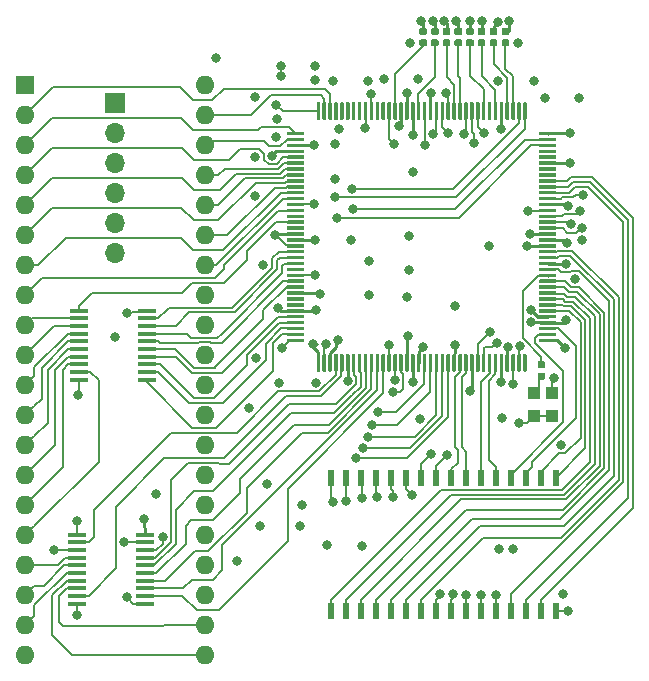
<source format=gbr>
G04 #@! TF.GenerationSoftware,KiCad,Pcbnew,(5.1.5)-3*
G04 #@! TF.CreationDate,2020-10-03T21:18:42-07:00*
G04 #@! TF.ProjectId,MCL86jr,4d434c38-366a-4722-9e6b-696361645f70,rev?*
G04 #@! TF.SameCoordinates,PX6b9fce8PY20f1980*
G04 #@! TF.FileFunction,Copper,L1,Top*
G04 #@! TF.FilePolarity,Positive*
%FSLAX46Y46*%
G04 Gerber Fmt 4.6, Leading zero omitted, Abs format (unit mm)*
G04 Created by KiCad (PCBNEW (5.1.5)-3) date 2020-10-03 21:18:42*
%MOMM*%
%LPD*%
G04 APERTURE LIST*
%ADD10R,1.000000X1.100000*%
%ADD11R,0.610000X1.440000*%
%ADD12R,1.570000X0.410000*%
%ADD13O,1.600000X1.600000*%
%ADD14R,1.600000X1.600000*%
%ADD15C,0.100000*%
%ADD16O,1.700000X1.700000*%
%ADD17R,1.700000X1.700000*%
%ADD18C,0.800000*%
%ADD19C,0.200000*%
%ADD20C,0.250000*%
%ADD21C,0.152400*%
G04 APERTURE END LIST*
D10*
X46671800Y-34198600D03*
X46671800Y-32298600D03*
X48171800Y-32298600D03*
X48171800Y-34198600D03*
D11*
X48514000Y-50679600D03*
X47244000Y-50679600D03*
X45974000Y-50679600D03*
X44704000Y-50679600D03*
X43434000Y-50679600D03*
X42164000Y-50679600D03*
X40894000Y-50679600D03*
X39624000Y-50679600D03*
X38354000Y-50679600D03*
X37084000Y-50679600D03*
X35814000Y-50679600D03*
X34544000Y-50679600D03*
X33274000Y-50679600D03*
X32004000Y-50679600D03*
X30734000Y-50679600D03*
X29464000Y-50679600D03*
X29464000Y-39439600D03*
X30734000Y-39439600D03*
X32004000Y-39439600D03*
X33274000Y-39439600D03*
X34544000Y-39439600D03*
X35814000Y-39439600D03*
X37084000Y-39439600D03*
X38354000Y-39439600D03*
X39624000Y-39439600D03*
X40894000Y-39439600D03*
X42164000Y-39439600D03*
X43434000Y-39439600D03*
X44704000Y-39439600D03*
X45974000Y-39439600D03*
X47244000Y-39439600D03*
X48514000Y-39439600D03*
D12*
X13842800Y-25294400D03*
X13842800Y-25944400D03*
X13842800Y-26594400D03*
X13842800Y-27244400D03*
X13842800Y-27894400D03*
X13842800Y-28544400D03*
X13842800Y-29194400D03*
X13842800Y-29844400D03*
X13842800Y-30494400D03*
X13842800Y-31144400D03*
X8102800Y-31144400D03*
X8102800Y-30494400D03*
X8102800Y-29844400D03*
X8102800Y-29194400D03*
X8102800Y-28544400D03*
X8102800Y-27894400D03*
X8102800Y-27244400D03*
X8102800Y-26594400D03*
X8102800Y-25944400D03*
X8102800Y-25294400D03*
X13690400Y-44242800D03*
X13690400Y-44892800D03*
X13690400Y-45542800D03*
X13690400Y-46192800D03*
X13690400Y-46842800D03*
X13690400Y-47492800D03*
X13690400Y-48142800D03*
X13690400Y-48792800D03*
X13690400Y-49442800D03*
X13690400Y-50092800D03*
X7950400Y-50092800D03*
X7950400Y-49442800D03*
X7950400Y-48792800D03*
X7950400Y-48142800D03*
X7950400Y-47492800D03*
X7950400Y-46842800D03*
X7950400Y-46192800D03*
X7950400Y-45542800D03*
X7950400Y-44892800D03*
X7950400Y-44242800D03*
D13*
X18785600Y-6211600D03*
X3545600Y-54471600D03*
X18785600Y-8751600D03*
X3545600Y-51931600D03*
X18785600Y-11291600D03*
X3545600Y-49391600D03*
X18785600Y-13831600D03*
X3545600Y-46851600D03*
X18785600Y-16371600D03*
X3545600Y-44311600D03*
X18785600Y-18911600D03*
X3545600Y-41771600D03*
X18785600Y-21451600D03*
X3545600Y-39231600D03*
X18785600Y-23991600D03*
X3545600Y-36691600D03*
X18785600Y-26531600D03*
X3545600Y-34151600D03*
X18785600Y-29071600D03*
X3545600Y-31611600D03*
X18785600Y-31611600D03*
X3545600Y-29071600D03*
X18785600Y-34151600D03*
X3545600Y-26531600D03*
X18785600Y-36691600D03*
X3545600Y-23991600D03*
X18785600Y-39231600D03*
X3545600Y-21451600D03*
X18785600Y-41771600D03*
X3545600Y-18911600D03*
X18785600Y-44311600D03*
X3545600Y-16371600D03*
X18785600Y-46851600D03*
X3545600Y-13831600D03*
X18785600Y-49391600D03*
X3545600Y-11291600D03*
X18785600Y-51931600D03*
X3545600Y-8751600D03*
X18785600Y-54471600D03*
D14*
X3545600Y-6211600D03*
G04 #@! TA.AperFunction,SMDPad,CuDef*
D15*
G36*
X47456358Y-30543710D02*
G01*
X47470676Y-30545834D01*
X47484717Y-30549351D01*
X47498346Y-30554228D01*
X47511431Y-30560417D01*
X47523847Y-30567858D01*
X47535473Y-30576481D01*
X47546198Y-30586202D01*
X47555919Y-30596927D01*
X47564542Y-30608553D01*
X47571983Y-30620969D01*
X47578172Y-30634054D01*
X47583049Y-30647683D01*
X47586566Y-30661724D01*
X47588690Y-30676042D01*
X47589400Y-30690500D01*
X47589400Y-30985500D01*
X47588690Y-30999958D01*
X47586566Y-31014276D01*
X47583049Y-31028317D01*
X47578172Y-31041946D01*
X47571983Y-31055031D01*
X47564542Y-31067447D01*
X47555919Y-31079073D01*
X47546198Y-31089798D01*
X47535473Y-31099519D01*
X47523847Y-31108142D01*
X47511431Y-31115583D01*
X47498346Y-31121772D01*
X47484717Y-31126649D01*
X47470676Y-31130166D01*
X47456358Y-31132290D01*
X47441900Y-31133000D01*
X47096900Y-31133000D01*
X47082442Y-31132290D01*
X47068124Y-31130166D01*
X47054083Y-31126649D01*
X47040454Y-31121772D01*
X47027369Y-31115583D01*
X47014953Y-31108142D01*
X47003327Y-31099519D01*
X46992602Y-31089798D01*
X46982881Y-31079073D01*
X46974258Y-31067447D01*
X46966817Y-31055031D01*
X46960628Y-31041946D01*
X46955751Y-31028317D01*
X46952234Y-31014276D01*
X46950110Y-30999958D01*
X46949400Y-30985500D01*
X46949400Y-30690500D01*
X46950110Y-30676042D01*
X46952234Y-30661724D01*
X46955751Y-30647683D01*
X46960628Y-30634054D01*
X46966817Y-30620969D01*
X46974258Y-30608553D01*
X46982881Y-30596927D01*
X46992602Y-30586202D01*
X47003327Y-30576481D01*
X47014953Y-30567858D01*
X47027369Y-30560417D01*
X47040454Y-30554228D01*
X47054083Y-30549351D01*
X47068124Y-30545834D01*
X47082442Y-30543710D01*
X47096900Y-30543000D01*
X47441900Y-30543000D01*
X47456358Y-30543710D01*
G37*
G04 #@! TD.AperFunction*
G04 #@! TA.AperFunction,SMDPad,CuDef*
G36*
X47456358Y-29573710D02*
G01*
X47470676Y-29575834D01*
X47484717Y-29579351D01*
X47498346Y-29584228D01*
X47511431Y-29590417D01*
X47523847Y-29597858D01*
X47535473Y-29606481D01*
X47546198Y-29616202D01*
X47555919Y-29626927D01*
X47564542Y-29638553D01*
X47571983Y-29650969D01*
X47578172Y-29664054D01*
X47583049Y-29677683D01*
X47586566Y-29691724D01*
X47588690Y-29706042D01*
X47589400Y-29720500D01*
X47589400Y-30015500D01*
X47588690Y-30029958D01*
X47586566Y-30044276D01*
X47583049Y-30058317D01*
X47578172Y-30071946D01*
X47571983Y-30085031D01*
X47564542Y-30097447D01*
X47555919Y-30109073D01*
X47546198Y-30119798D01*
X47535473Y-30129519D01*
X47523847Y-30138142D01*
X47511431Y-30145583D01*
X47498346Y-30151772D01*
X47484717Y-30156649D01*
X47470676Y-30160166D01*
X47456358Y-30162290D01*
X47441900Y-30163000D01*
X47096900Y-30163000D01*
X47082442Y-30162290D01*
X47068124Y-30160166D01*
X47054083Y-30156649D01*
X47040454Y-30151772D01*
X47027369Y-30145583D01*
X47014953Y-30138142D01*
X47003327Y-30129519D01*
X46992602Y-30119798D01*
X46982881Y-30109073D01*
X46974258Y-30097447D01*
X46966817Y-30085031D01*
X46960628Y-30071946D01*
X46955751Y-30058317D01*
X46952234Y-30044276D01*
X46950110Y-30029958D01*
X46949400Y-30015500D01*
X46949400Y-29720500D01*
X46950110Y-29706042D01*
X46952234Y-29691724D01*
X46955751Y-29677683D01*
X46960628Y-29664054D01*
X46966817Y-29650969D01*
X46974258Y-29638553D01*
X46982881Y-29626927D01*
X46992602Y-29616202D01*
X47003327Y-29606481D01*
X47014953Y-29597858D01*
X47027369Y-29590417D01*
X47040454Y-29584228D01*
X47054083Y-29579351D01*
X47068124Y-29575834D01*
X47082442Y-29573710D01*
X47096900Y-29573000D01*
X47441900Y-29573000D01*
X47456358Y-29573710D01*
G37*
G04 #@! TD.AperFunction*
G04 #@! TA.AperFunction,SMDPad,CuDef*
G36*
X28467151Y-7650361D02*
G01*
X28474432Y-7651441D01*
X28481571Y-7653229D01*
X28488501Y-7655709D01*
X28495155Y-7658856D01*
X28501468Y-7662640D01*
X28507379Y-7667024D01*
X28512833Y-7671967D01*
X28517776Y-7677421D01*
X28522160Y-7683332D01*
X28525944Y-7689645D01*
X28529091Y-7696299D01*
X28531571Y-7703229D01*
X28533359Y-7710368D01*
X28534439Y-7717649D01*
X28534800Y-7725000D01*
X28534800Y-9050000D01*
X28534439Y-9057351D01*
X28533359Y-9064632D01*
X28531571Y-9071771D01*
X28529091Y-9078701D01*
X28525944Y-9085355D01*
X28522160Y-9091668D01*
X28517776Y-9097579D01*
X28512833Y-9103033D01*
X28507379Y-9107976D01*
X28501468Y-9112360D01*
X28495155Y-9116144D01*
X28488501Y-9119291D01*
X28481571Y-9121771D01*
X28474432Y-9123559D01*
X28467151Y-9124639D01*
X28459800Y-9125000D01*
X28309800Y-9125000D01*
X28302449Y-9124639D01*
X28295168Y-9123559D01*
X28288029Y-9121771D01*
X28281099Y-9119291D01*
X28274445Y-9116144D01*
X28268132Y-9112360D01*
X28262221Y-9107976D01*
X28256767Y-9103033D01*
X28251824Y-9097579D01*
X28247440Y-9091668D01*
X28243656Y-9085355D01*
X28240509Y-9078701D01*
X28238029Y-9071771D01*
X28236241Y-9064632D01*
X28235161Y-9057351D01*
X28234800Y-9050000D01*
X28234800Y-7725000D01*
X28235161Y-7717649D01*
X28236241Y-7710368D01*
X28238029Y-7703229D01*
X28240509Y-7696299D01*
X28243656Y-7689645D01*
X28247440Y-7683332D01*
X28251824Y-7677421D01*
X28256767Y-7671967D01*
X28262221Y-7667024D01*
X28268132Y-7662640D01*
X28274445Y-7658856D01*
X28281099Y-7655709D01*
X28288029Y-7653229D01*
X28295168Y-7651441D01*
X28302449Y-7650361D01*
X28309800Y-7650000D01*
X28459800Y-7650000D01*
X28467151Y-7650361D01*
G37*
G04 #@! TD.AperFunction*
G04 #@! TA.AperFunction,SMDPad,CuDef*
G36*
X28967151Y-7650361D02*
G01*
X28974432Y-7651441D01*
X28981571Y-7653229D01*
X28988501Y-7655709D01*
X28995155Y-7658856D01*
X29001468Y-7662640D01*
X29007379Y-7667024D01*
X29012833Y-7671967D01*
X29017776Y-7677421D01*
X29022160Y-7683332D01*
X29025944Y-7689645D01*
X29029091Y-7696299D01*
X29031571Y-7703229D01*
X29033359Y-7710368D01*
X29034439Y-7717649D01*
X29034800Y-7725000D01*
X29034800Y-9050000D01*
X29034439Y-9057351D01*
X29033359Y-9064632D01*
X29031571Y-9071771D01*
X29029091Y-9078701D01*
X29025944Y-9085355D01*
X29022160Y-9091668D01*
X29017776Y-9097579D01*
X29012833Y-9103033D01*
X29007379Y-9107976D01*
X29001468Y-9112360D01*
X28995155Y-9116144D01*
X28988501Y-9119291D01*
X28981571Y-9121771D01*
X28974432Y-9123559D01*
X28967151Y-9124639D01*
X28959800Y-9125000D01*
X28809800Y-9125000D01*
X28802449Y-9124639D01*
X28795168Y-9123559D01*
X28788029Y-9121771D01*
X28781099Y-9119291D01*
X28774445Y-9116144D01*
X28768132Y-9112360D01*
X28762221Y-9107976D01*
X28756767Y-9103033D01*
X28751824Y-9097579D01*
X28747440Y-9091668D01*
X28743656Y-9085355D01*
X28740509Y-9078701D01*
X28738029Y-9071771D01*
X28736241Y-9064632D01*
X28735161Y-9057351D01*
X28734800Y-9050000D01*
X28734800Y-7725000D01*
X28735161Y-7717649D01*
X28736241Y-7710368D01*
X28738029Y-7703229D01*
X28740509Y-7696299D01*
X28743656Y-7689645D01*
X28747440Y-7683332D01*
X28751824Y-7677421D01*
X28756767Y-7671967D01*
X28762221Y-7667024D01*
X28768132Y-7662640D01*
X28774445Y-7658856D01*
X28781099Y-7655709D01*
X28788029Y-7653229D01*
X28795168Y-7651441D01*
X28802449Y-7650361D01*
X28809800Y-7650000D01*
X28959800Y-7650000D01*
X28967151Y-7650361D01*
G37*
G04 #@! TD.AperFunction*
G04 #@! TA.AperFunction,SMDPad,CuDef*
G36*
X29467151Y-7650361D02*
G01*
X29474432Y-7651441D01*
X29481571Y-7653229D01*
X29488501Y-7655709D01*
X29495155Y-7658856D01*
X29501468Y-7662640D01*
X29507379Y-7667024D01*
X29512833Y-7671967D01*
X29517776Y-7677421D01*
X29522160Y-7683332D01*
X29525944Y-7689645D01*
X29529091Y-7696299D01*
X29531571Y-7703229D01*
X29533359Y-7710368D01*
X29534439Y-7717649D01*
X29534800Y-7725000D01*
X29534800Y-9050000D01*
X29534439Y-9057351D01*
X29533359Y-9064632D01*
X29531571Y-9071771D01*
X29529091Y-9078701D01*
X29525944Y-9085355D01*
X29522160Y-9091668D01*
X29517776Y-9097579D01*
X29512833Y-9103033D01*
X29507379Y-9107976D01*
X29501468Y-9112360D01*
X29495155Y-9116144D01*
X29488501Y-9119291D01*
X29481571Y-9121771D01*
X29474432Y-9123559D01*
X29467151Y-9124639D01*
X29459800Y-9125000D01*
X29309800Y-9125000D01*
X29302449Y-9124639D01*
X29295168Y-9123559D01*
X29288029Y-9121771D01*
X29281099Y-9119291D01*
X29274445Y-9116144D01*
X29268132Y-9112360D01*
X29262221Y-9107976D01*
X29256767Y-9103033D01*
X29251824Y-9097579D01*
X29247440Y-9091668D01*
X29243656Y-9085355D01*
X29240509Y-9078701D01*
X29238029Y-9071771D01*
X29236241Y-9064632D01*
X29235161Y-9057351D01*
X29234800Y-9050000D01*
X29234800Y-7725000D01*
X29235161Y-7717649D01*
X29236241Y-7710368D01*
X29238029Y-7703229D01*
X29240509Y-7696299D01*
X29243656Y-7689645D01*
X29247440Y-7683332D01*
X29251824Y-7677421D01*
X29256767Y-7671967D01*
X29262221Y-7667024D01*
X29268132Y-7662640D01*
X29274445Y-7658856D01*
X29281099Y-7655709D01*
X29288029Y-7653229D01*
X29295168Y-7651441D01*
X29302449Y-7650361D01*
X29309800Y-7650000D01*
X29459800Y-7650000D01*
X29467151Y-7650361D01*
G37*
G04 #@! TD.AperFunction*
G04 #@! TA.AperFunction,SMDPad,CuDef*
G36*
X29967151Y-7650361D02*
G01*
X29974432Y-7651441D01*
X29981571Y-7653229D01*
X29988501Y-7655709D01*
X29995155Y-7658856D01*
X30001468Y-7662640D01*
X30007379Y-7667024D01*
X30012833Y-7671967D01*
X30017776Y-7677421D01*
X30022160Y-7683332D01*
X30025944Y-7689645D01*
X30029091Y-7696299D01*
X30031571Y-7703229D01*
X30033359Y-7710368D01*
X30034439Y-7717649D01*
X30034800Y-7725000D01*
X30034800Y-9050000D01*
X30034439Y-9057351D01*
X30033359Y-9064632D01*
X30031571Y-9071771D01*
X30029091Y-9078701D01*
X30025944Y-9085355D01*
X30022160Y-9091668D01*
X30017776Y-9097579D01*
X30012833Y-9103033D01*
X30007379Y-9107976D01*
X30001468Y-9112360D01*
X29995155Y-9116144D01*
X29988501Y-9119291D01*
X29981571Y-9121771D01*
X29974432Y-9123559D01*
X29967151Y-9124639D01*
X29959800Y-9125000D01*
X29809800Y-9125000D01*
X29802449Y-9124639D01*
X29795168Y-9123559D01*
X29788029Y-9121771D01*
X29781099Y-9119291D01*
X29774445Y-9116144D01*
X29768132Y-9112360D01*
X29762221Y-9107976D01*
X29756767Y-9103033D01*
X29751824Y-9097579D01*
X29747440Y-9091668D01*
X29743656Y-9085355D01*
X29740509Y-9078701D01*
X29738029Y-9071771D01*
X29736241Y-9064632D01*
X29735161Y-9057351D01*
X29734800Y-9050000D01*
X29734800Y-7725000D01*
X29735161Y-7717649D01*
X29736241Y-7710368D01*
X29738029Y-7703229D01*
X29740509Y-7696299D01*
X29743656Y-7689645D01*
X29747440Y-7683332D01*
X29751824Y-7677421D01*
X29756767Y-7671967D01*
X29762221Y-7667024D01*
X29768132Y-7662640D01*
X29774445Y-7658856D01*
X29781099Y-7655709D01*
X29788029Y-7653229D01*
X29795168Y-7651441D01*
X29802449Y-7650361D01*
X29809800Y-7650000D01*
X29959800Y-7650000D01*
X29967151Y-7650361D01*
G37*
G04 #@! TD.AperFunction*
G04 #@! TA.AperFunction,SMDPad,CuDef*
G36*
X30467151Y-7650361D02*
G01*
X30474432Y-7651441D01*
X30481571Y-7653229D01*
X30488501Y-7655709D01*
X30495155Y-7658856D01*
X30501468Y-7662640D01*
X30507379Y-7667024D01*
X30512833Y-7671967D01*
X30517776Y-7677421D01*
X30522160Y-7683332D01*
X30525944Y-7689645D01*
X30529091Y-7696299D01*
X30531571Y-7703229D01*
X30533359Y-7710368D01*
X30534439Y-7717649D01*
X30534800Y-7725000D01*
X30534800Y-9050000D01*
X30534439Y-9057351D01*
X30533359Y-9064632D01*
X30531571Y-9071771D01*
X30529091Y-9078701D01*
X30525944Y-9085355D01*
X30522160Y-9091668D01*
X30517776Y-9097579D01*
X30512833Y-9103033D01*
X30507379Y-9107976D01*
X30501468Y-9112360D01*
X30495155Y-9116144D01*
X30488501Y-9119291D01*
X30481571Y-9121771D01*
X30474432Y-9123559D01*
X30467151Y-9124639D01*
X30459800Y-9125000D01*
X30309800Y-9125000D01*
X30302449Y-9124639D01*
X30295168Y-9123559D01*
X30288029Y-9121771D01*
X30281099Y-9119291D01*
X30274445Y-9116144D01*
X30268132Y-9112360D01*
X30262221Y-9107976D01*
X30256767Y-9103033D01*
X30251824Y-9097579D01*
X30247440Y-9091668D01*
X30243656Y-9085355D01*
X30240509Y-9078701D01*
X30238029Y-9071771D01*
X30236241Y-9064632D01*
X30235161Y-9057351D01*
X30234800Y-9050000D01*
X30234800Y-7725000D01*
X30235161Y-7717649D01*
X30236241Y-7710368D01*
X30238029Y-7703229D01*
X30240509Y-7696299D01*
X30243656Y-7689645D01*
X30247440Y-7683332D01*
X30251824Y-7677421D01*
X30256767Y-7671967D01*
X30262221Y-7667024D01*
X30268132Y-7662640D01*
X30274445Y-7658856D01*
X30281099Y-7655709D01*
X30288029Y-7653229D01*
X30295168Y-7651441D01*
X30302449Y-7650361D01*
X30309800Y-7650000D01*
X30459800Y-7650000D01*
X30467151Y-7650361D01*
G37*
G04 #@! TD.AperFunction*
G04 #@! TA.AperFunction,SMDPad,CuDef*
G36*
X30967151Y-7650361D02*
G01*
X30974432Y-7651441D01*
X30981571Y-7653229D01*
X30988501Y-7655709D01*
X30995155Y-7658856D01*
X31001468Y-7662640D01*
X31007379Y-7667024D01*
X31012833Y-7671967D01*
X31017776Y-7677421D01*
X31022160Y-7683332D01*
X31025944Y-7689645D01*
X31029091Y-7696299D01*
X31031571Y-7703229D01*
X31033359Y-7710368D01*
X31034439Y-7717649D01*
X31034800Y-7725000D01*
X31034800Y-9050000D01*
X31034439Y-9057351D01*
X31033359Y-9064632D01*
X31031571Y-9071771D01*
X31029091Y-9078701D01*
X31025944Y-9085355D01*
X31022160Y-9091668D01*
X31017776Y-9097579D01*
X31012833Y-9103033D01*
X31007379Y-9107976D01*
X31001468Y-9112360D01*
X30995155Y-9116144D01*
X30988501Y-9119291D01*
X30981571Y-9121771D01*
X30974432Y-9123559D01*
X30967151Y-9124639D01*
X30959800Y-9125000D01*
X30809800Y-9125000D01*
X30802449Y-9124639D01*
X30795168Y-9123559D01*
X30788029Y-9121771D01*
X30781099Y-9119291D01*
X30774445Y-9116144D01*
X30768132Y-9112360D01*
X30762221Y-9107976D01*
X30756767Y-9103033D01*
X30751824Y-9097579D01*
X30747440Y-9091668D01*
X30743656Y-9085355D01*
X30740509Y-9078701D01*
X30738029Y-9071771D01*
X30736241Y-9064632D01*
X30735161Y-9057351D01*
X30734800Y-9050000D01*
X30734800Y-7725000D01*
X30735161Y-7717649D01*
X30736241Y-7710368D01*
X30738029Y-7703229D01*
X30740509Y-7696299D01*
X30743656Y-7689645D01*
X30747440Y-7683332D01*
X30751824Y-7677421D01*
X30756767Y-7671967D01*
X30762221Y-7667024D01*
X30768132Y-7662640D01*
X30774445Y-7658856D01*
X30781099Y-7655709D01*
X30788029Y-7653229D01*
X30795168Y-7651441D01*
X30802449Y-7650361D01*
X30809800Y-7650000D01*
X30959800Y-7650000D01*
X30967151Y-7650361D01*
G37*
G04 #@! TD.AperFunction*
G04 #@! TA.AperFunction,SMDPad,CuDef*
G36*
X31467151Y-7650361D02*
G01*
X31474432Y-7651441D01*
X31481571Y-7653229D01*
X31488501Y-7655709D01*
X31495155Y-7658856D01*
X31501468Y-7662640D01*
X31507379Y-7667024D01*
X31512833Y-7671967D01*
X31517776Y-7677421D01*
X31522160Y-7683332D01*
X31525944Y-7689645D01*
X31529091Y-7696299D01*
X31531571Y-7703229D01*
X31533359Y-7710368D01*
X31534439Y-7717649D01*
X31534800Y-7725000D01*
X31534800Y-9050000D01*
X31534439Y-9057351D01*
X31533359Y-9064632D01*
X31531571Y-9071771D01*
X31529091Y-9078701D01*
X31525944Y-9085355D01*
X31522160Y-9091668D01*
X31517776Y-9097579D01*
X31512833Y-9103033D01*
X31507379Y-9107976D01*
X31501468Y-9112360D01*
X31495155Y-9116144D01*
X31488501Y-9119291D01*
X31481571Y-9121771D01*
X31474432Y-9123559D01*
X31467151Y-9124639D01*
X31459800Y-9125000D01*
X31309800Y-9125000D01*
X31302449Y-9124639D01*
X31295168Y-9123559D01*
X31288029Y-9121771D01*
X31281099Y-9119291D01*
X31274445Y-9116144D01*
X31268132Y-9112360D01*
X31262221Y-9107976D01*
X31256767Y-9103033D01*
X31251824Y-9097579D01*
X31247440Y-9091668D01*
X31243656Y-9085355D01*
X31240509Y-9078701D01*
X31238029Y-9071771D01*
X31236241Y-9064632D01*
X31235161Y-9057351D01*
X31234800Y-9050000D01*
X31234800Y-7725000D01*
X31235161Y-7717649D01*
X31236241Y-7710368D01*
X31238029Y-7703229D01*
X31240509Y-7696299D01*
X31243656Y-7689645D01*
X31247440Y-7683332D01*
X31251824Y-7677421D01*
X31256767Y-7671967D01*
X31262221Y-7667024D01*
X31268132Y-7662640D01*
X31274445Y-7658856D01*
X31281099Y-7655709D01*
X31288029Y-7653229D01*
X31295168Y-7651441D01*
X31302449Y-7650361D01*
X31309800Y-7650000D01*
X31459800Y-7650000D01*
X31467151Y-7650361D01*
G37*
G04 #@! TD.AperFunction*
G04 #@! TA.AperFunction,SMDPad,CuDef*
G36*
X31967151Y-7650361D02*
G01*
X31974432Y-7651441D01*
X31981571Y-7653229D01*
X31988501Y-7655709D01*
X31995155Y-7658856D01*
X32001468Y-7662640D01*
X32007379Y-7667024D01*
X32012833Y-7671967D01*
X32017776Y-7677421D01*
X32022160Y-7683332D01*
X32025944Y-7689645D01*
X32029091Y-7696299D01*
X32031571Y-7703229D01*
X32033359Y-7710368D01*
X32034439Y-7717649D01*
X32034800Y-7725000D01*
X32034800Y-9050000D01*
X32034439Y-9057351D01*
X32033359Y-9064632D01*
X32031571Y-9071771D01*
X32029091Y-9078701D01*
X32025944Y-9085355D01*
X32022160Y-9091668D01*
X32017776Y-9097579D01*
X32012833Y-9103033D01*
X32007379Y-9107976D01*
X32001468Y-9112360D01*
X31995155Y-9116144D01*
X31988501Y-9119291D01*
X31981571Y-9121771D01*
X31974432Y-9123559D01*
X31967151Y-9124639D01*
X31959800Y-9125000D01*
X31809800Y-9125000D01*
X31802449Y-9124639D01*
X31795168Y-9123559D01*
X31788029Y-9121771D01*
X31781099Y-9119291D01*
X31774445Y-9116144D01*
X31768132Y-9112360D01*
X31762221Y-9107976D01*
X31756767Y-9103033D01*
X31751824Y-9097579D01*
X31747440Y-9091668D01*
X31743656Y-9085355D01*
X31740509Y-9078701D01*
X31738029Y-9071771D01*
X31736241Y-9064632D01*
X31735161Y-9057351D01*
X31734800Y-9050000D01*
X31734800Y-7725000D01*
X31735161Y-7717649D01*
X31736241Y-7710368D01*
X31738029Y-7703229D01*
X31740509Y-7696299D01*
X31743656Y-7689645D01*
X31747440Y-7683332D01*
X31751824Y-7677421D01*
X31756767Y-7671967D01*
X31762221Y-7667024D01*
X31768132Y-7662640D01*
X31774445Y-7658856D01*
X31781099Y-7655709D01*
X31788029Y-7653229D01*
X31795168Y-7651441D01*
X31802449Y-7650361D01*
X31809800Y-7650000D01*
X31959800Y-7650000D01*
X31967151Y-7650361D01*
G37*
G04 #@! TD.AperFunction*
G04 #@! TA.AperFunction,SMDPad,CuDef*
G36*
X32467151Y-7650361D02*
G01*
X32474432Y-7651441D01*
X32481571Y-7653229D01*
X32488501Y-7655709D01*
X32495155Y-7658856D01*
X32501468Y-7662640D01*
X32507379Y-7667024D01*
X32512833Y-7671967D01*
X32517776Y-7677421D01*
X32522160Y-7683332D01*
X32525944Y-7689645D01*
X32529091Y-7696299D01*
X32531571Y-7703229D01*
X32533359Y-7710368D01*
X32534439Y-7717649D01*
X32534800Y-7725000D01*
X32534800Y-9050000D01*
X32534439Y-9057351D01*
X32533359Y-9064632D01*
X32531571Y-9071771D01*
X32529091Y-9078701D01*
X32525944Y-9085355D01*
X32522160Y-9091668D01*
X32517776Y-9097579D01*
X32512833Y-9103033D01*
X32507379Y-9107976D01*
X32501468Y-9112360D01*
X32495155Y-9116144D01*
X32488501Y-9119291D01*
X32481571Y-9121771D01*
X32474432Y-9123559D01*
X32467151Y-9124639D01*
X32459800Y-9125000D01*
X32309800Y-9125000D01*
X32302449Y-9124639D01*
X32295168Y-9123559D01*
X32288029Y-9121771D01*
X32281099Y-9119291D01*
X32274445Y-9116144D01*
X32268132Y-9112360D01*
X32262221Y-9107976D01*
X32256767Y-9103033D01*
X32251824Y-9097579D01*
X32247440Y-9091668D01*
X32243656Y-9085355D01*
X32240509Y-9078701D01*
X32238029Y-9071771D01*
X32236241Y-9064632D01*
X32235161Y-9057351D01*
X32234800Y-9050000D01*
X32234800Y-7725000D01*
X32235161Y-7717649D01*
X32236241Y-7710368D01*
X32238029Y-7703229D01*
X32240509Y-7696299D01*
X32243656Y-7689645D01*
X32247440Y-7683332D01*
X32251824Y-7677421D01*
X32256767Y-7671967D01*
X32262221Y-7667024D01*
X32268132Y-7662640D01*
X32274445Y-7658856D01*
X32281099Y-7655709D01*
X32288029Y-7653229D01*
X32295168Y-7651441D01*
X32302449Y-7650361D01*
X32309800Y-7650000D01*
X32459800Y-7650000D01*
X32467151Y-7650361D01*
G37*
G04 #@! TD.AperFunction*
G04 #@! TA.AperFunction,SMDPad,CuDef*
G36*
X32967151Y-7650361D02*
G01*
X32974432Y-7651441D01*
X32981571Y-7653229D01*
X32988501Y-7655709D01*
X32995155Y-7658856D01*
X33001468Y-7662640D01*
X33007379Y-7667024D01*
X33012833Y-7671967D01*
X33017776Y-7677421D01*
X33022160Y-7683332D01*
X33025944Y-7689645D01*
X33029091Y-7696299D01*
X33031571Y-7703229D01*
X33033359Y-7710368D01*
X33034439Y-7717649D01*
X33034800Y-7725000D01*
X33034800Y-9050000D01*
X33034439Y-9057351D01*
X33033359Y-9064632D01*
X33031571Y-9071771D01*
X33029091Y-9078701D01*
X33025944Y-9085355D01*
X33022160Y-9091668D01*
X33017776Y-9097579D01*
X33012833Y-9103033D01*
X33007379Y-9107976D01*
X33001468Y-9112360D01*
X32995155Y-9116144D01*
X32988501Y-9119291D01*
X32981571Y-9121771D01*
X32974432Y-9123559D01*
X32967151Y-9124639D01*
X32959800Y-9125000D01*
X32809800Y-9125000D01*
X32802449Y-9124639D01*
X32795168Y-9123559D01*
X32788029Y-9121771D01*
X32781099Y-9119291D01*
X32774445Y-9116144D01*
X32768132Y-9112360D01*
X32762221Y-9107976D01*
X32756767Y-9103033D01*
X32751824Y-9097579D01*
X32747440Y-9091668D01*
X32743656Y-9085355D01*
X32740509Y-9078701D01*
X32738029Y-9071771D01*
X32736241Y-9064632D01*
X32735161Y-9057351D01*
X32734800Y-9050000D01*
X32734800Y-7725000D01*
X32735161Y-7717649D01*
X32736241Y-7710368D01*
X32738029Y-7703229D01*
X32740509Y-7696299D01*
X32743656Y-7689645D01*
X32747440Y-7683332D01*
X32751824Y-7677421D01*
X32756767Y-7671967D01*
X32762221Y-7667024D01*
X32768132Y-7662640D01*
X32774445Y-7658856D01*
X32781099Y-7655709D01*
X32788029Y-7653229D01*
X32795168Y-7651441D01*
X32802449Y-7650361D01*
X32809800Y-7650000D01*
X32959800Y-7650000D01*
X32967151Y-7650361D01*
G37*
G04 #@! TD.AperFunction*
G04 #@! TA.AperFunction,SMDPad,CuDef*
G36*
X33467151Y-7650361D02*
G01*
X33474432Y-7651441D01*
X33481571Y-7653229D01*
X33488501Y-7655709D01*
X33495155Y-7658856D01*
X33501468Y-7662640D01*
X33507379Y-7667024D01*
X33512833Y-7671967D01*
X33517776Y-7677421D01*
X33522160Y-7683332D01*
X33525944Y-7689645D01*
X33529091Y-7696299D01*
X33531571Y-7703229D01*
X33533359Y-7710368D01*
X33534439Y-7717649D01*
X33534800Y-7725000D01*
X33534800Y-9050000D01*
X33534439Y-9057351D01*
X33533359Y-9064632D01*
X33531571Y-9071771D01*
X33529091Y-9078701D01*
X33525944Y-9085355D01*
X33522160Y-9091668D01*
X33517776Y-9097579D01*
X33512833Y-9103033D01*
X33507379Y-9107976D01*
X33501468Y-9112360D01*
X33495155Y-9116144D01*
X33488501Y-9119291D01*
X33481571Y-9121771D01*
X33474432Y-9123559D01*
X33467151Y-9124639D01*
X33459800Y-9125000D01*
X33309800Y-9125000D01*
X33302449Y-9124639D01*
X33295168Y-9123559D01*
X33288029Y-9121771D01*
X33281099Y-9119291D01*
X33274445Y-9116144D01*
X33268132Y-9112360D01*
X33262221Y-9107976D01*
X33256767Y-9103033D01*
X33251824Y-9097579D01*
X33247440Y-9091668D01*
X33243656Y-9085355D01*
X33240509Y-9078701D01*
X33238029Y-9071771D01*
X33236241Y-9064632D01*
X33235161Y-9057351D01*
X33234800Y-9050000D01*
X33234800Y-7725000D01*
X33235161Y-7717649D01*
X33236241Y-7710368D01*
X33238029Y-7703229D01*
X33240509Y-7696299D01*
X33243656Y-7689645D01*
X33247440Y-7683332D01*
X33251824Y-7677421D01*
X33256767Y-7671967D01*
X33262221Y-7667024D01*
X33268132Y-7662640D01*
X33274445Y-7658856D01*
X33281099Y-7655709D01*
X33288029Y-7653229D01*
X33295168Y-7651441D01*
X33302449Y-7650361D01*
X33309800Y-7650000D01*
X33459800Y-7650000D01*
X33467151Y-7650361D01*
G37*
G04 #@! TD.AperFunction*
G04 #@! TA.AperFunction,SMDPad,CuDef*
G36*
X33967151Y-7650361D02*
G01*
X33974432Y-7651441D01*
X33981571Y-7653229D01*
X33988501Y-7655709D01*
X33995155Y-7658856D01*
X34001468Y-7662640D01*
X34007379Y-7667024D01*
X34012833Y-7671967D01*
X34017776Y-7677421D01*
X34022160Y-7683332D01*
X34025944Y-7689645D01*
X34029091Y-7696299D01*
X34031571Y-7703229D01*
X34033359Y-7710368D01*
X34034439Y-7717649D01*
X34034800Y-7725000D01*
X34034800Y-9050000D01*
X34034439Y-9057351D01*
X34033359Y-9064632D01*
X34031571Y-9071771D01*
X34029091Y-9078701D01*
X34025944Y-9085355D01*
X34022160Y-9091668D01*
X34017776Y-9097579D01*
X34012833Y-9103033D01*
X34007379Y-9107976D01*
X34001468Y-9112360D01*
X33995155Y-9116144D01*
X33988501Y-9119291D01*
X33981571Y-9121771D01*
X33974432Y-9123559D01*
X33967151Y-9124639D01*
X33959800Y-9125000D01*
X33809800Y-9125000D01*
X33802449Y-9124639D01*
X33795168Y-9123559D01*
X33788029Y-9121771D01*
X33781099Y-9119291D01*
X33774445Y-9116144D01*
X33768132Y-9112360D01*
X33762221Y-9107976D01*
X33756767Y-9103033D01*
X33751824Y-9097579D01*
X33747440Y-9091668D01*
X33743656Y-9085355D01*
X33740509Y-9078701D01*
X33738029Y-9071771D01*
X33736241Y-9064632D01*
X33735161Y-9057351D01*
X33734800Y-9050000D01*
X33734800Y-7725000D01*
X33735161Y-7717649D01*
X33736241Y-7710368D01*
X33738029Y-7703229D01*
X33740509Y-7696299D01*
X33743656Y-7689645D01*
X33747440Y-7683332D01*
X33751824Y-7677421D01*
X33756767Y-7671967D01*
X33762221Y-7667024D01*
X33768132Y-7662640D01*
X33774445Y-7658856D01*
X33781099Y-7655709D01*
X33788029Y-7653229D01*
X33795168Y-7651441D01*
X33802449Y-7650361D01*
X33809800Y-7650000D01*
X33959800Y-7650000D01*
X33967151Y-7650361D01*
G37*
G04 #@! TD.AperFunction*
G04 #@! TA.AperFunction,SMDPad,CuDef*
G36*
X34467151Y-7650361D02*
G01*
X34474432Y-7651441D01*
X34481571Y-7653229D01*
X34488501Y-7655709D01*
X34495155Y-7658856D01*
X34501468Y-7662640D01*
X34507379Y-7667024D01*
X34512833Y-7671967D01*
X34517776Y-7677421D01*
X34522160Y-7683332D01*
X34525944Y-7689645D01*
X34529091Y-7696299D01*
X34531571Y-7703229D01*
X34533359Y-7710368D01*
X34534439Y-7717649D01*
X34534800Y-7725000D01*
X34534800Y-9050000D01*
X34534439Y-9057351D01*
X34533359Y-9064632D01*
X34531571Y-9071771D01*
X34529091Y-9078701D01*
X34525944Y-9085355D01*
X34522160Y-9091668D01*
X34517776Y-9097579D01*
X34512833Y-9103033D01*
X34507379Y-9107976D01*
X34501468Y-9112360D01*
X34495155Y-9116144D01*
X34488501Y-9119291D01*
X34481571Y-9121771D01*
X34474432Y-9123559D01*
X34467151Y-9124639D01*
X34459800Y-9125000D01*
X34309800Y-9125000D01*
X34302449Y-9124639D01*
X34295168Y-9123559D01*
X34288029Y-9121771D01*
X34281099Y-9119291D01*
X34274445Y-9116144D01*
X34268132Y-9112360D01*
X34262221Y-9107976D01*
X34256767Y-9103033D01*
X34251824Y-9097579D01*
X34247440Y-9091668D01*
X34243656Y-9085355D01*
X34240509Y-9078701D01*
X34238029Y-9071771D01*
X34236241Y-9064632D01*
X34235161Y-9057351D01*
X34234800Y-9050000D01*
X34234800Y-7725000D01*
X34235161Y-7717649D01*
X34236241Y-7710368D01*
X34238029Y-7703229D01*
X34240509Y-7696299D01*
X34243656Y-7689645D01*
X34247440Y-7683332D01*
X34251824Y-7677421D01*
X34256767Y-7671967D01*
X34262221Y-7667024D01*
X34268132Y-7662640D01*
X34274445Y-7658856D01*
X34281099Y-7655709D01*
X34288029Y-7653229D01*
X34295168Y-7651441D01*
X34302449Y-7650361D01*
X34309800Y-7650000D01*
X34459800Y-7650000D01*
X34467151Y-7650361D01*
G37*
G04 #@! TD.AperFunction*
G04 #@! TA.AperFunction,SMDPad,CuDef*
G36*
X34967151Y-7650361D02*
G01*
X34974432Y-7651441D01*
X34981571Y-7653229D01*
X34988501Y-7655709D01*
X34995155Y-7658856D01*
X35001468Y-7662640D01*
X35007379Y-7667024D01*
X35012833Y-7671967D01*
X35017776Y-7677421D01*
X35022160Y-7683332D01*
X35025944Y-7689645D01*
X35029091Y-7696299D01*
X35031571Y-7703229D01*
X35033359Y-7710368D01*
X35034439Y-7717649D01*
X35034800Y-7725000D01*
X35034800Y-9050000D01*
X35034439Y-9057351D01*
X35033359Y-9064632D01*
X35031571Y-9071771D01*
X35029091Y-9078701D01*
X35025944Y-9085355D01*
X35022160Y-9091668D01*
X35017776Y-9097579D01*
X35012833Y-9103033D01*
X35007379Y-9107976D01*
X35001468Y-9112360D01*
X34995155Y-9116144D01*
X34988501Y-9119291D01*
X34981571Y-9121771D01*
X34974432Y-9123559D01*
X34967151Y-9124639D01*
X34959800Y-9125000D01*
X34809800Y-9125000D01*
X34802449Y-9124639D01*
X34795168Y-9123559D01*
X34788029Y-9121771D01*
X34781099Y-9119291D01*
X34774445Y-9116144D01*
X34768132Y-9112360D01*
X34762221Y-9107976D01*
X34756767Y-9103033D01*
X34751824Y-9097579D01*
X34747440Y-9091668D01*
X34743656Y-9085355D01*
X34740509Y-9078701D01*
X34738029Y-9071771D01*
X34736241Y-9064632D01*
X34735161Y-9057351D01*
X34734800Y-9050000D01*
X34734800Y-7725000D01*
X34735161Y-7717649D01*
X34736241Y-7710368D01*
X34738029Y-7703229D01*
X34740509Y-7696299D01*
X34743656Y-7689645D01*
X34747440Y-7683332D01*
X34751824Y-7677421D01*
X34756767Y-7671967D01*
X34762221Y-7667024D01*
X34768132Y-7662640D01*
X34774445Y-7658856D01*
X34781099Y-7655709D01*
X34788029Y-7653229D01*
X34795168Y-7651441D01*
X34802449Y-7650361D01*
X34809800Y-7650000D01*
X34959800Y-7650000D01*
X34967151Y-7650361D01*
G37*
G04 #@! TD.AperFunction*
G04 #@! TA.AperFunction,SMDPad,CuDef*
G36*
X35467151Y-7650361D02*
G01*
X35474432Y-7651441D01*
X35481571Y-7653229D01*
X35488501Y-7655709D01*
X35495155Y-7658856D01*
X35501468Y-7662640D01*
X35507379Y-7667024D01*
X35512833Y-7671967D01*
X35517776Y-7677421D01*
X35522160Y-7683332D01*
X35525944Y-7689645D01*
X35529091Y-7696299D01*
X35531571Y-7703229D01*
X35533359Y-7710368D01*
X35534439Y-7717649D01*
X35534800Y-7725000D01*
X35534800Y-9050000D01*
X35534439Y-9057351D01*
X35533359Y-9064632D01*
X35531571Y-9071771D01*
X35529091Y-9078701D01*
X35525944Y-9085355D01*
X35522160Y-9091668D01*
X35517776Y-9097579D01*
X35512833Y-9103033D01*
X35507379Y-9107976D01*
X35501468Y-9112360D01*
X35495155Y-9116144D01*
X35488501Y-9119291D01*
X35481571Y-9121771D01*
X35474432Y-9123559D01*
X35467151Y-9124639D01*
X35459800Y-9125000D01*
X35309800Y-9125000D01*
X35302449Y-9124639D01*
X35295168Y-9123559D01*
X35288029Y-9121771D01*
X35281099Y-9119291D01*
X35274445Y-9116144D01*
X35268132Y-9112360D01*
X35262221Y-9107976D01*
X35256767Y-9103033D01*
X35251824Y-9097579D01*
X35247440Y-9091668D01*
X35243656Y-9085355D01*
X35240509Y-9078701D01*
X35238029Y-9071771D01*
X35236241Y-9064632D01*
X35235161Y-9057351D01*
X35234800Y-9050000D01*
X35234800Y-7725000D01*
X35235161Y-7717649D01*
X35236241Y-7710368D01*
X35238029Y-7703229D01*
X35240509Y-7696299D01*
X35243656Y-7689645D01*
X35247440Y-7683332D01*
X35251824Y-7677421D01*
X35256767Y-7671967D01*
X35262221Y-7667024D01*
X35268132Y-7662640D01*
X35274445Y-7658856D01*
X35281099Y-7655709D01*
X35288029Y-7653229D01*
X35295168Y-7651441D01*
X35302449Y-7650361D01*
X35309800Y-7650000D01*
X35459800Y-7650000D01*
X35467151Y-7650361D01*
G37*
G04 #@! TD.AperFunction*
G04 #@! TA.AperFunction,SMDPad,CuDef*
G36*
X35967151Y-7650361D02*
G01*
X35974432Y-7651441D01*
X35981571Y-7653229D01*
X35988501Y-7655709D01*
X35995155Y-7658856D01*
X36001468Y-7662640D01*
X36007379Y-7667024D01*
X36012833Y-7671967D01*
X36017776Y-7677421D01*
X36022160Y-7683332D01*
X36025944Y-7689645D01*
X36029091Y-7696299D01*
X36031571Y-7703229D01*
X36033359Y-7710368D01*
X36034439Y-7717649D01*
X36034800Y-7725000D01*
X36034800Y-9050000D01*
X36034439Y-9057351D01*
X36033359Y-9064632D01*
X36031571Y-9071771D01*
X36029091Y-9078701D01*
X36025944Y-9085355D01*
X36022160Y-9091668D01*
X36017776Y-9097579D01*
X36012833Y-9103033D01*
X36007379Y-9107976D01*
X36001468Y-9112360D01*
X35995155Y-9116144D01*
X35988501Y-9119291D01*
X35981571Y-9121771D01*
X35974432Y-9123559D01*
X35967151Y-9124639D01*
X35959800Y-9125000D01*
X35809800Y-9125000D01*
X35802449Y-9124639D01*
X35795168Y-9123559D01*
X35788029Y-9121771D01*
X35781099Y-9119291D01*
X35774445Y-9116144D01*
X35768132Y-9112360D01*
X35762221Y-9107976D01*
X35756767Y-9103033D01*
X35751824Y-9097579D01*
X35747440Y-9091668D01*
X35743656Y-9085355D01*
X35740509Y-9078701D01*
X35738029Y-9071771D01*
X35736241Y-9064632D01*
X35735161Y-9057351D01*
X35734800Y-9050000D01*
X35734800Y-7725000D01*
X35735161Y-7717649D01*
X35736241Y-7710368D01*
X35738029Y-7703229D01*
X35740509Y-7696299D01*
X35743656Y-7689645D01*
X35747440Y-7683332D01*
X35751824Y-7677421D01*
X35756767Y-7671967D01*
X35762221Y-7667024D01*
X35768132Y-7662640D01*
X35774445Y-7658856D01*
X35781099Y-7655709D01*
X35788029Y-7653229D01*
X35795168Y-7651441D01*
X35802449Y-7650361D01*
X35809800Y-7650000D01*
X35959800Y-7650000D01*
X35967151Y-7650361D01*
G37*
G04 #@! TD.AperFunction*
G04 #@! TA.AperFunction,SMDPad,CuDef*
G36*
X36467151Y-7650361D02*
G01*
X36474432Y-7651441D01*
X36481571Y-7653229D01*
X36488501Y-7655709D01*
X36495155Y-7658856D01*
X36501468Y-7662640D01*
X36507379Y-7667024D01*
X36512833Y-7671967D01*
X36517776Y-7677421D01*
X36522160Y-7683332D01*
X36525944Y-7689645D01*
X36529091Y-7696299D01*
X36531571Y-7703229D01*
X36533359Y-7710368D01*
X36534439Y-7717649D01*
X36534800Y-7725000D01*
X36534800Y-9050000D01*
X36534439Y-9057351D01*
X36533359Y-9064632D01*
X36531571Y-9071771D01*
X36529091Y-9078701D01*
X36525944Y-9085355D01*
X36522160Y-9091668D01*
X36517776Y-9097579D01*
X36512833Y-9103033D01*
X36507379Y-9107976D01*
X36501468Y-9112360D01*
X36495155Y-9116144D01*
X36488501Y-9119291D01*
X36481571Y-9121771D01*
X36474432Y-9123559D01*
X36467151Y-9124639D01*
X36459800Y-9125000D01*
X36309800Y-9125000D01*
X36302449Y-9124639D01*
X36295168Y-9123559D01*
X36288029Y-9121771D01*
X36281099Y-9119291D01*
X36274445Y-9116144D01*
X36268132Y-9112360D01*
X36262221Y-9107976D01*
X36256767Y-9103033D01*
X36251824Y-9097579D01*
X36247440Y-9091668D01*
X36243656Y-9085355D01*
X36240509Y-9078701D01*
X36238029Y-9071771D01*
X36236241Y-9064632D01*
X36235161Y-9057351D01*
X36234800Y-9050000D01*
X36234800Y-7725000D01*
X36235161Y-7717649D01*
X36236241Y-7710368D01*
X36238029Y-7703229D01*
X36240509Y-7696299D01*
X36243656Y-7689645D01*
X36247440Y-7683332D01*
X36251824Y-7677421D01*
X36256767Y-7671967D01*
X36262221Y-7667024D01*
X36268132Y-7662640D01*
X36274445Y-7658856D01*
X36281099Y-7655709D01*
X36288029Y-7653229D01*
X36295168Y-7651441D01*
X36302449Y-7650361D01*
X36309800Y-7650000D01*
X36459800Y-7650000D01*
X36467151Y-7650361D01*
G37*
G04 #@! TD.AperFunction*
G04 #@! TA.AperFunction,SMDPad,CuDef*
G36*
X36967151Y-7650361D02*
G01*
X36974432Y-7651441D01*
X36981571Y-7653229D01*
X36988501Y-7655709D01*
X36995155Y-7658856D01*
X37001468Y-7662640D01*
X37007379Y-7667024D01*
X37012833Y-7671967D01*
X37017776Y-7677421D01*
X37022160Y-7683332D01*
X37025944Y-7689645D01*
X37029091Y-7696299D01*
X37031571Y-7703229D01*
X37033359Y-7710368D01*
X37034439Y-7717649D01*
X37034800Y-7725000D01*
X37034800Y-9050000D01*
X37034439Y-9057351D01*
X37033359Y-9064632D01*
X37031571Y-9071771D01*
X37029091Y-9078701D01*
X37025944Y-9085355D01*
X37022160Y-9091668D01*
X37017776Y-9097579D01*
X37012833Y-9103033D01*
X37007379Y-9107976D01*
X37001468Y-9112360D01*
X36995155Y-9116144D01*
X36988501Y-9119291D01*
X36981571Y-9121771D01*
X36974432Y-9123559D01*
X36967151Y-9124639D01*
X36959800Y-9125000D01*
X36809800Y-9125000D01*
X36802449Y-9124639D01*
X36795168Y-9123559D01*
X36788029Y-9121771D01*
X36781099Y-9119291D01*
X36774445Y-9116144D01*
X36768132Y-9112360D01*
X36762221Y-9107976D01*
X36756767Y-9103033D01*
X36751824Y-9097579D01*
X36747440Y-9091668D01*
X36743656Y-9085355D01*
X36740509Y-9078701D01*
X36738029Y-9071771D01*
X36736241Y-9064632D01*
X36735161Y-9057351D01*
X36734800Y-9050000D01*
X36734800Y-7725000D01*
X36735161Y-7717649D01*
X36736241Y-7710368D01*
X36738029Y-7703229D01*
X36740509Y-7696299D01*
X36743656Y-7689645D01*
X36747440Y-7683332D01*
X36751824Y-7677421D01*
X36756767Y-7671967D01*
X36762221Y-7667024D01*
X36768132Y-7662640D01*
X36774445Y-7658856D01*
X36781099Y-7655709D01*
X36788029Y-7653229D01*
X36795168Y-7651441D01*
X36802449Y-7650361D01*
X36809800Y-7650000D01*
X36959800Y-7650000D01*
X36967151Y-7650361D01*
G37*
G04 #@! TD.AperFunction*
G04 #@! TA.AperFunction,SMDPad,CuDef*
G36*
X37467151Y-7650361D02*
G01*
X37474432Y-7651441D01*
X37481571Y-7653229D01*
X37488501Y-7655709D01*
X37495155Y-7658856D01*
X37501468Y-7662640D01*
X37507379Y-7667024D01*
X37512833Y-7671967D01*
X37517776Y-7677421D01*
X37522160Y-7683332D01*
X37525944Y-7689645D01*
X37529091Y-7696299D01*
X37531571Y-7703229D01*
X37533359Y-7710368D01*
X37534439Y-7717649D01*
X37534800Y-7725000D01*
X37534800Y-9050000D01*
X37534439Y-9057351D01*
X37533359Y-9064632D01*
X37531571Y-9071771D01*
X37529091Y-9078701D01*
X37525944Y-9085355D01*
X37522160Y-9091668D01*
X37517776Y-9097579D01*
X37512833Y-9103033D01*
X37507379Y-9107976D01*
X37501468Y-9112360D01*
X37495155Y-9116144D01*
X37488501Y-9119291D01*
X37481571Y-9121771D01*
X37474432Y-9123559D01*
X37467151Y-9124639D01*
X37459800Y-9125000D01*
X37309800Y-9125000D01*
X37302449Y-9124639D01*
X37295168Y-9123559D01*
X37288029Y-9121771D01*
X37281099Y-9119291D01*
X37274445Y-9116144D01*
X37268132Y-9112360D01*
X37262221Y-9107976D01*
X37256767Y-9103033D01*
X37251824Y-9097579D01*
X37247440Y-9091668D01*
X37243656Y-9085355D01*
X37240509Y-9078701D01*
X37238029Y-9071771D01*
X37236241Y-9064632D01*
X37235161Y-9057351D01*
X37234800Y-9050000D01*
X37234800Y-7725000D01*
X37235161Y-7717649D01*
X37236241Y-7710368D01*
X37238029Y-7703229D01*
X37240509Y-7696299D01*
X37243656Y-7689645D01*
X37247440Y-7683332D01*
X37251824Y-7677421D01*
X37256767Y-7671967D01*
X37262221Y-7667024D01*
X37268132Y-7662640D01*
X37274445Y-7658856D01*
X37281099Y-7655709D01*
X37288029Y-7653229D01*
X37295168Y-7651441D01*
X37302449Y-7650361D01*
X37309800Y-7650000D01*
X37459800Y-7650000D01*
X37467151Y-7650361D01*
G37*
G04 #@! TD.AperFunction*
G04 #@! TA.AperFunction,SMDPad,CuDef*
G36*
X37967151Y-7650361D02*
G01*
X37974432Y-7651441D01*
X37981571Y-7653229D01*
X37988501Y-7655709D01*
X37995155Y-7658856D01*
X38001468Y-7662640D01*
X38007379Y-7667024D01*
X38012833Y-7671967D01*
X38017776Y-7677421D01*
X38022160Y-7683332D01*
X38025944Y-7689645D01*
X38029091Y-7696299D01*
X38031571Y-7703229D01*
X38033359Y-7710368D01*
X38034439Y-7717649D01*
X38034800Y-7725000D01*
X38034800Y-9050000D01*
X38034439Y-9057351D01*
X38033359Y-9064632D01*
X38031571Y-9071771D01*
X38029091Y-9078701D01*
X38025944Y-9085355D01*
X38022160Y-9091668D01*
X38017776Y-9097579D01*
X38012833Y-9103033D01*
X38007379Y-9107976D01*
X38001468Y-9112360D01*
X37995155Y-9116144D01*
X37988501Y-9119291D01*
X37981571Y-9121771D01*
X37974432Y-9123559D01*
X37967151Y-9124639D01*
X37959800Y-9125000D01*
X37809800Y-9125000D01*
X37802449Y-9124639D01*
X37795168Y-9123559D01*
X37788029Y-9121771D01*
X37781099Y-9119291D01*
X37774445Y-9116144D01*
X37768132Y-9112360D01*
X37762221Y-9107976D01*
X37756767Y-9103033D01*
X37751824Y-9097579D01*
X37747440Y-9091668D01*
X37743656Y-9085355D01*
X37740509Y-9078701D01*
X37738029Y-9071771D01*
X37736241Y-9064632D01*
X37735161Y-9057351D01*
X37734800Y-9050000D01*
X37734800Y-7725000D01*
X37735161Y-7717649D01*
X37736241Y-7710368D01*
X37738029Y-7703229D01*
X37740509Y-7696299D01*
X37743656Y-7689645D01*
X37747440Y-7683332D01*
X37751824Y-7677421D01*
X37756767Y-7671967D01*
X37762221Y-7667024D01*
X37768132Y-7662640D01*
X37774445Y-7658856D01*
X37781099Y-7655709D01*
X37788029Y-7653229D01*
X37795168Y-7651441D01*
X37802449Y-7650361D01*
X37809800Y-7650000D01*
X37959800Y-7650000D01*
X37967151Y-7650361D01*
G37*
G04 #@! TD.AperFunction*
G04 #@! TA.AperFunction,SMDPad,CuDef*
G36*
X38467151Y-7650361D02*
G01*
X38474432Y-7651441D01*
X38481571Y-7653229D01*
X38488501Y-7655709D01*
X38495155Y-7658856D01*
X38501468Y-7662640D01*
X38507379Y-7667024D01*
X38512833Y-7671967D01*
X38517776Y-7677421D01*
X38522160Y-7683332D01*
X38525944Y-7689645D01*
X38529091Y-7696299D01*
X38531571Y-7703229D01*
X38533359Y-7710368D01*
X38534439Y-7717649D01*
X38534800Y-7725000D01*
X38534800Y-9050000D01*
X38534439Y-9057351D01*
X38533359Y-9064632D01*
X38531571Y-9071771D01*
X38529091Y-9078701D01*
X38525944Y-9085355D01*
X38522160Y-9091668D01*
X38517776Y-9097579D01*
X38512833Y-9103033D01*
X38507379Y-9107976D01*
X38501468Y-9112360D01*
X38495155Y-9116144D01*
X38488501Y-9119291D01*
X38481571Y-9121771D01*
X38474432Y-9123559D01*
X38467151Y-9124639D01*
X38459800Y-9125000D01*
X38309800Y-9125000D01*
X38302449Y-9124639D01*
X38295168Y-9123559D01*
X38288029Y-9121771D01*
X38281099Y-9119291D01*
X38274445Y-9116144D01*
X38268132Y-9112360D01*
X38262221Y-9107976D01*
X38256767Y-9103033D01*
X38251824Y-9097579D01*
X38247440Y-9091668D01*
X38243656Y-9085355D01*
X38240509Y-9078701D01*
X38238029Y-9071771D01*
X38236241Y-9064632D01*
X38235161Y-9057351D01*
X38234800Y-9050000D01*
X38234800Y-7725000D01*
X38235161Y-7717649D01*
X38236241Y-7710368D01*
X38238029Y-7703229D01*
X38240509Y-7696299D01*
X38243656Y-7689645D01*
X38247440Y-7683332D01*
X38251824Y-7677421D01*
X38256767Y-7671967D01*
X38262221Y-7667024D01*
X38268132Y-7662640D01*
X38274445Y-7658856D01*
X38281099Y-7655709D01*
X38288029Y-7653229D01*
X38295168Y-7651441D01*
X38302449Y-7650361D01*
X38309800Y-7650000D01*
X38459800Y-7650000D01*
X38467151Y-7650361D01*
G37*
G04 #@! TD.AperFunction*
G04 #@! TA.AperFunction,SMDPad,CuDef*
G36*
X38967151Y-7650361D02*
G01*
X38974432Y-7651441D01*
X38981571Y-7653229D01*
X38988501Y-7655709D01*
X38995155Y-7658856D01*
X39001468Y-7662640D01*
X39007379Y-7667024D01*
X39012833Y-7671967D01*
X39017776Y-7677421D01*
X39022160Y-7683332D01*
X39025944Y-7689645D01*
X39029091Y-7696299D01*
X39031571Y-7703229D01*
X39033359Y-7710368D01*
X39034439Y-7717649D01*
X39034800Y-7725000D01*
X39034800Y-9050000D01*
X39034439Y-9057351D01*
X39033359Y-9064632D01*
X39031571Y-9071771D01*
X39029091Y-9078701D01*
X39025944Y-9085355D01*
X39022160Y-9091668D01*
X39017776Y-9097579D01*
X39012833Y-9103033D01*
X39007379Y-9107976D01*
X39001468Y-9112360D01*
X38995155Y-9116144D01*
X38988501Y-9119291D01*
X38981571Y-9121771D01*
X38974432Y-9123559D01*
X38967151Y-9124639D01*
X38959800Y-9125000D01*
X38809800Y-9125000D01*
X38802449Y-9124639D01*
X38795168Y-9123559D01*
X38788029Y-9121771D01*
X38781099Y-9119291D01*
X38774445Y-9116144D01*
X38768132Y-9112360D01*
X38762221Y-9107976D01*
X38756767Y-9103033D01*
X38751824Y-9097579D01*
X38747440Y-9091668D01*
X38743656Y-9085355D01*
X38740509Y-9078701D01*
X38738029Y-9071771D01*
X38736241Y-9064632D01*
X38735161Y-9057351D01*
X38734800Y-9050000D01*
X38734800Y-7725000D01*
X38735161Y-7717649D01*
X38736241Y-7710368D01*
X38738029Y-7703229D01*
X38740509Y-7696299D01*
X38743656Y-7689645D01*
X38747440Y-7683332D01*
X38751824Y-7677421D01*
X38756767Y-7671967D01*
X38762221Y-7667024D01*
X38768132Y-7662640D01*
X38774445Y-7658856D01*
X38781099Y-7655709D01*
X38788029Y-7653229D01*
X38795168Y-7651441D01*
X38802449Y-7650361D01*
X38809800Y-7650000D01*
X38959800Y-7650000D01*
X38967151Y-7650361D01*
G37*
G04 #@! TD.AperFunction*
G04 #@! TA.AperFunction,SMDPad,CuDef*
G36*
X39467151Y-7650361D02*
G01*
X39474432Y-7651441D01*
X39481571Y-7653229D01*
X39488501Y-7655709D01*
X39495155Y-7658856D01*
X39501468Y-7662640D01*
X39507379Y-7667024D01*
X39512833Y-7671967D01*
X39517776Y-7677421D01*
X39522160Y-7683332D01*
X39525944Y-7689645D01*
X39529091Y-7696299D01*
X39531571Y-7703229D01*
X39533359Y-7710368D01*
X39534439Y-7717649D01*
X39534800Y-7725000D01*
X39534800Y-9050000D01*
X39534439Y-9057351D01*
X39533359Y-9064632D01*
X39531571Y-9071771D01*
X39529091Y-9078701D01*
X39525944Y-9085355D01*
X39522160Y-9091668D01*
X39517776Y-9097579D01*
X39512833Y-9103033D01*
X39507379Y-9107976D01*
X39501468Y-9112360D01*
X39495155Y-9116144D01*
X39488501Y-9119291D01*
X39481571Y-9121771D01*
X39474432Y-9123559D01*
X39467151Y-9124639D01*
X39459800Y-9125000D01*
X39309800Y-9125000D01*
X39302449Y-9124639D01*
X39295168Y-9123559D01*
X39288029Y-9121771D01*
X39281099Y-9119291D01*
X39274445Y-9116144D01*
X39268132Y-9112360D01*
X39262221Y-9107976D01*
X39256767Y-9103033D01*
X39251824Y-9097579D01*
X39247440Y-9091668D01*
X39243656Y-9085355D01*
X39240509Y-9078701D01*
X39238029Y-9071771D01*
X39236241Y-9064632D01*
X39235161Y-9057351D01*
X39234800Y-9050000D01*
X39234800Y-7725000D01*
X39235161Y-7717649D01*
X39236241Y-7710368D01*
X39238029Y-7703229D01*
X39240509Y-7696299D01*
X39243656Y-7689645D01*
X39247440Y-7683332D01*
X39251824Y-7677421D01*
X39256767Y-7671967D01*
X39262221Y-7667024D01*
X39268132Y-7662640D01*
X39274445Y-7658856D01*
X39281099Y-7655709D01*
X39288029Y-7653229D01*
X39295168Y-7651441D01*
X39302449Y-7650361D01*
X39309800Y-7650000D01*
X39459800Y-7650000D01*
X39467151Y-7650361D01*
G37*
G04 #@! TD.AperFunction*
G04 #@! TA.AperFunction,SMDPad,CuDef*
G36*
X39967151Y-7650361D02*
G01*
X39974432Y-7651441D01*
X39981571Y-7653229D01*
X39988501Y-7655709D01*
X39995155Y-7658856D01*
X40001468Y-7662640D01*
X40007379Y-7667024D01*
X40012833Y-7671967D01*
X40017776Y-7677421D01*
X40022160Y-7683332D01*
X40025944Y-7689645D01*
X40029091Y-7696299D01*
X40031571Y-7703229D01*
X40033359Y-7710368D01*
X40034439Y-7717649D01*
X40034800Y-7725000D01*
X40034800Y-9050000D01*
X40034439Y-9057351D01*
X40033359Y-9064632D01*
X40031571Y-9071771D01*
X40029091Y-9078701D01*
X40025944Y-9085355D01*
X40022160Y-9091668D01*
X40017776Y-9097579D01*
X40012833Y-9103033D01*
X40007379Y-9107976D01*
X40001468Y-9112360D01*
X39995155Y-9116144D01*
X39988501Y-9119291D01*
X39981571Y-9121771D01*
X39974432Y-9123559D01*
X39967151Y-9124639D01*
X39959800Y-9125000D01*
X39809800Y-9125000D01*
X39802449Y-9124639D01*
X39795168Y-9123559D01*
X39788029Y-9121771D01*
X39781099Y-9119291D01*
X39774445Y-9116144D01*
X39768132Y-9112360D01*
X39762221Y-9107976D01*
X39756767Y-9103033D01*
X39751824Y-9097579D01*
X39747440Y-9091668D01*
X39743656Y-9085355D01*
X39740509Y-9078701D01*
X39738029Y-9071771D01*
X39736241Y-9064632D01*
X39735161Y-9057351D01*
X39734800Y-9050000D01*
X39734800Y-7725000D01*
X39735161Y-7717649D01*
X39736241Y-7710368D01*
X39738029Y-7703229D01*
X39740509Y-7696299D01*
X39743656Y-7689645D01*
X39747440Y-7683332D01*
X39751824Y-7677421D01*
X39756767Y-7671967D01*
X39762221Y-7667024D01*
X39768132Y-7662640D01*
X39774445Y-7658856D01*
X39781099Y-7655709D01*
X39788029Y-7653229D01*
X39795168Y-7651441D01*
X39802449Y-7650361D01*
X39809800Y-7650000D01*
X39959800Y-7650000D01*
X39967151Y-7650361D01*
G37*
G04 #@! TD.AperFunction*
G04 #@! TA.AperFunction,SMDPad,CuDef*
G36*
X40467151Y-7650361D02*
G01*
X40474432Y-7651441D01*
X40481571Y-7653229D01*
X40488501Y-7655709D01*
X40495155Y-7658856D01*
X40501468Y-7662640D01*
X40507379Y-7667024D01*
X40512833Y-7671967D01*
X40517776Y-7677421D01*
X40522160Y-7683332D01*
X40525944Y-7689645D01*
X40529091Y-7696299D01*
X40531571Y-7703229D01*
X40533359Y-7710368D01*
X40534439Y-7717649D01*
X40534800Y-7725000D01*
X40534800Y-9050000D01*
X40534439Y-9057351D01*
X40533359Y-9064632D01*
X40531571Y-9071771D01*
X40529091Y-9078701D01*
X40525944Y-9085355D01*
X40522160Y-9091668D01*
X40517776Y-9097579D01*
X40512833Y-9103033D01*
X40507379Y-9107976D01*
X40501468Y-9112360D01*
X40495155Y-9116144D01*
X40488501Y-9119291D01*
X40481571Y-9121771D01*
X40474432Y-9123559D01*
X40467151Y-9124639D01*
X40459800Y-9125000D01*
X40309800Y-9125000D01*
X40302449Y-9124639D01*
X40295168Y-9123559D01*
X40288029Y-9121771D01*
X40281099Y-9119291D01*
X40274445Y-9116144D01*
X40268132Y-9112360D01*
X40262221Y-9107976D01*
X40256767Y-9103033D01*
X40251824Y-9097579D01*
X40247440Y-9091668D01*
X40243656Y-9085355D01*
X40240509Y-9078701D01*
X40238029Y-9071771D01*
X40236241Y-9064632D01*
X40235161Y-9057351D01*
X40234800Y-9050000D01*
X40234800Y-7725000D01*
X40235161Y-7717649D01*
X40236241Y-7710368D01*
X40238029Y-7703229D01*
X40240509Y-7696299D01*
X40243656Y-7689645D01*
X40247440Y-7683332D01*
X40251824Y-7677421D01*
X40256767Y-7671967D01*
X40262221Y-7667024D01*
X40268132Y-7662640D01*
X40274445Y-7658856D01*
X40281099Y-7655709D01*
X40288029Y-7653229D01*
X40295168Y-7651441D01*
X40302449Y-7650361D01*
X40309800Y-7650000D01*
X40459800Y-7650000D01*
X40467151Y-7650361D01*
G37*
G04 #@! TD.AperFunction*
G04 #@! TA.AperFunction,SMDPad,CuDef*
G36*
X40967151Y-7650361D02*
G01*
X40974432Y-7651441D01*
X40981571Y-7653229D01*
X40988501Y-7655709D01*
X40995155Y-7658856D01*
X41001468Y-7662640D01*
X41007379Y-7667024D01*
X41012833Y-7671967D01*
X41017776Y-7677421D01*
X41022160Y-7683332D01*
X41025944Y-7689645D01*
X41029091Y-7696299D01*
X41031571Y-7703229D01*
X41033359Y-7710368D01*
X41034439Y-7717649D01*
X41034800Y-7725000D01*
X41034800Y-9050000D01*
X41034439Y-9057351D01*
X41033359Y-9064632D01*
X41031571Y-9071771D01*
X41029091Y-9078701D01*
X41025944Y-9085355D01*
X41022160Y-9091668D01*
X41017776Y-9097579D01*
X41012833Y-9103033D01*
X41007379Y-9107976D01*
X41001468Y-9112360D01*
X40995155Y-9116144D01*
X40988501Y-9119291D01*
X40981571Y-9121771D01*
X40974432Y-9123559D01*
X40967151Y-9124639D01*
X40959800Y-9125000D01*
X40809800Y-9125000D01*
X40802449Y-9124639D01*
X40795168Y-9123559D01*
X40788029Y-9121771D01*
X40781099Y-9119291D01*
X40774445Y-9116144D01*
X40768132Y-9112360D01*
X40762221Y-9107976D01*
X40756767Y-9103033D01*
X40751824Y-9097579D01*
X40747440Y-9091668D01*
X40743656Y-9085355D01*
X40740509Y-9078701D01*
X40738029Y-9071771D01*
X40736241Y-9064632D01*
X40735161Y-9057351D01*
X40734800Y-9050000D01*
X40734800Y-7725000D01*
X40735161Y-7717649D01*
X40736241Y-7710368D01*
X40738029Y-7703229D01*
X40740509Y-7696299D01*
X40743656Y-7689645D01*
X40747440Y-7683332D01*
X40751824Y-7677421D01*
X40756767Y-7671967D01*
X40762221Y-7667024D01*
X40768132Y-7662640D01*
X40774445Y-7658856D01*
X40781099Y-7655709D01*
X40788029Y-7653229D01*
X40795168Y-7651441D01*
X40802449Y-7650361D01*
X40809800Y-7650000D01*
X40959800Y-7650000D01*
X40967151Y-7650361D01*
G37*
G04 #@! TD.AperFunction*
G04 #@! TA.AperFunction,SMDPad,CuDef*
G36*
X41467151Y-7650361D02*
G01*
X41474432Y-7651441D01*
X41481571Y-7653229D01*
X41488501Y-7655709D01*
X41495155Y-7658856D01*
X41501468Y-7662640D01*
X41507379Y-7667024D01*
X41512833Y-7671967D01*
X41517776Y-7677421D01*
X41522160Y-7683332D01*
X41525944Y-7689645D01*
X41529091Y-7696299D01*
X41531571Y-7703229D01*
X41533359Y-7710368D01*
X41534439Y-7717649D01*
X41534800Y-7725000D01*
X41534800Y-9050000D01*
X41534439Y-9057351D01*
X41533359Y-9064632D01*
X41531571Y-9071771D01*
X41529091Y-9078701D01*
X41525944Y-9085355D01*
X41522160Y-9091668D01*
X41517776Y-9097579D01*
X41512833Y-9103033D01*
X41507379Y-9107976D01*
X41501468Y-9112360D01*
X41495155Y-9116144D01*
X41488501Y-9119291D01*
X41481571Y-9121771D01*
X41474432Y-9123559D01*
X41467151Y-9124639D01*
X41459800Y-9125000D01*
X41309800Y-9125000D01*
X41302449Y-9124639D01*
X41295168Y-9123559D01*
X41288029Y-9121771D01*
X41281099Y-9119291D01*
X41274445Y-9116144D01*
X41268132Y-9112360D01*
X41262221Y-9107976D01*
X41256767Y-9103033D01*
X41251824Y-9097579D01*
X41247440Y-9091668D01*
X41243656Y-9085355D01*
X41240509Y-9078701D01*
X41238029Y-9071771D01*
X41236241Y-9064632D01*
X41235161Y-9057351D01*
X41234800Y-9050000D01*
X41234800Y-7725000D01*
X41235161Y-7717649D01*
X41236241Y-7710368D01*
X41238029Y-7703229D01*
X41240509Y-7696299D01*
X41243656Y-7689645D01*
X41247440Y-7683332D01*
X41251824Y-7677421D01*
X41256767Y-7671967D01*
X41262221Y-7667024D01*
X41268132Y-7662640D01*
X41274445Y-7658856D01*
X41281099Y-7655709D01*
X41288029Y-7653229D01*
X41295168Y-7651441D01*
X41302449Y-7650361D01*
X41309800Y-7650000D01*
X41459800Y-7650000D01*
X41467151Y-7650361D01*
G37*
G04 #@! TD.AperFunction*
G04 #@! TA.AperFunction,SMDPad,CuDef*
G36*
X41967151Y-7650361D02*
G01*
X41974432Y-7651441D01*
X41981571Y-7653229D01*
X41988501Y-7655709D01*
X41995155Y-7658856D01*
X42001468Y-7662640D01*
X42007379Y-7667024D01*
X42012833Y-7671967D01*
X42017776Y-7677421D01*
X42022160Y-7683332D01*
X42025944Y-7689645D01*
X42029091Y-7696299D01*
X42031571Y-7703229D01*
X42033359Y-7710368D01*
X42034439Y-7717649D01*
X42034800Y-7725000D01*
X42034800Y-9050000D01*
X42034439Y-9057351D01*
X42033359Y-9064632D01*
X42031571Y-9071771D01*
X42029091Y-9078701D01*
X42025944Y-9085355D01*
X42022160Y-9091668D01*
X42017776Y-9097579D01*
X42012833Y-9103033D01*
X42007379Y-9107976D01*
X42001468Y-9112360D01*
X41995155Y-9116144D01*
X41988501Y-9119291D01*
X41981571Y-9121771D01*
X41974432Y-9123559D01*
X41967151Y-9124639D01*
X41959800Y-9125000D01*
X41809800Y-9125000D01*
X41802449Y-9124639D01*
X41795168Y-9123559D01*
X41788029Y-9121771D01*
X41781099Y-9119291D01*
X41774445Y-9116144D01*
X41768132Y-9112360D01*
X41762221Y-9107976D01*
X41756767Y-9103033D01*
X41751824Y-9097579D01*
X41747440Y-9091668D01*
X41743656Y-9085355D01*
X41740509Y-9078701D01*
X41738029Y-9071771D01*
X41736241Y-9064632D01*
X41735161Y-9057351D01*
X41734800Y-9050000D01*
X41734800Y-7725000D01*
X41735161Y-7717649D01*
X41736241Y-7710368D01*
X41738029Y-7703229D01*
X41740509Y-7696299D01*
X41743656Y-7689645D01*
X41747440Y-7683332D01*
X41751824Y-7677421D01*
X41756767Y-7671967D01*
X41762221Y-7667024D01*
X41768132Y-7662640D01*
X41774445Y-7658856D01*
X41781099Y-7655709D01*
X41788029Y-7653229D01*
X41795168Y-7651441D01*
X41802449Y-7650361D01*
X41809800Y-7650000D01*
X41959800Y-7650000D01*
X41967151Y-7650361D01*
G37*
G04 #@! TD.AperFunction*
G04 #@! TA.AperFunction,SMDPad,CuDef*
G36*
X42467151Y-7650361D02*
G01*
X42474432Y-7651441D01*
X42481571Y-7653229D01*
X42488501Y-7655709D01*
X42495155Y-7658856D01*
X42501468Y-7662640D01*
X42507379Y-7667024D01*
X42512833Y-7671967D01*
X42517776Y-7677421D01*
X42522160Y-7683332D01*
X42525944Y-7689645D01*
X42529091Y-7696299D01*
X42531571Y-7703229D01*
X42533359Y-7710368D01*
X42534439Y-7717649D01*
X42534800Y-7725000D01*
X42534800Y-9050000D01*
X42534439Y-9057351D01*
X42533359Y-9064632D01*
X42531571Y-9071771D01*
X42529091Y-9078701D01*
X42525944Y-9085355D01*
X42522160Y-9091668D01*
X42517776Y-9097579D01*
X42512833Y-9103033D01*
X42507379Y-9107976D01*
X42501468Y-9112360D01*
X42495155Y-9116144D01*
X42488501Y-9119291D01*
X42481571Y-9121771D01*
X42474432Y-9123559D01*
X42467151Y-9124639D01*
X42459800Y-9125000D01*
X42309800Y-9125000D01*
X42302449Y-9124639D01*
X42295168Y-9123559D01*
X42288029Y-9121771D01*
X42281099Y-9119291D01*
X42274445Y-9116144D01*
X42268132Y-9112360D01*
X42262221Y-9107976D01*
X42256767Y-9103033D01*
X42251824Y-9097579D01*
X42247440Y-9091668D01*
X42243656Y-9085355D01*
X42240509Y-9078701D01*
X42238029Y-9071771D01*
X42236241Y-9064632D01*
X42235161Y-9057351D01*
X42234800Y-9050000D01*
X42234800Y-7725000D01*
X42235161Y-7717649D01*
X42236241Y-7710368D01*
X42238029Y-7703229D01*
X42240509Y-7696299D01*
X42243656Y-7689645D01*
X42247440Y-7683332D01*
X42251824Y-7677421D01*
X42256767Y-7671967D01*
X42262221Y-7667024D01*
X42268132Y-7662640D01*
X42274445Y-7658856D01*
X42281099Y-7655709D01*
X42288029Y-7653229D01*
X42295168Y-7651441D01*
X42302449Y-7650361D01*
X42309800Y-7650000D01*
X42459800Y-7650000D01*
X42467151Y-7650361D01*
G37*
G04 #@! TD.AperFunction*
G04 #@! TA.AperFunction,SMDPad,CuDef*
G36*
X42967151Y-7650361D02*
G01*
X42974432Y-7651441D01*
X42981571Y-7653229D01*
X42988501Y-7655709D01*
X42995155Y-7658856D01*
X43001468Y-7662640D01*
X43007379Y-7667024D01*
X43012833Y-7671967D01*
X43017776Y-7677421D01*
X43022160Y-7683332D01*
X43025944Y-7689645D01*
X43029091Y-7696299D01*
X43031571Y-7703229D01*
X43033359Y-7710368D01*
X43034439Y-7717649D01*
X43034800Y-7725000D01*
X43034800Y-9050000D01*
X43034439Y-9057351D01*
X43033359Y-9064632D01*
X43031571Y-9071771D01*
X43029091Y-9078701D01*
X43025944Y-9085355D01*
X43022160Y-9091668D01*
X43017776Y-9097579D01*
X43012833Y-9103033D01*
X43007379Y-9107976D01*
X43001468Y-9112360D01*
X42995155Y-9116144D01*
X42988501Y-9119291D01*
X42981571Y-9121771D01*
X42974432Y-9123559D01*
X42967151Y-9124639D01*
X42959800Y-9125000D01*
X42809800Y-9125000D01*
X42802449Y-9124639D01*
X42795168Y-9123559D01*
X42788029Y-9121771D01*
X42781099Y-9119291D01*
X42774445Y-9116144D01*
X42768132Y-9112360D01*
X42762221Y-9107976D01*
X42756767Y-9103033D01*
X42751824Y-9097579D01*
X42747440Y-9091668D01*
X42743656Y-9085355D01*
X42740509Y-9078701D01*
X42738029Y-9071771D01*
X42736241Y-9064632D01*
X42735161Y-9057351D01*
X42734800Y-9050000D01*
X42734800Y-7725000D01*
X42735161Y-7717649D01*
X42736241Y-7710368D01*
X42738029Y-7703229D01*
X42740509Y-7696299D01*
X42743656Y-7689645D01*
X42747440Y-7683332D01*
X42751824Y-7677421D01*
X42756767Y-7671967D01*
X42762221Y-7667024D01*
X42768132Y-7662640D01*
X42774445Y-7658856D01*
X42781099Y-7655709D01*
X42788029Y-7653229D01*
X42795168Y-7651441D01*
X42802449Y-7650361D01*
X42809800Y-7650000D01*
X42959800Y-7650000D01*
X42967151Y-7650361D01*
G37*
G04 #@! TD.AperFunction*
G04 #@! TA.AperFunction,SMDPad,CuDef*
G36*
X43467151Y-7650361D02*
G01*
X43474432Y-7651441D01*
X43481571Y-7653229D01*
X43488501Y-7655709D01*
X43495155Y-7658856D01*
X43501468Y-7662640D01*
X43507379Y-7667024D01*
X43512833Y-7671967D01*
X43517776Y-7677421D01*
X43522160Y-7683332D01*
X43525944Y-7689645D01*
X43529091Y-7696299D01*
X43531571Y-7703229D01*
X43533359Y-7710368D01*
X43534439Y-7717649D01*
X43534800Y-7725000D01*
X43534800Y-9050000D01*
X43534439Y-9057351D01*
X43533359Y-9064632D01*
X43531571Y-9071771D01*
X43529091Y-9078701D01*
X43525944Y-9085355D01*
X43522160Y-9091668D01*
X43517776Y-9097579D01*
X43512833Y-9103033D01*
X43507379Y-9107976D01*
X43501468Y-9112360D01*
X43495155Y-9116144D01*
X43488501Y-9119291D01*
X43481571Y-9121771D01*
X43474432Y-9123559D01*
X43467151Y-9124639D01*
X43459800Y-9125000D01*
X43309800Y-9125000D01*
X43302449Y-9124639D01*
X43295168Y-9123559D01*
X43288029Y-9121771D01*
X43281099Y-9119291D01*
X43274445Y-9116144D01*
X43268132Y-9112360D01*
X43262221Y-9107976D01*
X43256767Y-9103033D01*
X43251824Y-9097579D01*
X43247440Y-9091668D01*
X43243656Y-9085355D01*
X43240509Y-9078701D01*
X43238029Y-9071771D01*
X43236241Y-9064632D01*
X43235161Y-9057351D01*
X43234800Y-9050000D01*
X43234800Y-7725000D01*
X43235161Y-7717649D01*
X43236241Y-7710368D01*
X43238029Y-7703229D01*
X43240509Y-7696299D01*
X43243656Y-7689645D01*
X43247440Y-7683332D01*
X43251824Y-7677421D01*
X43256767Y-7671967D01*
X43262221Y-7667024D01*
X43268132Y-7662640D01*
X43274445Y-7658856D01*
X43281099Y-7655709D01*
X43288029Y-7653229D01*
X43295168Y-7651441D01*
X43302449Y-7650361D01*
X43309800Y-7650000D01*
X43459800Y-7650000D01*
X43467151Y-7650361D01*
G37*
G04 #@! TD.AperFunction*
G04 #@! TA.AperFunction,SMDPad,CuDef*
G36*
X43967151Y-7650361D02*
G01*
X43974432Y-7651441D01*
X43981571Y-7653229D01*
X43988501Y-7655709D01*
X43995155Y-7658856D01*
X44001468Y-7662640D01*
X44007379Y-7667024D01*
X44012833Y-7671967D01*
X44017776Y-7677421D01*
X44022160Y-7683332D01*
X44025944Y-7689645D01*
X44029091Y-7696299D01*
X44031571Y-7703229D01*
X44033359Y-7710368D01*
X44034439Y-7717649D01*
X44034800Y-7725000D01*
X44034800Y-9050000D01*
X44034439Y-9057351D01*
X44033359Y-9064632D01*
X44031571Y-9071771D01*
X44029091Y-9078701D01*
X44025944Y-9085355D01*
X44022160Y-9091668D01*
X44017776Y-9097579D01*
X44012833Y-9103033D01*
X44007379Y-9107976D01*
X44001468Y-9112360D01*
X43995155Y-9116144D01*
X43988501Y-9119291D01*
X43981571Y-9121771D01*
X43974432Y-9123559D01*
X43967151Y-9124639D01*
X43959800Y-9125000D01*
X43809800Y-9125000D01*
X43802449Y-9124639D01*
X43795168Y-9123559D01*
X43788029Y-9121771D01*
X43781099Y-9119291D01*
X43774445Y-9116144D01*
X43768132Y-9112360D01*
X43762221Y-9107976D01*
X43756767Y-9103033D01*
X43751824Y-9097579D01*
X43747440Y-9091668D01*
X43743656Y-9085355D01*
X43740509Y-9078701D01*
X43738029Y-9071771D01*
X43736241Y-9064632D01*
X43735161Y-9057351D01*
X43734800Y-9050000D01*
X43734800Y-7725000D01*
X43735161Y-7717649D01*
X43736241Y-7710368D01*
X43738029Y-7703229D01*
X43740509Y-7696299D01*
X43743656Y-7689645D01*
X43747440Y-7683332D01*
X43751824Y-7677421D01*
X43756767Y-7671967D01*
X43762221Y-7667024D01*
X43768132Y-7662640D01*
X43774445Y-7658856D01*
X43781099Y-7655709D01*
X43788029Y-7653229D01*
X43795168Y-7651441D01*
X43802449Y-7650361D01*
X43809800Y-7650000D01*
X43959800Y-7650000D01*
X43967151Y-7650361D01*
G37*
G04 #@! TD.AperFunction*
G04 #@! TA.AperFunction,SMDPad,CuDef*
G36*
X44467151Y-7650361D02*
G01*
X44474432Y-7651441D01*
X44481571Y-7653229D01*
X44488501Y-7655709D01*
X44495155Y-7658856D01*
X44501468Y-7662640D01*
X44507379Y-7667024D01*
X44512833Y-7671967D01*
X44517776Y-7677421D01*
X44522160Y-7683332D01*
X44525944Y-7689645D01*
X44529091Y-7696299D01*
X44531571Y-7703229D01*
X44533359Y-7710368D01*
X44534439Y-7717649D01*
X44534800Y-7725000D01*
X44534800Y-9050000D01*
X44534439Y-9057351D01*
X44533359Y-9064632D01*
X44531571Y-9071771D01*
X44529091Y-9078701D01*
X44525944Y-9085355D01*
X44522160Y-9091668D01*
X44517776Y-9097579D01*
X44512833Y-9103033D01*
X44507379Y-9107976D01*
X44501468Y-9112360D01*
X44495155Y-9116144D01*
X44488501Y-9119291D01*
X44481571Y-9121771D01*
X44474432Y-9123559D01*
X44467151Y-9124639D01*
X44459800Y-9125000D01*
X44309800Y-9125000D01*
X44302449Y-9124639D01*
X44295168Y-9123559D01*
X44288029Y-9121771D01*
X44281099Y-9119291D01*
X44274445Y-9116144D01*
X44268132Y-9112360D01*
X44262221Y-9107976D01*
X44256767Y-9103033D01*
X44251824Y-9097579D01*
X44247440Y-9091668D01*
X44243656Y-9085355D01*
X44240509Y-9078701D01*
X44238029Y-9071771D01*
X44236241Y-9064632D01*
X44235161Y-9057351D01*
X44234800Y-9050000D01*
X44234800Y-7725000D01*
X44235161Y-7717649D01*
X44236241Y-7710368D01*
X44238029Y-7703229D01*
X44240509Y-7696299D01*
X44243656Y-7689645D01*
X44247440Y-7683332D01*
X44251824Y-7677421D01*
X44256767Y-7671967D01*
X44262221Y-7667024D01*
X44268132Y-7662640D01*
X44274445Y-7658856D01*
X44281099Y-7655709D01*
X44288029Y-7653229D01*
X44295168Y-7651441D01*
X44302449Y-7650361D01*
X44309800Y-7650000D01*
X44459800Y-7650000D01*
X44467151Y-7650361D01*
G37*
G04 #@! TD.AperFunction*
G04 #@! TA.AperFunction,SMDPad,CuDef*
G36*
X44967151Y-7650361D02*
G01*
X44974432Y-7651441D01*
X44981571Y-7653229D01*
X44988501Y-7655709D01*
X44995155Y-7658856D01*
X45001468Y-7662640D01*
X45007379Y-7667024D01*
X45012833Y-7671967D01*
X45017776Y-7677421D01*
X45022160Y-7683332D01*
X45025944Y-7689645D01*
X45029091Y-7696299D01*
X45031571Y-7703229D01*
X45033359Y-7710368D01*
X45034439Y-7717649D01*
X45034800Y-7725000D01*
X45034800Y-9050000D01*
X45034439Y-9057351D01*
X45033359Y-9064632D01*
X45031571Y-9071771D01*
X45029091Y-9078701D01*
X45025944Y-9085355D01*
X45022160Y-9091668D01*
X45017776Y-9097579D01*
X45012833Y-9103033D01*
X45007379Y-9107976D01*
X45001468Y-9112360D01*
X44995155Y-9116144D01*
X44988501Y-9119291D01*
X44981571Y-9121771D01*
X44974432Y-9123559D01*
X44967151Y-9124639D01*
X44959800Y-9125000D01*
X44809800Y-9125000D01*
X44802449Y-9124639D01*
X44795168Y-9123559D01*
X44788029Y-9121771D01*
X44781099Y-9119291D01*
X44774445Y-9116144D01*
X44768132Y-9112360D01*
X44762221Y-9107976D01*
X44756767Y-9103033D01*
X44751824Y-9097579D01*
X44747440Y-9091668D01*
X44743656Y-9085355D01*
X44740509Y-9078701D01*
X44738029Y-9071771D01*
X44736241Y-9064632D01*
X44735161Y-9057351D01*
X44734800Y-9050000D01*
X44734800Y-7725000D01*
X44735161Y-7717649D01*
X44736241Y-7710368D01*
X44738029Y-7703229D01*
X44740509Y-7696299D01*
X44743656Y-7689645D01*
X44747440Y-7683332D01*
X44751824Y-7677421D01*
X44756767Y-7671967D01*
X44762221Y-7667024D01*
X44768132Y-7662640D01*
X44774445Y-7658856D01*
X44781099Y-7655709D01*
X44788029Y-7653229D01*
X44795168Y-7651441D01*
X44802449Y-7650361D01*
X44809800Y-7650000D01*
X44959800Y-7650000D01*
X44967151Y-7650361D01*
G37*
G04 #@! TD.AperFunction*
G04 #@! TA.AperFunction,SMDPad,CuDef*
G36*
X45467151Y-7650361D02*
G01*
X45474432Y-7651441D01*
X45481571Y-7653229D01*
X45488501Y-7655709D01*
X45495155Y-7658856D01*
X45501468Y-7662640D01*
X45507379Y-7667024D01*
X45512833Y-7671967D01*
X45517776Y-7677421D01*
X45522160Y-7683332D01*
X45525944Y-7689645D01*
X45529091Y-7696299D01*
X45531571Y-7703229D01*
X45533359Y-7710368D01*
X45534439Y-7717649D01*
X45534800Y-7725000D01*
X45534800Y-9050000D01*
X45534439Y-9057351D01*
X45533359Y-9064632D01*
X45531571Y-9071771D01*
X45529091Y-9078701D01*
X45525944Y-9085355D01*
X45522160Y-9091668D01*
X45517776Y-9097579D01*
X45512833Y-9103033D01*
X45507379Y-9107976D01*
X45501468Y-9112360D01*
X45495155Y-9116144D01*
X45488501Y-9119291D01*
X45481571Y-9121771D01*
X45474432Y-9123559D01*
X45467151Y-9124639D01*
X45459800Y-9125000D01*
X45309800Y-9125000D01*
X45302449Y-9124639D01*
X45295168Y-9123559D01*
X45288029Y-9121771D01*
X45281099Y-9119291D01*
X45274445Y-9116144D01*
X45268132Y-9112360D01*
X45262221Y-9107976D01*
X45256767Y-9103033D01*
X45251824Y-9097579D01*
X45247440Y-9091668D01*
X45243656Y-9085355D01*
X45240509Y-9078701D01*
X45238029Y-9071771D01*
X45236241Y-9064632D01*
X45235161Y-9057351D01*
X45234800Y-9050000D01*
X45234800Y-7725000D01*
X45235161Y-7717649D01*
X45236241Y-7710368D01*
X45238029Y-7703229D01*
X45240509Y-7696299D01*
X45243656Y-7689645D01*
X45247440Y-7683332D01*
X45251824Y-7677421D01*
X45256767Y-7671967D01*
X45262221Y-7667024D01*
X45268132Y-7662640D01*
X45274445Y-7658856D01*
X45281099Y-7655709D01*
X45288029Y-7653229D01*
X45295168Y-7651441D01*
X45302449Y-7650361D01*
X45309800Y-7650000D01*
X45459800Y-7650000D01*
X45467151Y-7650361D01*
G37*
G04 #@! TD.AperFunction*
G04 #@! TA.AperFunction,SMDPad,CuDef*
G36*
X45967151Y-7650361D02*
G01*
X45974432Y-7651441D01*
X45981571Y-7653229D01*
X45988501Y-7655709D01*
X45995155Y-7658856D01*
X46001468Y-7662640D01*
X46007379Y-7667024D01*
X46012833Y-7671967D01*
X46017776Y-7677421D01*
X46022160Y-7683332D01*
X46025944Y-7689645D01*
X46029091Y-7696299D01*
X46031571Y-7703229D01*
X46033359Y-7710368D01*
X46034439Y-7717649D01*
X46034800Y-7725000D01*
X46034800Y-9050000D01*
X46034439Y-9057351D01*
X46033359Y-9064632D01*
X46031571Y-9071771D01*
X46029091Y-9078701D01*
X46025944Y-9085355D01*
X46022160Y-9091668D01*
X46017776Y-9097579D01*
X46012833Y-9103033D01*
X46007379Y-9107976D01*
X46001468Y-9112360D01*
X45995155Y-9116144D01*
X45988501Y-9119291D01*
X45981571Y-9121771D01*
X45974432Y-9123559D01*
X45967151Y-9124639D01*
X45959800Y-9125000D01*
X45809800Y-9125000D01*
X45802449Y-9124639D01*
X45795168Y-9123559D01*
X45788029Y-9121771D01*
X45781099Y-9119291D01*
X45774445Y-9116144D01*
X45768132Y-9112360D01*
X45762221Y-9107976D01*
X45756767Y-9103033D01*
X45751824Y-9097579D01*
X45747440Y-9091668D01*
X45743656Y-9085355D01*
X45740509Y-9078701D01*
X45738029Y-9071771D01*
X45736241Y-9064632D01*
X45735161Y-9057351D01*
X45734800Y-9050000D01*
X45734800Y-7725000D01*
X45735161Y-7717649D01*
X45736241Y-7710368D01*
X45738029Y-7703229D01*
X45740509Y-7696299D01*
X45743656Y-7689645D01*
X45747440Y-7683332D01*
X45751824Y-7677421D01*
X45756767Y-7671967D01*
X45762221Y-7667024D01*
X45768132Y-7662640D01*
X45774445Y-7658856D01*
X45781099Y-7655709D01*
X45788029Y-7653229D01*
X45795168Y-7651441D01*
X45802449Y-7650361D01*
X45809800Y-7650000D01*
X45959800Y-7650000D01*
X45967151Y-7650361D01*
G37*
G04 #@! TD.AperFunction*
G04 #@! TA.AperFunction,SMDPad,CuDef*
G36*
X48467151Y-10150361D02*
G01*
X48474432Y-10151441D01*
X48481571Y-10153229D01*
X48488501Y-10155709D01*
X48495155Y-10158856D01*
X48501468Y-10162640D01*
X48507379Y-10167024D01*
X48512833Y-10171967D01*
X48517776Y-10177421D01*
X48522160Y-10183332D01*
X48525944Y-10189645D01*
X48529091Y-10196299D01*
X48531571Y-10203229D01*
X48533359Y-10210368D01*
X48534439Y-10217649D01*
X48534800Y-10225000D01*
X48534800Y-10375000D01*
X48534439Y-10382351D01*
X48533359Y-10389632D01*
X48531571Y-10396771D01*
X48529091Y-10403701D01*
X48525944Y-10410355D01*
X48522160Y-10416668D01*
X48517776Y-10422579D01*
X48512833Y-10428033D01*
X48507379Y-10432976D01*
X48501468Y-10437360D01*
X48495155Y-10441144D01*
X48488501Y-10444291D01*
X48481571Y-10446771D01*
X48474432Y-10448559D01*
X48467151Y-10449639D01*
X48459800Y-10450000D01*
X47134800Y-10450000D01*
X47127449Y-10449639D01*
X47120168Y-10448559D01*
X47113029Y-10446771D01*
X47106099Y-10444291D01*
X47099445Y-10441144D01*
X47093132Y-10437360D01*
X47087221Y-10432976D01*
X47081767Y-10428033D01*
X47076824Y-10422579D01*
X47072440Y-10416668D01*
X47068656Y-10410355D01*
X47065509Y-10403701D01*
X47063029Y-10396771D01*
X47061241Y-10389632D01*
X47060161Y-10382351D01*
X47059800Y-10375000D01*
X47059800Y-10225000D01*
X47060161Y-10217649D01*
X47061241Y-10210368D01*
X47063029Y-10203229D01*
X47065509Y-10196299D01*
X47068656Y-10189645D01*
X47072440Y-10183332D01*
X47076824Y-10177421D01*
X47081767Y-10171967D01*
X47087221Y-10167024D01*
X47093132Y-10162640D01*
X47099445Y-10158856D01*
X47106099Y-10155709D01*
X47113029Y-10153229D01*
X47120168Y-10151441D01*
X47127449Y-10150361D01*
X47134800Y-10150000D01*
X48459800Y-10150000D01*
X48467151Y-10150361D01*
G37*
G04 #@! TD.AperFunction*
G04 #@! TA.AperFunction,SMDPad,CuDef*
G36*
X48467151Y-10650361D02*
G01*
X48474432Y-10651441D01*
X48481571Y-10653229D01*
X48488501Y-10655709D01*
X48495155Y-10658856D01*
X48501468Y-10662640D01*
X48507379Y-10667024D01*
X48512833Y-10671967D01*
X48517776Y-10677421D01*
X48522160Y-10683332D01*
X48525944Y-10689645D01*
X48529091Y-10696299D01*
X48531571Y-10703229D01*
X48533359Y-10710368D01*
X48534439Y-10717649D01*
X48534800Y-10725000D01*
X48534800Y-10875000D01*
X48534439Y-10882351D01*
X48533359Y-10889632D01*
X48531571Y-10896771D01*
X48529091Y-10903701D01*
X48525944Y-10910355D01*
X48522160Y-10916668D01*
X48517776Y-10922579D01*
X48512833Y-10928033D01*
X48507379Y-10932976D01*
X48501468Y-10937360D01*
X48495155Y-10941144D01*
X48488501Y-10944291D01*
X48481571Y-10946771D01*
X48474432Y-10948559D01*
X48467151Y-10949639D01*
X48459800Y-10950000D01*
X47134800Y-10950000D01*
X47127449Y-10949639D01*
X47120168Y-10948559D01*
X47113029Y-10946771D01*
X47106099Y-10944291D01*
X47099445Y-10941144D01*
X47093132Y-10937360D01*
X47087221Y-10932976D01*
X47081767Y-10928033D01*
X47076824Y-10922579D01*
X47072440Y-10916668D01*
X47068656Y-10910355D01*
X47065509Y-10903701D01*
X47063029Y-10896771D01*
X47061241Y-10889632D01*
X47060161Y-10882351D01*
X47059800Y-10875000D01*
X47059800Y-10725000D01*
X47060161Y-10717649D01*
X47061241Y-10710368D01*
X47063029Y-10703229D01*
X47065509Y-10696299D01*
X47068656Y-10689645D01*
X47072440Y-10683332D01*
X47076824Y-10677421D01*
X47081767Y-10671967D01*
X47087221Y-10667024D01*
X47093132Y-10662640D01*
X47099445Y-10658856D01*
X47106099Y-10655709D01*
X47113029Y-10653229D01*
X47120168Y-10651441D01*
X47127449Y-10650361D01*
X47134800Y-10650000D01*
X48459800Y-10650000D01*
X48467151Y-10650361D01*
G37*
G04 #@! TD.AperFunction*
G04 #@! TA.AperFunction,SMDPad,CuDef*
G36*
X48467151Y-11150361D02*
G01*
X48474432Y-11151441D01*
X48481571Y-11153229D01*
X48488501Y-11155709D01*
X48495155Y-11158856D01*
X48501468Y-11162640D01*
X48507379Y-11167024D01*
X48512833Y-11171967D01*
X48517776Y-11177421D01*
X48522160Y-11183332D01*
X48525944Y-11189645D01*
X48529091Y-11196299D01*
X48531571Y-11203229D01*
X48533359Y-11210368D01*
X48534439Y-11217649D01*
X48534800Y-11225000D01*
X48534800Y-11375000D01*
X48534439Y-11382351D01*
X48533359Y-11389632D01*
X48531571Y-11396771D01*
X48529091Y-11403701D01*
X48525944Y-11410355D01*
X48522160Y-11416668D01*
X48517776Y-11422579D01*
X48512833Y-11428033D01*
X48507379Y-11432976D01*
X48501468Y-11437360D01*
X48495155Y-11441144D01*
X48488501Y-11444291D01*
X48481571Y-11446771D01*
X48474432Y-11448559D01*
X48467151Y-11449639D01*
X48459800Y-11450000D01*
X47134800Y-11450000D01*
X47127449Y-11449639D01*
X47120168Y-11448559D01*
X47113029Y-11446771D01*
X47106099Y-11444291D01*
X47099445Y-11441144D01*
X47093132Y-11437360D01*
X47087221Y-11432976D01*
X47081767Y-11428033D01*
X47076824Y-11422579D01*
X47072440Y-11416668D01*
X47068656Y-11410355D01*
X47065509Y-11403701D01*
X47063029Y-11396771D01*
X47061241Y-11389632D01*
X47060161Y-11382351D01*
X47059800Y-11375000D01*
X47059800Y-11225000D01*
X47060161Y-11217649D01*
X47061241Y-11210368D01*
X47063029Y-11203229D01*
X47065509Y-11196299D01*
X47068656Y-11189645D01*
X47072440Y-11183332D01*
X47076824Y-11177421D01*
X47081767Y-11171967D01*
X47087221Y-11167024D01*
X47093132Y-11162640D01*
X47099445Y-11158856D01*
X47106099Y-11155709D01*
X47113029Y-11153229D01*
X47120168Y-11151441D01*
X47127449Y-11150361D01*
X47134800Y-11150000D01*
X48459800Y-11150000D01*
X48467151Y-11150361D01*
G37*
G04 #@! TD.AperFunction*
G04 #@! TA.AperFunction,SMDPad,CuDef*
G36*
X48467151Y-11650361D02*
G01*
X48474432Y-11651441D01*
X48481571Y-11653229D01*
X48488501Y-11655709D01*
X48495155Y-11658856D01*
X48501468Y-11662640D01*
X48507379Y-11667024D01*
X48512833Y-11671967D01*
X48517776Y-11677421D01*
X48522160Y-11683332D01*
X48525944Y-11689645D01*
X48529091Y-11696299D01*
X48531571Y-11703229D01*
X48533359Y-11710368D01*
X48534439Y-11717649D01*
X48534800Y-11725000D01*
X48534800Y-11875000D01*
X48534439Y-11882351D01*
X48533359Y-11889632D01*
X48531571Y-11896771D01*
X48529091Y-11903701D01*
X48525944Y-11910355D01*
X48522160Y-11916668D01*
X48517776Y-11922579D01*
X48512833Y-11928033D01*
X48507379Y-11932976D01*
X48501468Y-11937360D01*
X48495155Y-11941144D01*
X48488501Y-11944291D01*
X48481571Y-11946771D01*
X48474432Y-11948559D01*
X48467151Y-11949639D01*
X48459800Y-11950000D01*
X47134800Y-11950000D01*
X47127449Y-11949639D01*
X47120168Y-11948559D01*
X47113029Y-11946771D01*
X47106099Y-11944291D01*
X47099445Y-11941144D01*
X47093132Y-11937360D01*
X47087221Y-11932976D01*
X47081767Y-11928033D01*
X47076824Y-11922579D01*
X47072440Y-11916668D01*
X47068656Y-11910355D01*
X47065509Y-11903701D01*
X47063029Y-11896771D01*
X47061241Y-11889632D01*
X47060161Y-11882351D01*
X47059800Y-11875000D01*
X47059800Y-11725000D01*
X47060161Y-11717649D01*
X47061241Y-11710368D01*
X47063029Y-11703229D01*
X47065509Y-11696299D01*
X47068656Y-11689645D01*
X47072440Y-11683332D01*
X47076824Y-11677421D01*
X47081767Y-11671967D01*
X47087221Y-11667024D01*
X47093132Y-11662640D01*
X47099445Y-11658856D01*
X47106099Y-11655709D01*
X47113029Y-11653229D01*
X47120168Y-11651441D01*
X47127449Y-11650361D01*
X47134800Y-11650000D01*
X48459800Y-11650000D01*
X48467151Y-11650361D01*
G37*
G04 #@! TD.AperFunction*
G04 #@! TA.AperFunction,SMDPad,CuDef*
G36*
X48467151Y-12150361D02*
G01*
X48474432Y-12151441D01*
X48481571Y-12153229D01*
X48488501Y-12155709D01*
X48495155Y-12158856D01*
X48501468Y-12162640D01*
X48507379Y-12167024D01*
X48512833Y-12171967D01*
X48517776Y-12177421D01*
X48522160Y-12183332D01*
X48525944Y-12189645D01*
X48529091Y-12196299D01*
X48531571Y-12203229D01*
X48533359Y-12210368D01*
X48534439Y-12217649D01*
X48534800Y-12225000D01*
X48534800Y-12375000D01*
X48534439Y-12382351D01*
X48533359Y-12389632D01*
X48531571Y-12396771D01*
X48529091Y-12403701D01*
X48525944Y-12410355D01*
X48522160Y-12416668D01*
X48517776Y-12422579D01*
X48512833Y-12428033D01*
X48507379Y-12432976D01*
X48501468Y-12437360D01*
X48495155Y-12441144D01*
X48488501Y-12444291D01*
X48481571Y-12446771D01*
X48474432Y-12448559D01*
X48467151Y-12449639D01*
X48459800Y-12450000D01*
X47134800Y-12450000D01*
X47127449Y-12449639D01*
X47120168Y-12448559D01*
X47113029Y-12446771D01*
X47106099Y-12444291D01*
X47099445Y-12441144D01*
X47093132Y-12437360D01*
X47087221Y-12432976D01*
X47081767Y-12428033D01*
X47076824Y-12422579D01*
X47072440Y-12416668D01*
X47068656Y-12410355D01*
X47065509Y-12403701D01*
X47063029Y-12396771D01*
X47061241Y-12389632D01*
X47060161Y-12382351D01*
X47059800Y-12375000D01*
X47059800Y-12225000D01*
X47060161Y-12217649D01*
X47061241Y-12210368D01*
X47063029Y-12203229D01*
X47065509Y-12196299D01*
X47068656Y-12189645D01*
X47072440Y-12183332D01*
X47076824Y-12177421D01*
X47081767Y-12171967D01*
X47087221Y-12167024D01*
X47093132Y-12162640D01*
X47099445Y-12158856D01*
X47106099Y-12155709D01*
X47113029Y-12153229D01*
X47120168Y-12151441D01*
X47127449Y-12150361D01*
X47134800Y-12150000D01*
X48459800Y-12150000D01*
X48467151Y-12150361D01*
G37*
G04 #@! TD.AperFunction*
G04 #@! TA.AperFunction,SMDPad,CuDef*
G36*
X48467151Y-12650361D02*
G01*
X48474432Y-12651441D01*
X48481571Y-12653229D01*
X48488501Y-12655709D01*
X48495155Y-12658856D01*
X48501468Y-12662640D01*
X48507379Y-12667024D01*
X48512833Y-12671967D01*
X48517776Y-12677421D01*
X48522160Y-12683332D01*
X48525944Y-12689645D01*
X48529091Y-12696299D01*
X48531571Y-12703229D01*
X48533359Y-12710368D01*
X48534439Y-12717649D01*
X48534800Y-12725000D01*
X48534800Y-12875000D01*
X48534439Y-12882351D01*
X48533359Y-12889632D01*
X48531571Y-12896771D01*
X48529091Y-12903701D01*
X48525944Y-12910355D01*
X48522160Y-12916668D01*
X48517776Y-12922579D01*
X48512833Y-12928033D01*
X48507379Y-12932976D01*
X48501468Y-12937360D01*
X48495155Y-12941144D01*
X48488501Y-12944291D01*
X48481571Y-12946771D01*
X48474432Y-12948559D01*
X48467151Y-12949639D01*
X48459800Y-12950000D01*
X47134800Y-12950000D01*
X47127449Y-12949639D01*
X47120168Y-12948559D01*
X47113029Y-12946771D01*
X47106099Y-12944291D01*
X47099445Y-12941144D01*
X47093132Y-12937360D01*
X47087221Y-12932976D01*
X47081767Y-12928033D01*
X47076824Y-12922579D01*
X47072440Y-12916668D01*
X47068656Y-12910355D01*
X47065509Y-12903701D01*
X47063029Y-12896771D01*
X47061241Y-12889632D01*
X47060161Y-12882351D01*
X47059800Y-12875000D01*
X47059800Y-12725000D01*
X47060161Y-12717649D01*
X47061241Y-12710368D01*
X47063029Y-12703229D01*
X47065509Y-12696299D01*
X47068656Y-12689645D01*
X47072440Y-12683332D01*
X47076824Y-12677421D01*
X47081767Y-12671967D01*
X47087221Y-12667024D01*
X47093132Y-12662640D01*
X47099445Y-12658856D01*
X47106099Y-12655709D01*
X47113029Y-12653229D01*
X47120168Y-12651441D01*
X47127449Y-12650361D01*
X47134800Y-12650000D01*
X48459800Y-12650000D01*
X48467151Y-12650361D01*
G37*
G04 #@! TD.AperFunction*
G04 #@! TA.AperFunction,SMDPad,CuDef*
G36*
X48467151Y-13150361D02*
G01*
X48474432Y-13151441D01*
X48481571Y-13153229D01*
X48488501Y-13155709D01*
X48495155Y-13158856D01*
X48501468Y-13162640D01*
X48507379Y-13167024D01*
X48512833Y-13171967D01*
X48517776Y-13177421D01*
X48522160Y-13183332D01*
X48525944Y-13189645D01*
X48529091Y-13196299D01*
X48531571Y-13203229D01*
X48533359Y-13210368D01*
X48534439Y-13217649D01*
X48534800Y-13225000D01*
X48534800Y-13375000D01*
X48534439Y-13382351D01*
X48533359Y-13389632D01*
X48531571Y-13396771D01*
X48529091Y-13403701D01*
X48525944Y-13410355D01*
X48522160Y-13416668D01*
X48517776Y-13422579D01*
X48512833Y-13428033D01*
X48507379Y-13432976D01*
X48501468Y-13437360D01*
X48495155Y-13441144D01*
X48488501Y-13444291D01*
X48481571Y-13446771D01*
X48474432Y-13448559D01*
X48467151Y-13449639D01*
X48459800Y-13450000D01*
X47134800Y-13450000D01*
X47127449Y-13449639D01*
X47120168Y-13448559D01*
X47113029Y-13446771D01*
X47106099Y-13444291D01*
X47099445Y-13441144D01*
X47093132Y-13437360D01*
X47087221Y-13432976D01*
X47081767Y-13428033D01*
X47076824Y-13422579D01*
X47072440Y-13416668D01*
X47068656Y-13410355D01*
X47065509Y-13403701D01*
X47063029Y-13396771D01*
X47061241Y-13389632D01*
X47060161Y-13382351D01*
X47059800Y-13375000D01*
X47059800Y-13225000D01*
X47060161Y-13217649D01*
X47061241Y-13210368D01*
X47063029Y-13203229D01*
X47065509Y-13196299D01*
X47068656Y-13189645D01*
X47072440Y-13183332D01*
X47076824Y-13177421D01*
X47081767Y-13171967D01*
X47087221Y-13167024D01*
X47093132Y-13162640D01*
X47099445Y-13158856D01*
X47106099Y-13155709D01*
X47113029Y-13153229D01*
X47120168Y-13151441D01*
X47127449Y-13150361D01*
X47134800Y-13150000D01*
X48459800Y-13150000D01*
X48467151Y-13150361D01*
G37*
G04 #@! TD.AperFunction*
G04 #@! TA.AperFunction,SMDPad,CuDef*
G36*
X48467151Y-13650361D02*
G01*
X48474432Y-13651441D01*
X48481571Y-13653229D01*
X48488501Y-13655709D01*
X48495155Y-13658856D01*
X48501468Y-13662640D01*
X48507379Y-13667024D01*
X48512833Y-13671967D01*
X48517776Y-13677421D01*
X48522160Y-13683332D01*
X48525944Y-13689645D01*
X48529091Y-13696299D01*
X48531571Y-13703229D01*
X48533359Y-13710368D01*
X48534439Y-13717649D01*
X48534800Y-13725000D01*
X48534800Y-13875000D01*
X48534439Y-13882351D01*
X48533359Y-13889632D01*
X48531571Y-13896771D01*
X48529091Y-13903701D01*
X48525944Y-13910355D01*
X48522160Y-13916668D01*
X48517776Y-13922579D01*
X48512833Y-13928033D01*
X48507379Y-13932976D01*
X48501468Y-13937360D01*
X48495155Y-13941144D01*
X48488501Y-13944291D01*
X48481571Y-13946771D01*
X48474432Y-13948559D01*
X48467151Y-13949639D01*
X48459800Y-13950000D01*
X47134800Y-13950000D01*
X47127449Y-13949639D01*
X47120168Y-13948559D01*
X47113029Y-13946771D01*
X47106099Y-13944291D01*
X47099445Y-13941144D01*
X47093132Y-13937360D01*
X47087221Y-13932976D01*
X47081767Y-13928033D01*
X47076824Y-13922579D01*
X47072440Y-13916668D01*
X47068656Y-13910355D01*
X47065509Y-13903701D01*
X47063029Y-13896771D01*
X47061241Y-13889632D01*
X47060161Y-13882351D01*
X47059800Y-13875000D01*
X47059800Y-13725000D01*
X47060161Y-13717649D01*
X47061241Y-13710368D01*
X47063029Y-13703229D01*
X47065509Y-13696299D01*
X47068656Y-13689645D01*
X47072440Y-13683332D01*
X47076824Y-13677421D01*
X47081767Y-13671967D01*
X47087221Y-13667024D01*
X47093132Y-13662640D01*
X47099445Y-13658856D01*
X47106099Y-13655709D01*
X47113029Y-13653229D01*
X47120168Y-13651441D01*
X47127449Y-13650361D01*
X47134800Y-13650000D01*
X48459800Y-13650000D01*
X48467151Y-13650361D01*
G37*
G04 #@! TD.AperFunction*
G04 #@! TA.AperFunction,SMDPad,CuDef*
G36*
X48467151Y-14150361D02*
G01*
X48474432Y-14151441D01*
X48481571Y-14153229D01*
X48488501Y-14155709D01*
X48495155Y-14158856D01*
X48501468Y-14162640D01*
X48507379Y-14167024D01*
X48512833Y-14171967D01*
X48517776Y-14177421D01*
X48522160Y-14183332D01*
X48525944Y-14189645D01*
X48529091Y-14196299D01*
X48531571Y-14203229D01*
X48533359Y-14210368D01*
X48534439Y-14217649D01*
X48534800Y-14225000D01*
X48534800Y-14375000D01*
X48534439Y-14382351D01*
X48533359Y-14389632D01*
X48531571Y-14396771D01*
X48529091Y-14403701D01*
X48525944Y-14410355D01*
X48522160Y-14416668D01*
X48517776Y-14422579D01*
X48512833Y-14428033D01*
X48507379Y-14432976D01*
X48501468Y-14437360D01*
X48495155Y-14441144D01*
X48488501Y-14444291D01*
X48481571Y-14446771D01*
X48474432Y-14448559D01*
X48467151Y-14449639D01*
X48459800Y-14450000D01*
X47134800Y-14450000D01*
X47127449Y-14449639D01*
X47120168Y-14448559D01*
X47113029Y-14446771D01*
X47106099Y-14444291D01*
X47099445Y-14441144D01*
X47093132Y-14437360D01*
X47087221Y-14432976D01*
X47081767Y-14428033D01*
X47076824Y-14422579D01*
X47072440Y-14416668D01*
X47068656Y-14410355D01*
X47065509Y-14403701D01*
X47063029Y-14396771D01*
X47061241Y-14389632D01*
X47060161Y-14382351D01*
X47059800Y-14375000D01*
X47059800Y-14225000D01*
X47060161Y-14217649D01*
X47061241Y-14210368D01*
X47063029Y-14203229D01*
X47065509Y-14196299D01*
X47068656Y-14189645D01*
X47072440Y-14183332D01*
X47076824Y-14177421D01*
X47081767Y-14171967D01*
X47087221Y-14167024D01*
X47093132Y-14162640D01*
X47099445Y-14158856D01*
X47106099Y-14155709D01*
X47113029Y-14153229D01*
X47120168Y-14151441D01*
X47127449Y-14150361D01*
X47134800Y-14150000D01*
X48459800Y-14150000D01*
X48467151Y-14150361D01*
G37*
G04 #@! TD.AperFunction*
G04 #@! TA.AperFunction,SMDPad,CuDef*
G36*
X48467151Y-14650361D02*
G01*
X48474432Y-14651441D01*
X48481571Y-14653229D01*
X48488501Y-14655709D01*
X48495155Y-14658856D01*
X48501468Y-14662640D01*
X48507379Y-14667024D01*
X48512833Y-14671967D01*
X48517776Y-14677421D01*
X48522160Y-14683332D01*
X48525944Y-14689645D01*
X48529091Y-14696299D01*
X48531571Y-14703229D01*
X48533359Y-14710368D01*
X48534439Y-14717649D01*
X48534800Y-14725000D01*
X48534800Y-14875000D01*
X48534439Y-14882351D01*
X48533359Y-14889632D01*
X48531571Y-14896771D01*
X48529091Y-14903701D01*
X48525944Y-14910355D01*
X48522160Y-14916668D01*
X48517776Y-14922579D01*
X48512833Y-14928033D01*
X48507379Y-14932976D01*
X48501468Y-14937360D01*
X48495155Y-14941144D01*
X48488501Y-14944291D01*
X48481571Y-14946771D01*
X48474432Y-14948559D01*
X48467151Y-14949639D01*
X48459800Y-14950000D01*
X47134800Y-14950000D01*
X47127449Y-14949639D01*
X47120168Y-14948559D01*
X47113029Y-14946771D01*
X47106099Y-14944291D01*
X47099445Y-14941144D01*
X47093132Y-14937360D01*
X47087221Y-14932976D01*
X47081767Y-14928033D01*
X47076824Y-14922579D01*
X47072440Y-14916668D01*
X47068656Y-14910355D01*
X47065509Y-14903701D01*
X47063029Y-14896771D01*
X47061241Y-14889632D01*
X47060161Y-14882351D01*
X47059800Y-14875000D01*
X47059800Y-14725000D01*
X47060161Y-14717649D01*
X47061241Y-14710368D01*
X47063029Y-14703229D01*
X47065509Y-14696299D01*
X47068656Y-14689645D01*
X47072440Y-14683332D01*
X47076824Y-14677421D01*
X47081767Y-14671967D01*
X47087221Y-14667024D01*
X47093132Y-14662640D01*
X47099445Y-14658856D01*
X47106099Y-14655709D01*
X47113029Y-14653229D01*
X47120168Y-14651441D01*
X47127449Y-14650361D01*
X47134800Y-14650000D01*
X48459800Y-14650000D01*
X48467151Y-14650361D01*
G37*
G04 #@! TD.AperFunction*
G04 #@! TA.AperFunction,SMDPad,CuDef*
G36*
X48467151Y-15150361D02*
G01*
X48474432Y-15151441D01*
X48481571Y-15153229D01*
X48488501Y-15155709D01*
X48495155Y-15158856D01*
X48501468Y-15162640D01*
X48507379Y-15167024D01*
X48512833Y-15171967D01*
X48517776Y-15177421D01*
X48522160Y-15183332D01*
X48525944Y-15189645D01*
X48529091Y-15196299D01*
X48531571Y-15203229D01*
X48533359Y-15210368D01*
X48534439Y-15217649D01*
X48534800Y-15225000D01*
X48534800Y-15375000D01*
X48534439Y-15382351D01*
X48533359Y-15389632D01*
X48531571Y-15396771D01*
X48529091Y-15403701D01*
X48525944Y-15410355D01*
X48522160Y-15416668D01*
X48517776Y-15422579D01*
X48512833Y-15428033D01*
X48507379Y-15432976D01*
X48501468Y-15437360D01*
X48495155Y-15441144D01*
X48488501Y-15444291D01*
X48481571Y-15446771D01*
X48474432Y-15448559D01*
X48467151Y-15449639D01*
X48459800Y-15450000D01*
X47134800Y-15450000D01*
X47127449Y-15449639D01*
X47120168Y-15448559D01*
X47113029Y-15446771D01*
X47106099Y-15444291D01*
X47099445Y-15441144D01*
X47093132Y-15437360D01*
X47087221Y-15432976D01*
X47081767Y-15428033D01*
X47076824Y-15422579D01*
X47072440Y-15416668D01*
X47068656Y-15410355D01*
X47065509Y-15403701D01*
X47063029Y-15396771D01*
X47061241Y-15389632D01*
X47060161Y-15382351D01*
X47059800Y-15375000D01*
X47059800Y-15225000D01*
X47060161Y-15217649D01*
X47061241Y-15210368D01*
X47063029Y-15203229D01*
X47065509Y-15196299D01*
X47068656Y-15189645D01*
X47072440Y-15183332D01*
X47076824Y-15177421D01*
X47081767Y-15171967D01*
X47087221Y-15167024D01*
X47093132Y-15162640D01*
X47099445Y-15158856D01*
X47106099Y-15155709D01*
X47113029Y-15153229D01*
X47120168Y-15151441D01*
X47127449Y-15150361D01*
X47134800Y-15150000D01*
X48459800Y-15150000D01*
X48467151Y-15150361D01*
G37*
G04 #@! TD.AperFunction*
G04 #@! TA.AperFunction,SMDPad,CuDef*
G36*
X48467151Y-15650361D02*
G01*
X48474432Y-15651441D01*
X48481571Y-15653229D01*
X48488501Y-15655709D01*
X48495155Y-15658856D01*
X48501468Y-15662640D01*
X48507379Y-15667024D01*
X48512833Y-15671967D01*
X48517776Y-15677421D01*
X48522160Y-15683332D01*
X48525944Y-15689645D01*
X48529091Y-15696299D01*
X48531571Y-15703229D01*
X48533359Y-15710368D01*
X48534439Y-15717649D01*
X48534800Y-15725000D01*
X48534800Y-15875000D01*
X48534439Y-15882351D01*
X48533359Y-15889632D01*
X48531571Y-15896771D01*
X48529091Y-15903701D01*
X48525944Y-15910355D01*
X48522160Y-15916668D01*
X48517776Y-15922579D01*
X48512833Y-15928033D01*
X48507379Y-15932976D01*
X48501468Y-15937360D01*
X48495155Y-15941144D01*
X48488501Y-15944291D01*
X48481571Y-15946771D01*
X48474432Y-15948559D01*
X48467151Y-15949639D01*
X48459800Y-15950000D01*
X47134800Y-15950000D01*
X47127449Y-15949639D01*
X47120168Y-15948559D01*
X47113029Y-15946771D01*
X47106099Y-15944291D01*
X47099445Y-15941144D01*
X47093132Y-15937360D01*
X47087221Y-15932976D01*
X47081767Y-15928033D01*
X47076824Y-15922579D01*
X47072440Y-15916668D01*
X47068656Y-15910355D01*
X47065509Y-15903701D01*
X47063029Y-15896771D01*
X47061241Y-15889632D01*
X47060161Y-15882351D01*
X47059800Y-15875000D01*
X47059800Y-15725000D01*
X47060161Y-15717649D01*
X47061241Y-15710368D01*
X47063029Y-15703229D01*
X47065509Y-15696299D01*
X47068656Y-15689645D01*
X47072440Y-15683332D01*
X47076824Y-15677421D01*
X47081767Y-15671967D01*
X47087221Y-15667024D01*
X47093132Y-15662640D01*
X47099445Y-15658856D01*
X47106099Y-15655709D01*
X47113029Y-15653229D01*
X47120168Y-15651441D01*
X47127449Y-15650361D01*
X47134800Y-15650000D01*
X48459800Y-15650000D01*
X48467151Y-15650361D01*
G37*
G04 #@! TD.AperFunction*
G04 #@! TA.AperFunction,SMDPad,CuDef*
G36*
X48467151Y-16150361D02*
G01*
X48474432Y-16151441D01*
X48481571Y-16153229D01*
X48488501Y-16155709D01*
X48495155Y-16158856D01*
X48501468Y-16162640D01*
X48507379Y-16167024D01*
X48512833Y-16171967D01*
X48517776Y-16177421D01*
X48522160Y-16183332D01*
X48525944Y-16189645D01*
X48529091Y-16196299D01*
X48531571Y-16203229D01*
X48533359Y-16210368D01*
X48534439Y-16217649D01*
X48534800Y-16225000D01*
X48534800Y-16375000D01*
X48534439Y-16382351D01*
X48533359Y-16389632D01*
X48531571Y-16396771D01*
X48529091Y-16403701D01*
X48525944Y-16410355D01*
X48522160Y-16416668D01*
X48517776Y-16422579D01*
X48512833Y-16428033D01*
X48507379Y-16432976D01*
X48501468Y-16437360D01*
X48495155Y-16441144D01*
X48488501Y-16444291D01*
X48481571Y-16446771D01*
X48474432Y-16448559D01*
X48467151Y-16449639D01*
X48459800Y-16450000D01*
X47134800Y-16450000D01*
X47127449Y-16449639D01*
X47120168Y-16448559D01*
X47113029Y-16446771D01*
X47106099Y-16444291D01*
X47099445Y-16441144D01*
X47093132Y-16437360D01*
X47087221Y-16432976D01*
X47081767Y-16428033D01*
X47076824Y-16422579D01*
X47072440Y-16416668D01*
X47068656Y-16410355D01*
X47065509Y-16403701D01*
X47063029Y-16396771D01*
X47061241Y-16389632D01*
X47060161Y-16382351D01*
X47059800Y-16375000D01*
X47059800Y-16225000D01*
X47060161Y-16217649D01*
X47061241Y-16210368D01*
X47063029Y-16203229D01*
X47065509Y-16196299D01*
X47068656Y-16189645D01*
X47072440Y-16183332D01*
X47076824Y-16177421D01*
X47081767Y-16171967D01*
X47087221Y-16167024D01*
X47093132Y-16162640D01*
X47099445Y-16158856D01*
X47106099Y-16155709D01*
X47113029Y-16153229D01*
X47120168Y-16151441D01*
X47127449Y-16150361D01*
X47134800Y-16150000D01*
X48459800Y-16150000D01*
X48467151Y-16150361D01*
G37*
G04 #@! TD.AperFunction*
G04 #@! TA.AperFunction,SMDPad,CuDef*
G36*
X48467151Y-16650361D02*
G01*
X48474432Y-16651441D01*
X48481571Y-16653229D01*
X48488501Y-16655709D01*
X48495155Y-16658856D01*
X48501468Y-16662640D01*
X48507379Y-16667024D01*
X48512833Y-16671967D01*
X48517776Y-16677421D01*
X48522160Y-16683332D01*
X48525944Y-16689645D01*
X48529091Y-16696299D01*
X48531571Y-16703229D01*
X48533359Y-16710368D01*
X48534439Y-16717649D01*
X48534800Y-16725000D01*
X48534800Y-16875000D01*
X48534439Y-16882351D01*
X48533359Y-16889632D01*
X48531571Y-16896771D01*
X48529091Y-16903701D01*
X48525944Y-16910355D01*
X48522160Y-16916668D01*
X48517776Y-16922579D01*
X48512833Y-16928033D01*
X48507379Y-16932976D01*
X48501468Y-16937360D01*
X48495155Y-16941144D01*
X48488501Y-16944291D01*
X48481571Y-16946771D01*
X48474432Y-16948559D01*
X48467151Y-16949639D01*
X48459800Y-16950000D01*
X47134800Y-16950000D01*
X47127449Y-16949639D01*
X47120168Y-16948559D01*
X47113029Y-16946771D01*
X47106099Y-16944291D01*
X47099445Y-16941144D01*
X47093132Y-16937360D01*
X47087221Y-16932976D01*
X47081767Y-16928033D01*
X47076824Y-16922579D01*
X47072440Y-16916668D01*
X47068656Y-16910355D01*
X47065509Y-16903701D01*
X47063029Y-16896771D01*
X47061241Y-16889632D01*
X47060161Y-16882351D01*
X47059800Y-16875000D01*
X47059800Y-16725000D01*
X47060161Y-16717649D01*
X47061241Y-16710368D01*
X47063029Y-16703229D01*
X47065509Y-16696299D01*
X47068656Y-16689645D01*
X47072440Y-16683332D01*
X47076824Y-16677421D01*
X47081767Y-16671967D01*
X47087221Y-16667024D01*
X47093132Y-16662640D01*
X47099445Y-16658856D01*
X47106099Y-16655709D01*
X47113029Y-16653229D01*
X47120168Y-16651441D01*
X47127449Y-16650361D01*
X47134800Y-16650000D01*
X48459800Y-16650000D01*
X48467151Y-16650361D01*
G37*
G04 #@! TD.AperFunction*
G04 #@! TA.AperFunction,SMDPad,CuDef*
G36*
X48467151Y-17150361D02*
G01*
X48474432Y-17151441D01*
X48481571Y-17153229D01*
X48488501Y-17155709D01*
X48495155Y-17158856D01*
X48501468Y-17162640D01*
X48507379Y-17167024D01*
X48512833Y-17171967D01*
X48517776Y-17177421D01*
X48522160Y-17183332D01*
X48525944Y-17189645D01*
X48529091Y-17196299D01*
X48531571Y-17203229D01*
X48533359Y-17210368D01*
X48534439Y-17217649D01*
X48534800Y-17225000D01*
X48534800Y-17375000D01*
X48534439Y-17382351D01*
X48533359Y-17389632D01*
X48531571Y-17396771D01*
X48529091Y-17403701D01*
X48525944Y-17410355D01*
X48522160Y-17416668D01*
X48517776Y-17422579D01*
X48512833Y-17428033D01*
X48507379Y-17432976D01*
X48501468Y-17437360D01*
X48495155Y-17441144D01*
X48488501Y-17444291D01*
X48481571Y-17446771D01*
X48474432Y-17448559D01*
X48467151Y-17449639D01*
X48459800Y-17450000D01*
X47134800Y-17450000D01*
X47127449Y-17449639D01*
X47120168Y-17448559D01*
X47113029Y-17446771D01*
X47106099Y-17444291D01*
X47099445Y-17441144D01*
X47093132Y-17437360D01*
X47087221Y-17432976D01*
X47081767Y-17428033D01*
X47076824Y-17422579D01*
X47072440Y-17416668D01*
X47068656Y-17410355D01*
X47065509Y-17403701D01*
X47063029Y-17396771D01*
X47061241Y-17389632D01*
X47060161Y-17382351D01*
X47059800Y-17375000D01*
X47059800Y-17225000D01*
X47060161Y-17217649D01*
X47061241Y-17210368D01*
X47063029Y-17203229D01*
X47065509Y-17196299D01*
X47068656Y-17189645D01*
X47072440Y-17183332D01*
X47076824Y-17177421D01*
X47081767Y-17171967D01*
X47087221Y-17167024D01*
X47093132Y-17162640D01*
X47099445Y-17158856D01*
X47106099Y-17155709D01*
X47113029Y-17153229D01*
X47120168Y-17151441D01*
X47127449Y-17150361D01*
X47134800Y-17150000D01*
X48459800Y-17150000D01*
X48467151Y-17150361D01*
G37*
G04 #@! TD.AperFunction*
G04 #@! TA.AperFunction,SMDPad,CuDef*
G36*
X48467151Y-17650361D02*
G01*
X48474432Y-17651441D01*
X48481571Y-17653229D01*
X48488501Y-17655709D01*
X48495155Y-17658856D01*
X48501468Y-17662640D01*
X48507379Y-17667024D01*
X48512833Y-17671967D01*
X48517776Y-17677421D01*
X48522160Y-17683332D01*
X48525944Y-17689645D01*
X48529091Y-17696299D01*
X48531571Y-17703229D01*
X48533359Y-17710368D01*
X48534439Y-17717649D01*
X48534800Y-17725000D01*
X48534800Y-17875000D01*
X48534439Y-17882351D01*
X48533359Y-17889632D01*
X48531571Y-17896771D01*
X48529091Y-17903701D01*
X48525944Y-17910355D01*
X48522160Y-17916668D01*
X48517776Y-17922579D01*
X48512833Y-17928033D01*
X48507379Y-17932976D01*
X48501468Y-17937360D01*
X48495155Y-17941144D01*
X48488501Y-17944291D01*
X48481571Y-17946771D01*
X48474432Y-17948559D01*
X48467151Y-17949639D01*
X48459800Y-17950000D01*
X47134800Y-17950000D01*
X47127449Y-17949639D01*
X47120168Y-17948559D01*
X47113029Y-17946771D01*
X47106099Y-17944291D01*
X47099445Y-17941144D01*
X47093132Y-17937360D01*
X47087221Y-17932976D01*
X47081767Y-17928033D01*
X47076824Y-17922579D01*
X47072440Y-17916668D01*
X47068656Y-17910355D01*
X47065509Y-17903701D01*
X47063029Y-17896771D01*
X47061241Y-17889632D01*
X47060161Y-17882351D01*
X47059800Y-17875000D01*
X47059800Y-17725000D01*
X47060161Y-17717649D01*
X47061241Y-17710368D01*
X47063029Y-17703229D01*
X47065509Y-17696299D01*
X47068656Y-17689645D01*
X47072440Y-17683332D01*
X47076824Y-17677421D01*
X47081767Y-17671967D01*
X47087221Y-17667024D01*
X47093132Y-17662640D01*
X47099445Y-17658856D01*
X47106099Y-17655709D01*
X47113029Y-17653229D01*
X47120168Y-17651441D01*
X47127449Y-17650361D01*
X47134800Y-17650000D01*
X48459800Y-17650000D01*
X48467151Y-17650361D01*
G37*
G04 #@! TD.AperFunction*
G04 #@! TA.AperFunction,SMDPad,CuDef*
G36*
X48467151Y-18150361D02*
G01*
X48474432Y-18151441D01*
X48481571Y-18153229D01*
X48488501Y-18155709D01*
X48495155Y-18158856D01*
X48501468Y-18162640D01*
X48507379Y-18167024D01*
X48512833Y-18171967D01*
X48517776Y-18177421D01*
X48522160Y-18183332D01*
X48525944Y-18189645D01*
X48529091Y-18196299D01*
X48531571Y-18203229D01*
X48533359Y-18210368D01*
X48534439Y-18217649D01*
X48534800Y-18225000D01*
X48534800Y-18375000D01*
X48534439Y-18382351D01*
X48533359Y-18389632D01*
X48531571Y-18396771D01*
X48529091Y-18403701D01*
X48525944Y-18410355D01*
X48522160Y-18416668D01*
X48517776Y-18422579D01*
X48512833Y-18428033D01*
X48507379Y-18432976D01*
X48501468Y-18437360D01*
X48495155Y-18441144D01*
X48488501Y-18444291D01*
X48481571Y-18446771D01*
X48474432Y-18448559D01*
X48467151Y-18449639D01*
X48459800Y-18450000D01*
X47134800Y-18450000D01*
X47127449Y-18449639D01*
X47120168Y-18448559D01*
X47113029Y-18446771D01*
X47106099Y-18444291D01*
X47099445Y-18441144D01*
X47093132Y-18437360D01*
X47087221Y-18432976D01*
X47081767Y-18428033D01*
X47076824Y-18422579D01*
X47072440Y-18416668D01*
X47068656Y-18410355D01*
X47065509Y-18403701D01*
X47063029Y-18396771D01*
X47061241Y-18389632D01*
X47060161Y-18382351D01*
X47059800Y-18375000D01*
X47059800Y-18225000D01*
X47060161Y-18217649D01*
X47061241Y-18210368D01*
X47063029Y-18203229D01*
X47065509Y-18196299D01*
X47068656Y-18189645D01*
X47072440Y-18183332D01*
X47076824Y-18177421D01*
X47081767Y-18171967D01*
X47087221Y-18167024D01*
X47093132Y-18162640D01*
X47099445Y-18158856D01*
X47106099Y-18155709D01*
X47113029Y-18153229D01*
X47120168Y-18151441D01*
X47127449Y-18150361D01*
X47134800Y-18150000D01*
X48459800Y-18150000D01*
X48467151Y-18150361D01*
G37*
G04 #@! TD.AperFunction*
G04 #@! TA.AperFunction,SMDPad,CuDef*
G36*
X48467151Y-18650361D02*
G01*
X48474432Y-18651441D01*
X48481571Y-18653229D01*
X48488501Y-18655709D01*
X48495155Y-18658856D01*
X48501468Y-18662640D01*
X48507379Y-18667024D01*
X48512833Y-18671967D01*
X48517776Y-18677421D01*
X48522160Y-18683332D01*
X48525944Y-18689645D01*
X48529091Y-18696299D01*
X48531571Y-18703229D01*
X48533359Y-18710368D01*
X48534439Y-18717649D01*
X48534800Y-18725000D01*
X48534800Y-18875000D01*
X48534439Y-18882351D01*
X48533359Y-18889632D01*
X48531571Y-18896771D01*
X48529091Y-18903701D01*
X48525944Y-18910355D01*
X48522160Y-18916668D01*
X48517776Y-18922579D01*
X48512833Y-18928033D01*
X48507379Y-18932976D01*
X48501468Y-18937360D01*
X48495155Y-18941144D01*
X48488501Y-18944291D01*
X48481571Y-18946771D01*
X48474432Y-18948559D01*
X48467151Y-18949639D01*
X48459800Y-18950000D01*
X47134800Y-18950000D01*
X47127449Y-18949639D01*
X47120168Y-18948559D01*
X47113029Y-18946771D01*
X47106099Y-18944291D01*
X47099445Y-18941144D01*
X47093132Y-18937360D01*
X47087221Y-18932976D01*
X47081767Y-18928033D01*
X47076824Y-18922579D01*
X47072440Y-18916668D01*
X47068656Y-18910355D01*
X47065509Y-18903701D01*
X47063029Y-18896771D01*
X47061241Y-18889632D01*
X47060161Y-18882351D01*
X47059800Y-18875000D01*
X47059800Y-18725000D01*
X47060161Y-18717649D01*
X47061241Y-18710368D01*
X47063029Y-18703229D01*
X47065509Y-18696299D01*
X47068656Y-18689645D01*
X47072440Y-18683332D01*
X47076824Y-18677421D01*
X47081767Y-18671967D01*
X47087221Y-18667024D01*
X47093132Y-18662640D01*
X47099445Y-18658856D01*
X47106099Y-18655709D01*
X47113029Y-18653229D01*
X47120168Y-18651441D01*
X47127449Y-18650361D01*
X47134800Y-18650000D01*
X48459800Y-18650000D01*
X48467151Y-18650361D01*
G37*
G04 #@! TD.AperFunction*
G04 #@! TA.AperFunction,SMDPad,CuDef*
G36*
X48467151Y-19150361D02*
G01*
X48474432Y-19151441D01*
X48481571Y-19153229D01*
X48488501Y-19155709D01*
X48495155Y-19158856D01*
X48501468Y-19162640D01*
X48507379Y-19167024D01*
X48512833Y-19171967D01*
X48517776Y-19177421D01*
X48522160Y-19183332D01*
X48525944Y-19189645D01*
X48529091Y-19196299D01*
X48531571Y-19203229D01*
X48533359Y-19210368D01*
X48534439Y-19217649D01*
X48534800Y-19225000D01*
X48534800Y-19375000D01*
X48534439Y-19382351D01*
X48533359Y-19389632D01*
X48531571Y-19396771D01*
X48529091Y-19403701D01*
X48525944Y-19410355D01*
X48522160Y-19416668D01*
X48517776Y-19422579D01*
X48512833Y-19428033D01*
X48507379Y-19432976D01*
X48501468Y-19437360D01*
X48495155Y-19441144D01*
X48488501Y-19444291D01*
X48481571Y-19446771D01*
X48474432Y-19448559D01*
X48467151Y-19449639D01*
X48459800Y-19450000D01*
X47134800Y-19450000D01*
X47127449Y-19449639D01*
X47120168Y-19448559D01*
X47113029Y-19446771D01*
X47106099Y-19444291D01*
X47099445Y-19441144D01*
X47093132Y-19437360D01*
X47087221Y-19432976D01*
X47081767Y-19428033D01*
X47076824Y-19422579D01*
X47072440Y-19416668D01*
X47068656Y-19410355D01*
X47065509Y-19403701D01*
X47063029Y-19396771D01*
X47061241Y-19389632D01*
X47060161Y-19382351D01*
X47059800Y-19375000D01*
X47059800Y-19225000D01*
X47060161Y-19217649D01*
X47061241Y-19210368D01*
X47063029Y-19203229D01*
X47065509Y-19196299D01*
X47068656Y-19189645D01*
X47072440Y-19183332D01*
X47076824Y-19177421D01*
X47081767Y-19171967D01*
X47087221Y-19167024D01*
X47093132Y-19162640D01*
X47099445Y-19158856D01*
X47106099Y-19155709D01*
X47113029Y-19153229D01*
X47120168Y-19151441D01*
X47127449Y-19150361D01*
X47134800Y-19150000D01*
X48459800Y-19150000D01*
X48467151Y-19150361D01*
G37*
G04 #@! TD.AperFunction*
G04 #@! TA.AperFunction,SMDPad,CuDef*
G36*
X48467151Y-19650361D02*
G01*
X48474432Y-19651441D01*
X48481571Y-19653229D01*
X48488501Y-19655709D01*
X48495155Y-19658856D01*
X48501468Y-19662640D01*
X48507379Y-19667024D01*
X48512833Y-19671967D01*
X48517776Y-19677421D01*
X48522160Y-19683332D01*
X48525944Y-19689645D01*
X48529091Y-19696299D01*
X48531571Y-19703229D01*
X48533359Y-19710368D01*
X48534439Y-19717649D01*
X48534800Y-19725000D01*
X48534800Y-19875000D01*
X48534439Y-19882351D01*
X48533359Y-19889632D01*
X48531571Y-19896771D01*
X48529091Y-19903701D01*
X48525944Y-19910355D01*
X48522160Y-19916668D01*
X48517776Y-19922579D01*
X48512833Y-19928033D01*
X48507379Y-19932976D01*
X48501468Y-19937360D01*
X48495155Y-19941144D01*
X48488501Y-19944291D01*
X48481571Y-19946771D01*
X48474432Y-19948559D01*
X48467151Y-19949639D01*
X48459800Y-19950000D01*
X47134800Y-19950000D01*
X47127449Y-19949639D01*
X47120168Y-19948559D01*
X47113029Y-19946771D01*
X47106099Y-19944291D01*
X47099445Y-19941144D01*
X47093132Y-19937360D01*
X47087221Y-19932976D01*
X47081767Y-19928033D01*
X47076824Y-19922579D01*
X47072440Y-19916668D01*
X47068656Y-19910355D01*
X47065509Y-19903701D01*
X47063029Y-19896771D01*
X47061241Y-19889632D01*
X47060161Y-19882351D01*
X47059800Y-19875000D01*
X47059800Y-19725000D01*
X47060161Y-19717649D01*
X47061241Y-19710368D01*
X47063029Y-19703229D01*
X47065509Y-19696299D01*
X47068656Y-19689645D01*
X47072440Y-19683332D01*
X47076824Y-19677421D01*
X47081767Y-19671967D01*
X47087221Y-19667024D01*
X47093132Y-19662640D01*
X47099445Y-19658856D01*
X47106099Y-19655709D01*
X47113029Y-19653229D01*
X47120168Y-19651441D01*
X47127449Y-19650361D01*
X47134800Y-19650000D01*
X48459800Y-19650000D01*
X48467151Y-19650361D01*
G37*
G04 #@! TD.AperFunction*
G04 #@! TA.AperFunction,SMDPad,CuDef*
G36*
X48467151Y-20150361D02*
G01*
X48474432Y-20151441D01*
X48481571Y-20153229D01*
X48488501Y-20155709D01*
X48495155Y-20158856D01*
X48501468Y-20162640D01*
X48507379Y-20167024D01*
X48512833Y-20171967D01*
X48517776Y-20177421D01*
X48522160Y-20183332D01*
X48525944Y-20189645D01*
X48529091Y-20196299D01*
X48531571Y-20203229D01*
X48533359Y-20210368D01*
X48534439Y-20217649D01*
X48534800Y-20225000D01*
X48534800Y-20375000D01*
X48534439Y-20382351D01*
X48533359Y-20389632D01*
X48531571Y-20396771D01*
X48529091Y-20403701D01*
X48525944Y-20410355D01*
X48522160Y-20416668D01*
X48517776Y-20422579D01*
X48512833Y-20428033D01*
X48507379Y-20432976D01*
X48501468Y-20437360D01*
X48495155Y-20441144D01*
X48488501Y-20444291D01*
X48481571Y-20446771D01*
X48474432Y-20448559D01*
X48467151Y-20449639D01*
X48459800Y-20450000D01*
X47134800Y-20450000D01*
X47127449Y-20449639D01*
X47120168Y-20448559D01*
X47113029Y-20446771D01*
X47106099Y-20444291D01*
X47099445Y-20441144D01*
X47093132Y-20437360D01*
X47087221Y-20432976D01*
X47081767Y-20428033D01*
X47076824Y-20422579D01*
X47072440Y-20416668D01*
X47068656Y-20410355D01*
X47065509Y-20403701D01*
X47063029Y-20396771D01*
X47061241Y-20389632D01*
X47060161Y-20382351D01*
X47059800Y-20375000D01*
X47059800Y-20225000D01*
X47060161Y-20217649D01*
X47061241Y-20210368D01*
X47063029Y-20203229D01*
X47065509Y-20196299D01*
X47068656Y-20189645D01*
X47072440Y-20183332D01*
X47076824Y-20177421D01*
X47081767Y-20171967D01*
X47087221Y-20167024D01*
X47093132Y-20162640D01*
X47099445Y-20158856D01*
X47106099Y-20155709D01*
X47113029Y-20153229D01*
X47120168Y-20151441D01*
X47127449Y-20150361D01*
X47134800Y-20150000D01*
X48459800Y-20150000D01*
X48467151Y-20150361D01*
G37*
G04 #@! TD.AperFunction*
G04 #@! TA.AperFunction,SMDPad,CuDef*
G36*
X48467151Y-20650361D02*
G01*
X48474432Y-20651441D01*
X48481571Y-20653229D01*
X48488501Y-20655709D01*
X48495155Y-20658856D01*
X48501468Y-20662640D01*
X48507379Y-20667024D01*
X48512833Y-20671967D01*
X48517776Y-20677421D01*
X48522160Y-20683332D01*
X48525944Y-20689645D01*
X48529091Y-20696299D01*
X48531571Y-20703229D01*
X48533359Y-20710368D01*
X48534439Y-20717649D01*
X48534800Y-20725000D01*
X48534800Y-20875000D01*
X48534439Y-20882351D01*
X48533359Y-20889632D01*
X48531571Y-20896771D01*
X48529091Y-20903701D01*
X48525944Y-20910355D01*
X48522160Y-20916668D01*
X48517776Y-20922579D01*
X48512833Y-20928033D01*
X48507379Y-20932976D01*
X48501468Y-20937360D01*
X48495155Y-20941144D01*
X48488501Y-20944291D01*
X48481571Y-20946771D01*
X48474432Y-20948559D01*
X48467151Y-20949639D01*
X48459800Y-20950000D01*
X47134800Y-20950000D01*
X47127449Y-20949639D01*
X47120168Y-20948559D01*
X47113029Y-20946771D01*
X47106099Y-20944291D01*
X47099445Y-20941144D01*
X47093132Y-20937360D01*
X47087221Y-20932976D01*
X47081767Y-20928033D01*
X47076824Y-20922579D01*
X47072440Y-20916668D01*
X47068656Y-20910355D01*
X47065509Y-20903701D01*
X47063029Y-20896771D01*
X47061241Y-20889632D01*
X47060161Y-20882351D01*
X47059800Y-20875000D01*
X47059800Y-20725000D01*
X47060161Y-20717649D01*
X47061241Y-20710368D01*
X47063029Y-20703229D01*
X47065509Y-20696299D01*
X47068656Y-20689645D01*
X47072440Y-20683332D01*
X47076824Y-20677421D01*
X47081767Y-20671967D01*
X47087221Y-20667024D01*
X47093132Y-20662640D01*
X47099445Y-20658856D01*
X47106099Y-20655709D01*
X47113029Y-20653229D01*
X47120168Y-20651441D01*
X47127449Y-20650361D01*
X47134800Y-20650000D01*
X48459800Y-20650000D01*
X48467151Y-20650361D01*
G37*
G04 #@! TD.AperFunction*
G04 #@! TA.AperFunction,SMDPad,CuDef*
G36*
X48467151Y-21150361D02*
G01*
X48474432Y-21151441D01*
X48481571Y-21153229D01*
X48488501Y-21155709D01*
X48495155Y-21158856D01*
X48501468Y-21162640D01*
X48507379Y-21167024D01*
X48512833Y-21171967D01*
X48517776Y-21177421D01*
X48522160Y-21183332D01*
X48525944Y-21189645D01*
X48529091Y-21196299D01*
X48531571Y-21203229D01*
X48533359Y-21210368D01*
X48534439Y-21217649D01*
X48534800Y-21225000D01*
X48534800Y-21375000D01*
X48534439Y-21382351D01*
X48533359Y-21389632D01*
X48531571Y-21396771D01*
X48529091Y-21403701D01*
X48525944Y-21410355D01*
X48522160Y-21416668D01*
X48517776Y-21422579D01*
X48512833Y-21428033D01*
X48507379Y-21432976D01*
X48501468Y-21437360D01*
X48495155Y-21441144D01*
X48488501Y-21444291D01*
X48481571Y-21446771D01*
X48474432Y-21448559D01*
X48467151Y-21449639D01*
X48459800Y-21450000D01*
X47134800Y-21450000D01*
X47127449Y-21449639D01*
X47120168Y-21448559D01*
X47113029Y-21446771D01*
X47106099Y-21444291D01*
X47099445Y-21441144D01*
X47093132Y-21437360D01*
X47087221Y-21432976D01*
X47081767Y-21428033D01*
X47076824Y-21422579D01*
X47072440Y-21416668D01*
X47068656Y-21410355D01*
X47065509Y-21403701D01*
X47063029Y-21396771D01*
X47061241Y-21389632D01*
X47060161Y-21382351D01*
X47059800Y-21375000D01*
X47059800Y-21225000D01*
X47060161Y-21217649D01*
X47061241Y-21210368D01*
X47063029Y-21203229D01*
X47065509Y-21196299D01*
X47068656Y-21189645D01*
X47072440Y-21183332D01*
X47076824Y-21177421D01*
X47081767Y-21171967D01*
X47087221Y-21167024D01*
X47093132Y-21162640D01*
X47099445Y-21158856D01*
X47106099Y-21155709D01*
X47113029Y-21153229D01*
X47120168Y-21151441D01*
X47127449Y-21150361D01*
X47134800Y-21150000D01*
X48459800Y-21150000D01*
X48467151Y-21150361D01*
G37*
G04 #@! TD.AperFunction*
G04 #@! TA.AperFunction,SMDPad,CuDef*
G36*
X48467151Y-21650361D02*
G01*
X48474432Y-21651441D01*
X48481571Y-21653229D01*
X48488501Y-21655709D01*
X48495155Y-21658856D01*
X48501468Y-21662640D01*
X48507379Y-21667024D01*
X48512833Y-21671967D01*
X48517776Y-21677421D01*
X48522160Y-21683332D01*
X48525944Y-21689645D01*
X48529091Y-21696299D01*
X48531571Y-21703229D01*
X48533359Y-21710368D01*
X48534439Y-21717649D01*
X48534800Y-21725000D01*
X48534800Y-21875000D01*
X48534439Y-21882351D01*
X48533359Y-21889632D01*
X48531571Y-21896771D01*
X48529091Y-21903701D01*
X48525944Y-21910355D01*
X48522160Y-21916668D01*
X48517776Y-21922579D01*
X48512833Y-21928033D01*
X48507379Y-21932976D01*
X48501468Y-21937360D01*
X48495155Y-21941144D01*
X48488501Y-21944291D01*
X48481571Y-21946771D01*
X48474432Y-21948559D01*
X48467151Y-21949639D01*
X48459800Y-21950000D01*
X47134800Y-21950000D01*
X47127449Y-21949639D01*
X47120168Y-21948559D01*
X47113029Y-21946771D01*
X47106099Y-21944291D01*
X47099445Y-21941144D01*
X47093132Y-21937360D01*
X47087221Y-21932976D01*
X47081767Y-21928033D01*
X47076824Y-21922579D01*
X47072440Y-21916668D01*
X47068656Y-21910355D01*
X47065509Y-21903701D01*
X47063029Y-21896771D01*
X47061241Y-21889632D01*
X47060161Y-21882351D01*
X47059800Y-21875000D01*
X47059800Y-21725000D01*
X47060161Y-21717649D01*
X47061241Y-21710368D01*
X47063029Y-21703229D01*
X47065509Y-21696299D01*
X47068656Y-21689645D01*
X47072440Y-21683332D01*
X47076824Y-21677421D01*
X47081767Y-21671967D01*
X47087221Y-21667024D01*
X47093132Y-21662640D01*
X47099445Y-21658856D01*
X47106099Y-21655709D01*
X47113029Y-21653229D01*
X47120168Y-21651441D01*
X47127449Y-21650361D01*
X47134800Y-21650000D01*
X48459800Y-21650000D01*
X48467151Y-21650361D01*
G37*
G04 #@! TD.AperFunction*
G04 #@! TA.AperFunction,SMDPad,CuDef*
G36*
X48467151Y-22150361D02*
G01*
X48474432Y-22151441D01*
X48481571Y-22153229D01*
X48488501Y-22155709D01*
X48495155Y-22158856D01*
X48501468Y-22162640D01*
X48507379Y-22167024D01*
X48512833Y-22171967D01*
X48517776Y-22177421D01*
X48522160Y-22183332D01*
X48525944Y-22189645D01*
X48529091Y-22196299D01*
X48531571Y-22203229D01*
X48533359Y-22210368D01*
X48534439Y-22217649D01*
X48534800Y-22225000D01*
X48534800Y-22375000D01*
X48534439Y-22382351D01*
X48533359Y-22389632D01*
X48531571Y-22396771D01*
X48529091Y-22403701D01*
X48525944Y-22410355D01*
X48522160Y-22416668D01*
X48517776Y-22422579D01*
X48512833Y-22428033D01*
X48507379Y-22432976D01*
X48501468Y-22437360D01*
X48495155Y-22441144D01*
X48488501Y-22444291D01*
X48481571Y-22446771D01*
X48474432Y-22448559D01*
X48467151Y-22449639D01*
X48459800Y-22450000D01*
X47134800Y-22450000D01*
X47127449Y-22449639D01*
X47120168Y-22448559D01*
X47113029Y-22446771D01*
X47106099Y-22444291D01*
X47099445Y-22441144D01*
X47093132Y-22437360D01*
X47087221Y-22432976D01*
X47081767Y-22428033D01*
X47076824Y-22422579D01*
X47072440Y-22416668D01*
X47068656Y-22410355D01*
X47065509Y-22403701D01*
X47063029Y-22396771D01*
X47061241Y-22389632D01*
X47060161Y-22382351D01*
X47059800Y-22375000D01*
X47059800Y-22225000D01*
X47060161Y-22217649D01*
X47061241Y-22210368D01*
X47063029Y-22203229D01*
X47065509Y-22196299D01*
X47068656Y-22189645D01*
X47072440Y-22183332D01*
X47076824Y-22177421D01*
X47081767Y-22171967D01*
X47087221Y-22167024D01*
X47093132Y-22162640D01*
X47099445Y-22158856D01*
X47106099Y-22155709D01*
X47113029Y-22153229D01*
X47120168Y-22151441D01*
X47127449Y-22150361D01*
X47134800Y-22150000D01*
X48459800Y-22150000D01*
X48467151Y-22150361D01*
G37*
G04 #@! TD.AperFunction*
G04 #@! TA.AperFunction,SMDPad,CuDef*
G36*
X48467151Y-22650361D02*
G01*
X48474432Y-22651441D01*
X48481571Y-22653229D01*
X48488501Y-22655709D01*
X48495155Y-22658856D01*
X48501468Y-22662640D01*
X48507379Y-22667024D01*
X48512833Y-22671967D01*
X48517776Y-22677421D01*
X48522160Y-22683332D01*
X48525944Y-22689645D01*
X48529091Y-22696299D01*
X48531571Y-22703229D01*
X48533359Y-22710368D01*
X48534439Y-22717649D01*
X48534800Y-22725000D01*
X48534800Y-22875000D01*
X48534439Y-22882351D01*
X48533359Y-22889632D01*
X48531571Y-22896771D01*
X48529091Y-22903701D01*
X48525944Y-22910355D01*
X48522160Y-22916668D01*
X48517776Y-22922579D01*
X48512833Y-22928033D01*
X48507379Y-22932976D01*
X48501468Y-22937360D01*
X48495155Y-22941144D01*
X48488501Y-22944291D01*
X48481571Y-22946771D01*
X48474432Y-22948559D01*
X48467151Y-22949639D01*
X48459800Y-22950000D01*
X47134800Y-22950000D01*
X47127449Y-22949639D01*
X47120168Y-22948559D01*
X47113029Y-22946771D01*
X47106099Y-22944291D01*
X47099445Y-22941144D01*
X47093132Y-22937360D01*
X47087221Y-22932976D01*
X47081767Y-22928033D01*
X47076824Y-22922579D01*
X47072440Y-22916668D01*
X47068656Y-22910355D01*
X47065509Y-22903701D01*
X47063029Y-22896771D01*
X47061241Y-22889632D01*
X47060161Y-22882351D01*
X47059800Y-22875000D01*
X47059800Y-22725000D01*
X47060161Y-22717649D01*
X47061241Y-22710368D01*
X47063029Y-22703229D01*
X47065509Y-22696299D01*
X47068656Y-22689645D01*
X47072440Y-22683332D01*
X47076824Y-22677421D01*
X47081767Y-22671967D01*
X47087221Y-22667024D01*
X47093132Y-22662640D01*
X47099445Y-22658856D01*
X47106099Y-22655709D01*
X47113029Y-22653229D01*
X47120168Y-22651441D01*
X47127449Y-22650361D01*
X47134800Y-22650000D01*
X48459800Y-22650000D01*
X48467151Y-22650361D01*
G37*
G04 #@! TD.AperFunction*
G04 #@! TA.AperFunction,SMDPad,CuDef*
G36*
X48467151Y-23150361D02*
G01*
X48474432Y-23151441D01*
X48481571Y-23153229D01*
X48488501Y-23155709D01*
X48495155Y-23158856D01*
X48501468Y-23162640D01*
X48507379Y-23167024D01*
X48512833Y-23171967D01*
X48517776Y-23177421D01*
X48522160Y-23183332D01*
X48525944Y-23189645D01*
X48529091Y-23196299D01*
X48531571Y-23203229D01*
X48533359Y-23210368D01*
X48534439Y-23217649D01*
X48534800Y-23225000D01*
X48534800Y-23375000D01*
X48534439Y-23382351D01*
X48533359Y-23389632D01*
X48531571Y-23396771D01*
X48529091Y-23403701D01*
X48525944Y-23410355D01*
X48522160Y-23416668D01*
X48517776Y-23422579D01*
X48512833Y-23428033D01*
X48507379Y-23432976D01*
X48501468Y-23437360D01*
X48495155Y-23441144D01*
X48488501Y-23444291D01*
X48481571Y-23446771D01*
X48474432Y-23448559D01*
X48467151Y-23449639D01*
X48459800Y-23450000D01*
X47134800Y-23450000D01*
X47127449Y-23449639D01*
X47120168Y-23448559D01*
X47113029Y-23446771D01*
X47106099Y-23444291D01*
X47099445Y-23441144D01*
X47093132Y-23437360D01*
X47087221Y-23432976D01*
X47081767Y-23428033D01*
X47076824Y-23422579D01*
X47072440Y-23416668D01*
X47068656Y-23410355D01*
X47065509Y-23403701D01*
X47063029Y-23396771D01*
X47061241Y-23389632D01*
X47060161Y-23382351D01*
X47059800Y-23375000D01*
X47059800Y-23225000D01*
X47060161Y-23217649D01*
X47061241Y-23210368D01*
X47063029Y-23203229D01*
X47065509Y-23196299D01*
X47068656Y-23189645D01*
X47072440Y-23183332D01*
X47076824Y-23177421D01*
X47081767Y-23171967D01*
X47087221Y-23167024D01*
X47093132Y-23162640D01*
X47099445Y-23158856D01*
X47106099Y-23155709D01*
X47113029Y-23153229D01*
X47120168Y-23151441D01*
X47127449Y-23150361D01*
X47134800Y-23150000D01*
X48459800Y-23150000D01*
X48467151Y-23150361D01*
G37*
G04 #@! TD.AperFunction*
G04 #@! TA.AperFunction,SMDPad,CuDef*
G36*
X48467151Y-23650361D02*
G01*
X48474432Y-23651441D01*
X48481571Y-23653229D01*
X48488501Y-23655709D01*
X48495155Y-23658856D01*
X48501468Y-23662640D01*
X48507379Y-23667024D01*
X48512833Y-23671967D01*
X48517776Y-23677421D01*
X48522160Y-23683332D01*
X48525944Y-23689645D01*
X48529091Y-23696299D01*
X48531571Y-23703229D01*
X48533359Y-23710368D01*
X48534439Y-23717649D01*
X48534800Y-23725000D01*
X48534800Y-23875000D01*
X48534439Y-23882351D01*
X48533359Y-23889632D01*
X48531571Y-23896771D01*
X48529091Y-23903701D01*
X48525944Y-23910355D01*
X48522160Y-23916668D01*
X48517776Y-23922579D01*
X48512833Y-23928033D01*
X48507379Y-23932976D01*
X48501468Y-23937360D01*
X48495155Y-23941144D01*
X48488501Y-23944291D01*
X48481571Y-23946771D01*
X48474432Y-23948559D01*
X48467151Y-23949639D01*
X48459800Y-23950000D01*
X47134800Y-23950000D01*
X47127449Y-23949639D01*
X47120168Y-23948559D01*
X47113029Y-23946771D01*
X47106099Y-23944291D01*
X47099445Y-23941144D01*
X47093132Y-23937360D01*
X47087221Y-23932976D01*
X47081767Y-23928033D01*
X47076824Y-23922579D01*
X47072440Y-23916668D01*
X47068656Y-23910355D01*
X47065509Y-23903701D01*
X47063029Y-23896771D01*
X47061241Y-23889632D01*
X47060161Y-23882351D01*
X47059800Y-23875000D01*
X47059800Y-23725000D01*
X47060161Y-23717649D01*
X47061241Y-23710368D01*
X47063029Y-23703229D01*
X47065509Y-23696299D01*
X47068656Y-23689645D01*
X47072440Y-23683332D01*
X47076824Y-23677421D01*
X47081767Y-23671967D01*
X47087221Y-23667024D01*
X47093132Y-23662640D01*
X47099445Y-23658856D01*
X47106099Y-23655709D01*
X47113029Y-23653229D01*
X47120168Y-23651441D01*
X47127449Y-23650361D01*
X47134800Y-23650000D01*
X48459800Y-23650000D01*
X48467151Y-23650361D01*
G37*
G04 #@! TD.AperFunction*
G04 #@! TA.AperFunction,SMDPad,CuDef*
G36*
X48467151Y-24150361D02*
G01*
X48474432Y-24151441D01*
X48481571Y-24153229D01*
X48488501Y-24155709D01*
X48495155Y-24158856D01*
X48501468Y-24162640D01*
X48507379Y-24167024D01*
X48512833Y-24171967D01*
X48517776Y-24177421D01*
X48522160Y-24183332D01*
X48525944Y-24189645D01*
X48529091Y-24196299D01*
X48531571Y-24203229D01*
X48533359Y-24210368D01*
X48534439Y-24217649D01*
X48534800Y-24225000D01*
X48534800Y-24375000D01*
X48534439Y-24382351D01*
X48533359Y-24389632D01*
X48531571Y-24396771D01*
X48529091Y-24403701D01*
X48525944Y-24410355D01*
X48522160Y-24416668D01*
X48517776Y-24422579D01*
X48512833Y-24428033D01*
X48507379Y-24432976D01*
X48501468Y-24437360D01*
X48495155Y-24441144D01*
X48488501Y-24444291D01*
X48481571Y-24446771D01*
X48474432Y-24448559D01*
X48467151Y-24449639D01*
X48459800Y-24450000D01*
X47134800Y-24450000D01*
X47127449Y-24449639D01*
X47120168Y-24448559D01*
X47113029Y-24446771D01*
X47106099Y-24444291D01*
X47099445Y-24441144D01*
X47093132Y-24437360D01*
X47087221Y-24432976D01*
X47081767Y-24428033D01*
X47076824Y-24422579D01*
X47072440Y-24416668D01*
X47068656Y-24410355D01*
X47065509Y-24403701D01*
X47063029Y-24396771D01*
X47061241Y-24389632D01*
X47060161Y-24382351D01*
X47059800Y-24375000D01*
X47059800Y-24225000D01*
X47060161Y-24217649D01*
X47061241Y-24210368D01*
X47063029Y-24203229D01*
X47065509Y-24196299D01*
X47068656Y-24189645D01*
X47072440Y-24183332D01*
X47076824Y-24177421D01*
X47081767Y-24171967D01*
X47087221Y-24167024D01*
X47093132Y-24162640D01*
X47099445Y-24158856D01*
X47106099Y-24155709D01*
X47113029Y-24153229D01*
X47120168Y-24151441D01*
X47127449Y-24150361D01*
X47134800Y-24150000D01*
X48459800Y-24150000D01*
X48467151Y-24150361D01*
G37*
G04 #@! TD.AperFunction*
G04 #@! TA.AperFunction,SMDPad,CuDef*
G36*
X48467151Y-24650361D02*
G01*
X48474432Y-24651441D01*
X48481571Y-24653229D01*
X48488501Y-24655709D01*
X48495155Y-24658856D01*
X48501468Y-24662640D01*
X48507379Y-24667024D01*
X48512833Y-24671967D01*
X48517776Y-24677421D01*
X48522160Y-24683332D01*
X48525944Y-24689645D01*
X48529091Y-24696299D01*
X48531571Y-24703229D01*
X48533359Y-24710368D01*
X48534439Y-24717649D01*
X48534800Y-24725000D01*
X48534800Y-24875000D01*
X48534439Y-24882351D01*
X48533359Y-24889632D01*
X48531571Y-24896771D01*
X48529091Y-24903701D01*
X48525944Y-24910355D01*
X48522160Y-24916668D01*
X48517776Y-24922579D01*
X48512833Y-24928033D01*
X48507379Y-24932976D01*
X48501468Y-24937360D01*
X48495155Y-24941144D01*
X48488501Y-24944291D01*
X48481571Y-24946771D01*
X48474432Y-24948559D01*
X48467151Y-24949639D01*
X48459800Y-24950000D01*
X47134800Y-24950000D01*
X47127449Y-24949639D01*
X47120168Y-24948559D01*
X47113029Y-24946771D01*
X47106099Y-24944291D01*
X47099445Y-24941144D01*
X47093132Y-24937360D01*
X47087221Y-24932976D01*
X47081767Y-24928033D01*
X47076824Y-24922579D01*
X47072440Y-24916668D01*
X47068656Y-24910355D01*
X47065509Y-24903701D01*
X47063029Y-24896771D01*
X47061241Y-24889632D01*
X47060161Y-24882351D01*
X47059800Y-24875000D01*
X47059800Y-24725000D01*
X47060161Y-24717649D01*
X47061241Y-24710368D01*
X47063029Y-24703229D01*
X47065509Y-24696299D01*
X47068656Y-24689645D01*
X47072440Y-24683332D01*
X47076824Y-24677421D01*
X47081767Y-24671967D01*
X47087221Y-24667024D01*
X47093132Y-24662640D01*
X47099445Y-24658856D01*
X47106099Y-24655709D01*
X47113029Y-24653229D01*
X47120168Y-24651441D01*
X47127449Y-24650361D01*
X47134800Y-24650000D01*
X48459800Y-24650000D01*
X48467151Y-24650361D01*
G37*
G04 #@! TD.AperFunction*
G04 #@! TA.AperFunction,SMDPad,CuDef*
G36*
X48467151Y-25150361D02*
G01*
X48474432Y-25151441D01*
X48481571Y-25153229D01*
X48488501Y-25155709D01*
X48495155Y-25158856D01*
X48501468Y-25162640D01*
X48507379Y-25167024D01*
X48512833Y-25171967D01*
X48517776Y-25177421D01*
X48522160Y-25183332D01*
X48525944Y-25189645D01*
X48529091Y-25196299D01*
X48531571Y-25203229D01*
X48533359Y-25210368D01*
X48534439Y-25217649D01*
X48534800Y-25225000D01*
X48534800Y-25375000D01*
X48534439Y-25382351D01*
X48533359Y-25389632D01*
X48531571Y-25396771D01*
X48529091Y-25403701D01*
X48525944Y-25410355D01*
X48522160Y-25416668D01*
X48517776Y-25422579D01*
X48512833Y-25428033D01*
X48507379Y-25432976D01*
X48501468Y-25437360D01*
X48495155Y-25441144D01*
X48488501Y-25444291D01*
X48481571Y-25446771D01*
X48474432Y-25448559D01*
X48467151Y-25449639D01*
X48459800Y-25450000D01*
X47134800Y-25450000D01*
X47127449Y-25449639D01*
X47120168Y-25448559D01*
X47113029Y-25446771D01*
X47106099Y-25444291D01*
X47099445Y-25441144D01*
X47093132Y-25437360D01*
X47087221Y-25432976D01*
X47081767Y-25428033D01*
X47076824Y-25422579D01*
X47072440Y-25416668D01*
X47068656Y-25410355D01*
X47065509Y-25403701D01*
X47063029Y-25396771D01*
X47061241Y-25389632D01*
X47060161Y-25382351D01*
X47059800Y-25375000D01*
X47059800Y-25225000D01*
X47060161Y-25217649D01*
X47061241Y-25210368D01*
X47063029Y-25203229D01*
X47065509Y-25196299D01*
X47068656Y-25189645D01*
X47072440Y-25183332D01*
X47076824Y-25177421D01*
X47081767Y-25171967D01*
X47087221Y-25167024D01*
X47093132Y-25162640D01*
X47099445Y-25158856D01*
X47106099Y-25155709D01*
X47113029Y-25153229D01*
X47120168Y-25151441D01*
X47127449Y-25150361D01*
X47134800Y-25150000D01*
X48459800Y-25150000D01*
X48467151Y-25150361D01*
G37*
G04 #@! TD.AperFunction*
G04 #@! TA.AperFunction,SMDPad,CuDef*
G36*
X48467151Y-25650361D02*
G01*
X48474432Y-25651441D01*
X48481571Y-25653229D01*
X48488501Y-25655709D01*
X48495155Y-25658856D01*
X48501468Y-25662640D01*
X48507379Y-25667024D01*
X48512833Y-25671967D01*
X48517776Y-25677421D01*
X48522160Y-25683332D01*
X48525944Y-25689645D01*
X48529091Y-25696299D01*
X48531571Y-25703229D01*
X48533359Y-25710368D01*
X48534439Y-25717649D01*
X48534800Y-25725000D01*
X48534800Y-25875000D01*
X48534439Y-25882351D01*
X48533359Y-25889632D01*
X48531571Y-25896771D01*
X48529091Y-25903701D01*
X48525944Y-25910355D01*
X48522160Y-25916668D01*
X48517776Y-25922579D01*
X48512833Y-25928033D01*
X48507379Y-25932976D01*
X48501468Y-25937360D01*
X48495155Y-25941144D01*
X48488501Y-25944291D01*
X48481571Y-25946771D01*
X48474432Y-25948559D01*
X48467151Y-25949639D01*
X48459800Y-25950000D01*
X47134800Y-25950000D01*
X47127449Y-25949639D01*
X47120168Y-25948559D01*
X47113029Y-25946771D01*
X47106099Y-25944291D01*
X47099445Y-25941144D01*
X47093132Y-25937360D01*
X47087221Y-25932976D01*
X47081767Y-25928033D01*
X47076824Y-25922579D01*
X47072440Y-25916668D01*
X47068656Y-25910355D01*
X47065509Y-25903701D01*
X47063029Y-25896771D01*
X47061241Y-25889632D01*
X47060161Y-25882351D01*
X47059800Y-25875000D01*
X47059800Y-25725000D01*
X47060161Y-25717649D01*
X47061241Y-25710368D01*
X47063029Y-25703229D01*
X47065509Y-25696299D01*
X47068656Y-25689645D01*
X47072440Y-25683332D01*
X47076824Y-25677421D01*
X47081767Y-25671967D01*
X47087221Y-25667024D01*
X47093132Y-25662640D01*
X47099445Y-25658856D01*
X47106099Y-25655709D01*
X47113029Y-25653229D01*
X47120168Y-25651441D01*
X47127449Y-25650361D01*
X47134800Y-25650000D01*
X48459800Y-25650000D01*
X48467151Y-25650361D01*
G37*
G04 #@! TD.AperFunction*
G04 #@! TA.AperFunction,SMDPad,CuDef*
G36*
X48467151Y-26150361D02*
G01*
X48474432Y-26151441D01*
X48481571Y-26153229D01*
X48488501Y-26155709D01*
X48495155Y-26158856D01*
X48501468Y-26162640D01*
X48507379Y-26167024D01*
X48512833Y-26171967D01*
X48517776Y-26177421D01*
X48522160Y-26183332D01*
X48525944Y-26189645D01*
X48529091Y-26196299D01*
X48531571Y-26203229D01*
X48533359Y-26210368D01*
X48534439Y-26217649D01*
X48534800Y-26225000D01*
X48534800Y-26375000D01*
X48534439Y-26382351D01*
X48533359Y-26389632D01*
X48531571Y-26396771D01*
X48529091Y-26403701D01*
X48525944Y-26410355D01*
X48522160Y-26416668D01*
X48517776Y-26422579D01*
X48512833Y-26428033D01*
X48507379Y-26432976D01*
X48501468Y-26437360D01*
X48495155Y-26441144D01*
X48488501Y-26444291D01*
X48481571Y-26446771D01*
X48474432Y-26448559D01*
X48467151Y-26449639D01*
X48459800Y-26450000D01*
X47134800Y-26450000D01*
X47127449Y-26449639D01*
X47120168Y-26448559D01*
X47113029Y-26446771D01*
X47106099Y-26444291D01*
X47099445Y-26441144D01*
X47093132Y-26437360D01*
X47087221Y-26432976D01*
X47081767Y-26428033D01*
X47076824Y-26422579D01*
X47072440Y-26416668D01*
X47068656Y-26410355D01*
X47065509Y-26403701D01*
X47063029Y-26396771D01*
X47061241Y-26389632D01*
X47060161Y-26382351D01*
X47059800Y-26375000D01*
X47059800Y-26225000D01*
X47060161Y-26217649D01*
X47061241Y-26210368D01*
X47063029Y-26203229D01*
X47065509Y-26196299D01*
X47068656Y-26189645D01*
X47072440Y-26183332D01*
X47076824Y-26177421D01*
X47081767Y-26171967D01*
X47087221Y-26167024D01*
X47093132Y-26162640D01*
X47099445Y-26158856D01*
X47106099Y-26155709D01*
X47113029Y-26153229D01*
X47120168Y-26151441D01*
X47127449Y-26150361D01*
X47134800Y-26150000D01*
X48459800Y-26150000D01*
X48467151Y-26150361D01*
G37*
G04 #@! TD.AperFunction*
G04 #@! TA.AperFunction,SMDPad,CuDef*
G36*
X48467151Y-26650361D02*
G01*
X48474432Y-26651441D01*
X48481571Y-26653229D01*
X48488501Y-26655709D01*
X48495155Y-26658856D01*
X48501468Y-26662640D01*
X48507379Y-26667024D01*
X48512833Y-26671967D01*
X48517776Y-26677421D01*
X48522160Y-26683332D01*
X48525944Y-26689645D01*
X48529091Y-26696299D01*
X48531571Y-26703229D01*
X48533359Y-26710368D01*
X48534439Y-26717649D01*
X48534800Y-26725000D01*
X48534800Y-26875000D01*
X48534439Y-26882351D01*
X48533359Y-26889632D01*
X48531571Y-26896771D01*
X48529091Y-26903701D01*
X48525944Y-26910355D01*
X48522160Y-26916668D01*
X48517776Y-26922579D01*
X48512833Y-26928033D01*
X48507379Y-26932976D01*
X48501468Y-26937360D01*
X48495155Y-26941144D01*
X48488501Y-26944291D01*
X48481571Y-26946771D01*
X48474432Y-26948559D01*
X48467151Y-26949639D01*
X48459800Y-26950000D01*
X47134800Y-26950000D01*
X47127449Y-26949639D01*
X47120168Y-26948559D01*
X47113029Y-26946771D01*
X47106099Y-26944291D01*
X47099445Y-26941144D01*
X47093132Y-26937360D01*
X47087221Y-26932976D01*
X47081767Y-26928033D01*
X47076824Y-26922579D01*
X47072440Y-26916668D01*
X47068656Y-26910355D01*
X47065509Y-26903701D01*
X47063029Y-26896771D01*
X47061241Y-26889632D01*
X47060161Y-26882351D01*
X47059800Y-26875000D01*
X47059800Y-26725000D01*
X47060161Y-26717649D01*
X47061241Y-26710368D01*
X47063029Y-26703229D01*
X47065509Y-26696299D01*
X47068656Y-26689645D01*
X47072440Y-26683332D01*
X47076824Y-26677421D01*
X47081767Y-26671967D01*
X47087221Y-26667024D01*
X47093132Y-26662640D01*
X47099445Y-26658856D01*
X47106099Y-26655709D01*
X47113029Y-26653229D01*
X47120168Y-26651441D01*
X47127449Y-26650361D01*
X47134800Y-26650000D01*
X48459800Y-26650000D01*
X48467151Y-26650361D01*
G37*
G04 #@! TD.AperFunction*
G04 #@! TA.AperFunction,SMDPad,CuDef*
G36*
X48467151Y-27150361D02*
G01*
X48474432Y-27151441D01*
X48481571Y-27153229D01*
X48488501Y-27155709D01*
X48495155Y-27158856D01*
X48501468Y-27162640D01*
X48507379Y-27167024D01*
X48512833Y-27171967D01*
X48517776Y-27177421D01*
X48522160Y-27183332D01*
X48525944Y-27189645D01*
X48529091Y-27196299D01*
X48531571Y-27203229D01*
X48533359Y-27210368D01*
X48534439Y-27217649D01*
X48534800Y-27225000D01*
X48534800Y-27375000D01*
X48534439Y-27382351D01*
X48533359Y-27389632D01*
X48531571Y-27396771D01*
X48529091Y-27403701D01*
X48525944Y-27410355D01*
X48522160Y-27416668D01*
X48517776Y-27422579D01*
X48512833Y-27428033D01*
X48507379Y-27432976D01*
X48501468Y-27437360D01*
X48495155Y-27441144D01*
X48488501Y-27444291D01*
X48481571Y-27446771D01*
X48474432Y-27448559D01*
X48467151Y-27449639D01*
X48459800Y-27450000D01*
X47134800Y-27450000D01*
X47127449Y-27449639D01*
X47120168Y-27448559D01*
X47113029Y-27446771D01*
X47106099Y-27444291D01*
X47099445Y-27441144D01*
X47093132Y-27437360D01*
X47087221Y-27432976D01*
X47081767Y-27428033D01*
X47076824Y-27422579D01*
X47072440Y-27416668D01*
X47068656Y-27410355D01*
X47065509Y-27403701D01*
X47063029Y-27396771D01*
X47061241Y-27389632D01*
X47060161Y-27382351D01*
X47059800Y-27375000D01*
X47059800Y-27225000D01*
X47060161Y-27217649D01*
X47061241Y-27210368D01*
X47063029Y-27203229D01*
X47065509Y-27196299D01*
X47068656Y-27189645D01*
X47072440Y-27183332D01*
X47076824Y-27177421D01*
X47081767Y-27171967D01*
X47087221Y-27167024D01*
X47093132Y-27162640D01*
X47099445Y-27158856D01*
X47106099Y-27155709D01*
X47113029Y-27153229D01*
X47120168Y-27151441D01*
X47127449Y-27150361D01*
X47134800Y-27150000D01*
X48459800Y-27150000D01*
X48467151Y-27150361D01*
G37*
G04 #@! TD.AperFunction*
G04 #@! TA.AperFunction,SMDPad,CuDef*
G36*
X48467151Y-27650361D02*
G01*
X48474432Y-27651441D01*
X48481571Y-27653229D01*
X48488501Y-27655709D01*
X48495155Y-27658856D01*
X48501468Y-27662640D01*
X48507379Y-27667024D01*
X48512833Y-27671967D01*
X48517776Y-27677421D01*
X48522160Y-27683332D01*
X48525944Y-27689645D01*
X48529091Y-27696299D01*
X48531571Y-27703229D01*
X48533359Y-27710368D01*
X48534439Y-27717649D01*
X48534800Y-27725000D01*
X48534800Y-27875000D01*
X48534439Y-27882351D01*
X48533359Y-27889632D01*
X48531571Y-27896771D01*
X48529091Y-27903701D01*
X48525944Y-27910355D01*
X48522160Y-27916668D01*
X48517776Y-27922579D01*
X48512833Y-27928033D01*
X48507379Y-27932976D01*
X48501468Y-27937360D01*
X48495155Y-27941144D01*
X48488501Y-27944291D01*
X48481571Y-27946771D01*
X48474432Y-27948559D01*
X48467151Y-27949639D01*
X48459800Y-27950000D01*
X47134800Y-27950000D01*
X47127449Y-27949639D01*
X47120168Y-27948559D01*
X47113029Y-27946771D01*
X47106099Y-27944291D01*
X47099445Y-27941144D01*
X47093132Y-27937360D01*
X47087221Y-27932976D01*
X47081767Y-27928033D01*
X47076824Y-27922579D01*
X47072440Y-27916668D01*
X47068656Y-27910355D01*
X47065509Y-27903701D01*
X47063029Y-27896771D01*
X47061241Y-27889632D01*
X47060161Y-27882351D01*
X47059800Y-27875000D01*
X47059800Y-27725000D01*
X47060161Y-27717649D01*
X47061241Y-27710368D01*
X47063029Y-27703229D01*
X47065509Y-27696299D01*
X47068656Y-27689645D01*
X47072440Y-27683332D01*
X47076824Y-27677421D01*
X47081767Y-27671967D01*
X47087221Y-27667024D01*
X47093132Y-27662640D01*
X47099445Y-27658856D01*
X47106099Y-27655709D01*
X47113029Y-27653229D01*
X47120168Y-27651441D01*
X47127449Y-27650361D01*
X47134800Y-27650000D01*
X48459800Y-27650000D01*
X48467151Y-27650361D01*
G37*
G04 #@! TD.AperFunction*
G04 #@! TA.AperFunction,SMDPad,CuDef*
G36*
X45967151Y-28975361D02*
G01*
X45974432Y-28976441D01*
X45981571Y-28978229D01*
X45988501Y-28980709D01*
X45995155Y-28983856D01*
X46001468Y-28987640D01*
X46007379Y-28992024D01*
X46012833Y-28996967D01*
X46017776Y-29002421D01*
X46022160Y-29008332D01*
X46025944Y-29014645D01*
X46029091Y-29021299D01*
X46031571Y-29028229D01*
X46033359Y-29035368D01*
X46034439Y-29042649D01*
X46034800Y-29050000D01*
X46034800Y-30375000D01*
X46034439Y-30382351D01*
X46033359Y-30389632D01*
X46031571Y-30396771D01*
X46029091Y-30403701D01*
X46025944Y-30410355D01*
X46022160Y-30416668D01*
X46017776Y-30422579D01*
X46012833Y-30428033D01*
X46007379Y-30432976D01*
X46001468Y-30437360D01*
X45995155Y-30441144D01*
X45988501Y-30444291D01*
X45981571Y-30446771D01*
X45974432Y-30448559D01*
X45967151Y-30449639D01*
X45959800Y-30450000D01*
X45809800Y-30450000D01*
X45802449Y-30449639D01*
X45795168Y-30448559D01*
X45788029Y-30446771D01*
X45781099Y-30444291D01*
X45774445Y-30441144D01*
X45768132Y-30437360D01*
X45762221Y-30432976D01*
X45756767Y-30428033D01*
X45751824Y-30422579D01*
X45747440Y-30416668D01*
X45743656Y-30410355D01*
X45740509Y-30403701D01*
X45738029Y-30396771D01*
X45736241Y-30389632D01*
X45735161Y-30382351D01*
X45734800Y-30375000D01*
X45734800Y-29050000D01*
X45735161Y-29042649D01*
X45736241Y-29035368D01*
X45738029Y-29028229D01*
X45740509Y-29021299D01*
X45743656Y-29014645D01*
X45747440Y-29008332D01*
X45751824Y-29002421D01*
X45756767Y-28996967D01*
X45762221Y-28992024D01*
X45768132Y-28987640D01*
X45774445Y-28983856D01*
X45781099Y-28980709D01*
X45788029Y-28978229D01*
X45795168Y-28976441D01*
X45802449Y-28975361D01*
X45809800Y-28975000D01*
X45959800Y-28975000D01*
X45967151Y-28975361D01*
G37*
G04 #@! TD.AperFunction*
G04 #@! TA.AperFunction,SMDPad,CuDef*
G36*
X45467151Y-28975361D02*
G01*
X45474432Y-28976441D01*
X45481571Y-28978229D01*
X45488501Y-28980709D01*
X45495155Y-28983856D01*
X45501468Y-28987640D01*
X45507379Y-28992024D01*
X45512833Y-28996967D01*
X45517776Y-29002421D01*
X45522160Y-29008332D01*
X45525944Y-29014645D01*
X45529091Y-29021299D01*
X45531571Y-29028229D01*
X45533359Y-29035368D01*
X45534439Y-29042649D01*
X45534800Y-29050000D01*
X45534800Y-30375000D01*
X45534439Y-30382351D01*
X45533359Y-30389632D01*
X45531571Y-30396771D01*
X45529091Y-30403701D01*
X45525944Y-30410355D01*
X45522160Y-30416668D01*
X45517776Y-30422579D01*
X45512833Y-30428033D01*
X45507379Y-30432976D01*
X45501468Y-30437360D01*
X45495155Y-30441144D01*
X45488501Y-30444291D01*
X45481571Y-30446771D01*
X45474432Y-30448559D01*
X45467151Y-30449639D01*
X45459800Y-30450000D01*
X45309800Y-30450000D01*
X45302449Y-30449639D01*
X45295168Y-30448559D01*
X45288029Y-30446771D01*
X45281099Y-30444291D01*
X45274445Y-30441144D01*
X45268132Y-30437360D01*
X45262221Y-30432976D01*
X45256767Y-30428033D01*
X45251824Y-30422579D01*
X45247440Y-30416668D01*
X45243656Y-30410355D01*
X45240509Y-30403701D01*
X45238029Y-30396771D01*
X45236241Y-30389632D01*
X45235161Y-30382351D01*
X45234800Y-30375000D01*
X45234800Y-29050000D01*
X45235161Y-29042649D01*
X45236241Y-29035368D01*
X45238029Y-29028229D01*
X45240509Y-29021299D01*
X45243656Y-29014645D01*
X45247440Y-29008332D01*
X45251824Y-29002421D01*
X45256767Y-28996967D01*
X45262221Y-28992024D01*
X45268132Y-28987640D01*
X45274445Y-28983856D01*
X45281099Y-28980709D01*
X45288029Y-28978229D01*
X45295168Y-28976441D01*
X45302449Y-28975361D01*
X45309800Y-28975000D01*
X45459800Y-28975000D01*
X45467151Y-28975361D01*
G37*
G04 #@! TD.AperFunction*
G04 #@! TA.AperFunction,SMDPad,CuDef*
G36*
X44967151Y-28975361D02*
G01*
X44974432Y-28976441D01*
X44981571Y-28978229D01*
X44988501Y-28980709D01*
X44995155Y-28983856D01*
X45001468Y-28987640D01*
X45007379Y-28992024D01*
X45012833Y-28996967D01*
X45017776Y-29002421D01*
X45022160Y-29008332D01*
X45025944Y-29014645D01*
X45029091Y-29021299D01*
X45031571Y-29028229D01*
X45033359Y-29035368D01*
X45034439Y-29042649D01*
X45034800Y-29050000D01*
X45034800Y-30375000D01*
X45034439Y-30382351D01*
X45033359Y-30389632D01*
X45031571Y-30396771D01*
X45029091Y-30403701D01*
X45025944Y-30410355D01*
X45022160Y-30416668D01*
X45017776Y-30422579D01*
X45012833Y-30428033D01*
X45007379Y-30432976D01*
X45001468Y-30437360D01*
X44995155Y-30441144D01*
X44988501Y-30444291D01*
X44981571Y-30446771D01*
X44974432Y-30448559D01*
X44967151Y-30449639D01*
X44959800Y-30450000D01*
X44809800Y-30450000D01*
X44802449Y-30449639D01*
X44795168Y-30448559D01*
X44788029Y-30446771D01*
X44781099Y-30444291D01*
X44774445Y-30441144D01*
X44768132Y-30437360D01*
X44762221Y-30432976D01*
X44756767Y-30428033D01*
X44751824Y-30422579D01*
X44747440Y-30416668D01*
X44743656Y-30410355D01*
X44740509Y-30403701D01*
X44738029Y-30396771D01*
X44736241Y-30389632D01*
X44735161Y-30382351D01*
X44734800Y-30375000D01*
X44734800Y-29050000D01*
X44735161Y-29042649D01*
X44736241Y-29035368D01*
X44738029Y-29028229D01*
X44740509Y-29021299D01*
X44743656Y-29014645D01*
X44747440Y-29008332D01*
X44751824Y-29002421D01*
X44756767Y-28996967D01*
X44762221Y-28992024D01*
X44768132Y-28987640D01*
X44774445Y-28983856D01*
X44781099Y-28980709D01*
X44788029Y-28978229D01*
X44795168Y-28976441D01*
X44802449Y-28975361D01*
X44809800Y-28975000D01*
X44959800Y-28975000D01*
X44967151Y-28975361D01*
G37*
G04 #@! TD.AperFunction*
G04 #@! TA.AperFunction,SMDPad,CuDef*
G36*
X44467151Y-28975361D02*
G01*
X44474432Y-28976441D01*
X44481571Y-28978229D01*
X44488501Y-28980709D01*
X44495155Y-28983856D01*
X44501468Y-28987640D01*
X44507379Y-28992024D01*
X44512833Y-28996967D01*
X44517776Y-29002421D01*
X44522160Y-29008332D01*
X44525944Y-29014645D01*
X44529091Y-29021299D01*
X44531571Y-29028229D01*
X44533359Y-29035368D01*
X44534439Y-29042649D01*
X44534800Y-29050000D01*
X44534800Y-30375000D01*
X44534439Y-30382351D01*
X44533359Y-30389632D01*
X44531571Y-30396771D01*
X44529091Y-30403701D01*
X44525944Y-30410355D01*
X44522160Y-30416668D01*
X44517776Y-30422579D01*
X44512833Y-30428033D01*
X44507379Y-30432976D01*
X44501468Y-30437360D01*
X44495155Y-30441144D01*
X44488501Y-30444291D01*
X44481571Y-30446771D01*
X44474432Y-30448559D01*
X44467151Y-30449639D01*
X44459800Y-30450000D01*
X44309800Y-30450000D01*
X44302449Y-30449639D01*
X44295168Y-30448559D01*
X44288029Y-30446771D01*
X44281099Y-30444291D01*
X44274445Y-30441144D01*
X44268132Y-30437360D01*
X44262221Y-30432976D01*
X44256767Y-30428033D01*
X44251824Y-30422579D01*
X44247440Y-30416668D01*
X44243656Y-30410355D01*
X44240509Y-30403701D01*
X44238029Y-30396771D01*
X44236241Y-30389632D01*
X44235161Y-30382351D01*
X44234800Y-30375000D01*
X44234800Y-29050000D01*
X44235161Y-29042649D01*
X44236241Y-29035368D01*
X44238029Y-29028229D01*
X44240509Y-29021299D01*
X44243656Y-29014645D01*
X44247440Y-29008332D01*
X44251824Y-29002421D01*
X44256767Y-28996967D01*
X44262221Y-28992024D01*
X44268132Y-28987640D01*
X44274445Y-28983856D01*
X44281099Y-28980709D01*
X44288029Y-28978229D01*
X44295168Y-28976441D01*
X44302449Y-28975361D01*
X44309800Y-28975000D01*
X44459800Y-28975000D01*
X44467151Y-28975361D01*
G37*
G04 #@! TD.AperFunction*
G04 #@! TA.AperFunction,SMDPad,CuDef*
G36*
X43967151Y-28975361D02*
G01*
X43974432Y-28976441D01*
X43981571Y-28978229D01*
X43988501Y-28980709D01*
X43995155Y-28983856D01*
X44001468Y-28987640D01*
X44007379Y-28992024D01*
X44012833Y-28996967D01*
X44017776Y-29002421D01*
X44022160Y-29008332D01*
X44025944Y-29014645D01*
X44029091Y-29021299D01*
X44031571Y-29028229D01*
X44033359Y-29035368D01*
X44034439Y-29042649D01*
X44034800Y-29050000D01*
X44034800Y-30375000D01*
X44034439Y-30382351D01*
X44033359Y-30389632D01*
X44031571Y-30396771D01*
X44029091Y-30403701D01*
X44025944Y-30410355D01*
X44022160Y-30416668D01*
X44017776Y-30422579D01*
X44012833Y-30428033D01*
X44007379Y-30432976D01*
X44001468Y-30437360D01*
X43995155Y-30441144D01*
X43988501Y-30444291D01*
X43981571Y-30446771D01*
X43974432Y-30448559D01*
X43967151Y-30449639D01*
X43959800Y-30450000D01*
X43809800Y-30450000D01*
X43802449Y-30449639D01*
X43795168Y-30448559D01*
X43788029Y-30446771D01*
X43781099Y-30444291D01*
X43774445Y-30441144D01*
X43768132Y-30437360D01*
X43762221Y-30432976D01*
X43756767Y-30428033D01*
X43751824Y-30422579D01*
X43747440Y-30416668D01*
X43743656Y-30410355D01*
X43740509Y-30403701D01*
X43738029Y-30396771D01*
X43736241Y-30389632D01*
X43735161Y-30382351D01*
X43734800Y-30375000D01*
X43734800Y-29050000D01*
X43735161Y-29042649D01*
X43736241Y-29035368D01*
X43738029Y-29028229D01*
X43740509Y-29021299D01*
X43743656Y-29014645D01*
X43747440Y-29008332D01*
X43751824Y-29002421D01*
X43756767Y-28996967D01*
X43762221Y-28992024D01*
X43768132Y-28987640D01*
X43774445Y-28983856D01*
X43781099Y-28980709D01*
X43788029Y-28978229D01*
X43795168Y-28976441D01*
X43802449Y-28975361D01*
X43809800Y-28975000D01*
X43959800Y-28975000D01*
X43967151Y-28975361D01*
G37*
G04 #@! TD.AperFunction*
G04 #@! TA.AperFunction,SMDPad,CuDef*
G36*
X43467151Y-28975361D02*
G01*
X43474432Y-28976441D01*
X43481571Y-28978229D01*
X43488501Y-28980709D01*
X43495155Y-28983856D01*
X43501468Y-28987640D01*
X43507379Y-28992024D01*
X43512833Y-28996967D01*
X43517776Y-29002421D01*
X43522160Y-29008332D01*
X43525944Y-29014645D01*
X43529091Y-29021299D01*
X43531571Y-29028229D01*
X43533359Y-29035368D01*
X43534439Y-29042649D01*
X43534800Y-29050000D01*
X43534800Y-30375000D01*
X43534439Y-30382351D01*
X43533359Y-30389632D01*
X43531571Y-30396771D01*
X43529091Y-30403701D01*
X43525944Y-30410355D01*
X43522160Y-30416668D01*
X43517776Y-30422579D01*
X43512833Y-30428033D01*
X43507379Y-30432976D01*
X43501468Y-30437360D01*
X43495155Y-30441144D01*
X43488501Y-30444291D01*
X43481571Y-30446771D01*
X43474432Y-30448559D01*
X43467151Y-30449639D01*
X43459800Y-30450000D01*
X43309800Y-30450000D01*
X43302449Y-30449639D01*
X43295168Y-30448559D01*
X43288029Y-30446771D01*
X43281099Y-30444291D01*
X43274445Y-30441144D01*
X43268132Y-30437360D01*
X43262221Y-30432976D01*
X43256767Y-30428033D01*
X43251824Y-30422579D01*
X43247440Y-30416668D01*
X43243656Y-30410355D01*
X43240509Y-30403701D01*
X43238029Y-30396771D01*
X43236241Y-30389632D01*
X43235161Y-30382351D01*
X43234800Y-30375000D01*
X43234800Y-29050000D01*
X43235161Y-29042649D01*
X43236241Y-29035368D01*
X43238029Y-29028229D01*
X43240509Y-29021299D01*
X43243656Y-29014645D01*
X43247440Y-29008332D01*
X43251824Y-29002421D01*
X43256767Y-28996967D01*
X43262221Y-28992024D01*
X43268132Y-28987640D01*
X43274445Y-28983856D01*
X43281099Y-28980709D01*
X43288029Y-28978229D01*
X43295168Y-28976441D01*
X43302449Y-28975361D01*
X43309800Y-28975000D01*
X43459800Y-28975000D01*
X43467151Y-28975361D01*
G37*
G04 #@! TD.AperFunction*
G04 #@! TA.AperFunction,SMDPad,CuDef*
G36*
X42967151Y-28975361D02*
G01*
X42974432Y-28976441D01*
X42981571Y-28978229D01*
X42988501Y-28980709D01*
X42995155Y-28983856D01*
X43001468Y-28987640D01*
X43007379Y-28992024D01*
X43012833Y-28996967D01*
X43017776Y-29002421D01*
X43022160Y-29008332D01*
X43025944Y-29014645D01*
X43029091Y-29021299D01*
X43031571Y-29028229D01*
X43033359Y-29035368D01*
X43034439Y-29042649D01*
X43034800Y-29050000D01*
X43034800Y-30375000D01*
X43034439Y-30382351D01*
X43033359Y-30389632D01*
X43031571Y-30396771D01*
X43029091Y-30403701D01*
X43025944Y-30410355D01*
X43022160Y-30416668D01*
X43017776Y-30422579D01*
X43012833Y-30428033D01*
X43007379Y-30432976D01*
X43001468Y-30437360D01*
X42995155Y-30441144D01*
X42988501Y-30444291D01*
X42981571Y-30446771D01*
X42974432Y-30448559D01*
X42967151Y-30449639D01*
X42959800Y-30450000D01*
X42809800Y-30450000D01*
X42802449Y-30449639D01*
X42795168Y-30448559D01*
X42788029Y-30446771D01*
X42781099Y-30444291D01*
X42774445Y-30441144D01*
X42768132Y-30437360D01*
X42762221Y-30432976D01*
X42756767Y-30428033D01*
X42751824Y-30422579D01*
X42747440Y-30416668D01*
X42743656Y-30410355D01*
X42740509Y-30403701D01*
X42738029Y-30396771D01*
X42736241Y-30389632D01*
X42735161Y-30382351D01*
X42734800Y-30375000D01*
X42734800Y-29050000D01*
X42735161Y-29042649D01*
X42736241Y-29035368D01*
X42738029Y-29028229D01*
X42740509Y-29021299D01*
X42743656Y-29014645D01*
X42747440Y-29008332D01*
X42751824Y-29002421D01*
X42756767Y-28996967D01*
X42762221Y-28992024D01*
X42768132Y-28987640D01*
X42774445Y-28983856D01*
X42781099Y-28980709D01*
X42788029Y-28978229D01*
X42795168Y-28976441D01*
X42802449Y-28975361D01*
X42809800Y-28975000D01*
X42959800Y-28975000D01*
X42967151Y-28975361D01*
G37*
G04 #@! TD.AperFunction*
G04 #@! TA.AperFunction,SMDPad,CuDef*
G36*
X42467151Y-28975361D02*
G01*
X42474432Y-28976441D01*
X42481571Y-28978229D01*
X42488501Y-28980709D01*
X42495155Y-28983856D01*
X42501468Y-28987640D01*
X42507379Y-28992024D01*
X42512833Y-28996967D01*
X42517776Y-29002421D01*
X42522160Y-29008332D01*
X42525944Y-29014645D01*
X42529091Y-29021299D01*
X42531571Y-29028229D01*
X42533359Y-29035368D01*
X42534439Y-29042649D01*
X42534800Y-29050000D01*
X42534800Y-30375000D01*
X42534439Y-30382351D01*
X42533359Y-30389632D01*
X42531571Y-30396771D01*
X42529091Y-30403701D01*
X42525944Y-30410355D01*
X42522160Y-30416668D01*
X42517776Y-30422579D01*
X42512833Y-30428033D01*
X42507379Y-30432976D01*
X42501468Y-30437360D01*
X42495155Y-30441144D01*
X42488501Y-30444291D01*
X42481571Y-30446771D01*
X42474432Y-30448559D01*
X42467151Y-30449639D01*
X42459800Y-30450000D01*
X42309800Y-30450000D01*
X42302449Y-30449639D01*
X42295168Y-30448559D01*
X42288029Y-30446771D01*
X42281099Y-30444291D01*
X42274445Y-30441144D01*
X42268132Y-30437360D01*
X42262221Y-30432976D01*
X42256767Y-30428033D01*
X42251824Y-30422579D01*
X42247440Y-30416668D01*
X42243656Y-30410355D01*
X42240509Y-30403701D01*
X42238029Y-30396771D01*
X42236241Y-30389632D01*
X42235161Y-30382351D01*
X42234800Y-30375000D01*
X42234800Y-29050000D01*
X42235161Y-29042649D01*
X42236241Y-29035368D01*
X42238029Y-29028229D01*
X42240509Y-29021299D01*
X42243656Y-29014645D01*
X42247440Y-29008332D01*
X42251824Y-29002421D01*
X42256767Y-28996967D01*
X42262221Y-28992024D01*
X42268132Y-28987640D01*
X42274445Y-28983856D01*
X42281099Y-28980709D01*
X42288029Y-28978229D01*
X42295168Y-28976441D01*
X42302449Y-28975361D01*
X42309800Y-28975000D01*
X42459800Y-28975000D01*
X42467151Y-28975361D01*
G37*
G04 #@! TD.AperFunction*
G04 #@! TA.AperFunction,SMDPad,CuDef*
G36*
X41967151Y-28975361D02*
G01*
X41974432Y-28976441D01*
X41981571Y-28978229D01*
X41988501Y-28980709D01*
X41995155Y-28983856D01*
X42001468Y-28987640D01*
X42007379Y-28992024D01*
X42012833Y-28996967D01*
X42017776Y-29002421D01*
X42022160Y-29008332D01*
X42025944Y-29014645D01*
X42029091Y-29021299D01*
X42031571Y-29028229D01*
X42033359Y-29035368D01*
X42034439Y-29042649D01*
X42034800Y-29050000D01*
X42034800Y-30375000D01*
X42034439Y-30382351D01*
X42033359Y-30389632D01*
X42031571Y-30396771D01*
X42029091Y-30403701D01*
X42025944Y-30410355D01*
X42022160Y-30416668D01*
X42017776Y-30422579D01*
X42012833Y-30428033D01*
X42007379Y-30432976D01*
X42001468Y-30437360D01*
X41995155Y-30441144D01*
X41988501Y-30444291D01*
X41981571Y-30446771D01*
X41974432Y-30448559D01*
X41967151Y-30449639D01*
X41959800Y-30450000D01*
X41809800Y-30450000D01*
X41802449Y-30449639D01*
X41795168Y-30448559D01*
X41788029Y-30446771D01*
X41781099Y-30444291D01*
X41774445Y-30441144D01*
X41768132Y-30437360D01*
X41762221Y-30432976D01*
X41756767Y-30428033D01*
X41751824Y-30422579D01*
X41747440Y-30416668D01*
X41743656Y-30410355D01*
X41740509Y-30403701D01*
X41738029Y-30396771D01*
X41736241Y-30389632D01*
X41735161Y-30382351D01*
X41734800Y-30375000D01*
X41734800Y-29050000D01*
X41735161Y-29042649D01*
X41736241Y-29035368D01*
X41738029Y-29028229D01*
X41740509Y-29021299D01*
X41743656Y-29014645D01*
X41747440Y-29008332D01*
X41751824Y-29002421D01*
X41756767Y-28996967D01*
X41762221Y-28992024D01*
X41768132Y-28987640D01*
X41774445Y-28983856D01*
X41781099Y-28980709D01*
X41788029Y-28978229D01*
X41795168Y-28976441D01*
X41802449Y-28975361D01*
X41809800Y-28975000D01*
X41959800Y-28975000D01*
X41967151Y-28975361D01*
G37*
G04 #@! TD.AperFunction*
G04 #@! TA.AperFunction,SMDPad,CuDef*
G36*
X41467151Y-28975361D02*
G01*
X41474432Y-28976441D01*
X41481571Y-28978229D01*
X41488501Y-28980709D01*
X41495155Y-28983856D01*
X41501468Y-28987640D01*
X41507379Y-28992024D01*
X41512833Y-28996967D01*
X41517776Y-29002421D01*
X41522160Y-29008332D01*
X41525944Y-29014645D01*
X41529091Y-29021299D01*
X41531571Y-29028229D01*
X41533359Y-29035368D01*
X41534439Y-29042649D01*
X41534800Y-29050000D01*
X41534800Y-30375000D01*
X41534439Y-30382351D01*
X41533359Y-30389632D01*
X41531571Y-30396771D01*
X41529091Y-30403701D01*
X41525944Y-30410355D01*
X41522160Y-30416668D01*
X41517776Y-30422579D01*
X41512833Y-30428033D01*
X41507379Y-30432976D01*
X41501468Y-30437360D01*
X41495155Y-30441144D01*
X41488501Y-30444291D01*
X41481571Y-30446771D01*
X41474432Y-30448559D01*
X41467151Y-30449639D01*
X41459800Y-30450000D01*
X41309800Y-30450000D01*
X41302449Y-30449639D01*
X41295168Y-30448559D01*
X41288029Y-30446771D01*
X41281099Y-30444291D01*
X41274445Y-30441144D01*
X41268132Y-30437360D01*
X41262221Y-30432976D01*
X41256767Y-30428033D01*
X41251824Y-30422579D01*
X41247440Y-30416668D01*
X41243656Y-30410355D01*
X41240509Y-30403701D01*
X41238029Y-30396771D01*
X41236241Y-30389632D01*
X41235161Y-30382351D01*
X41234800Y-30375000D01*
X41234800Y-29050000D01*
X41235161Y-29042649D01*
X41236241Y-29035368D01*
X41238029Y-29028229D01*
X41240509Y-29021299D01*
X41243656Y-29014645D01*
X41247440Y-29008332D01*
X41251824Y-29002421D01*
X41256767Y-28996967D01*
X41262221Y-28992024D01*
X41268132Y-28987640D01*
X41274445Y-28983856D01*
X41281099Y-28980709D01*
X41288029Y-28978229D01*
X41295168Y-28976441D01*
X41302449Y-28975361D01*
X41309800Y-28975000D01*
X41459800Y-28975000D01*
X41467151Y-28975361D01*
G37*
G04 #@! TD.AperFunction*
G04 #@! TA.AperFunction,SMDPad,CuDef*
G36*
X40967151Y-28975361D02*
G01*
X40974432Y-28976441D01*
X40981571Y-28978229D01*
X40988501Y-28980709D01*
X40995155Y-28983856D01*
X41001468Y-28987640D01*
X41007379Y-28992024D01*
X41012833Y-28996967D01*
X41017776Y-29002421D01*
X41022160Y-29008332D01*
X41025944Y-29014645D01*
X41029091Y-29021299D01*
X41031571Y-29028229D01*
X41033359Y-29035368D01*
X41034439Y-29042649D01*
X41034800Y-29050000D01*
X41034800Y-30375000D01*
X41034439Y-30382351D01*
X41033359Y-30389632D01*
X41031571Y-30396771D01*
X41029091Y-30403701D01*
X41025944Y-30410355D01*
X41022160Y-30416668D01*
X41017776Y-30422579D01*
X41012833Y-30428033D01*
X41007379Y-30432976D01*
X41001468Y-30437360D01*
X40995155Y-30441144D01*
X40988501Y-30444291D01*
X40981571Y-30446771D01*
X40974432Y-30448559D01*
X40967151Y-30449639D01*
X40959800Y-30450000D01*
X40809800Y-30450000D01*
X40802449Y-30449639D01*
X40795168Y-30448559D01*
X40788029Y-30446771D01*
X40781099Y-30444291D01*
X40774445Y-30441144D01*
X40768132Y-30437360D01*
X40762221Y-30432976D01*
X40756767Y-30428033D01*
X40751824Y-30422579D01*
X40747440Y-30416668D01*
X40743656Y-30410355D01*
X40740509Y-30403701D01*
X40738029Y-30396771D01*
X40736241Y-30389632D01*
X40735161Y-30382351D01*
X40734800Y-30375000D01*
X40734800Y-29050000D01*
X40735161Y-29042649D01*
X40736241Y-29035368D01*
X40738029Y-29028229D01*
X40740509Y-29021299D01*
X40743656Y-29014645D01*
X40747440Y-29008332D01*
X40751824Y-29002421D01*
X40756767Y-28996967D01*
X40762221Y-28992024D01*
X40768132Y-28987640D01*
X40774445Y-28983856D01*
X40781099Y-28980709D01*
X40788029Y-28978229D01*
X40795168Y-28976441D01*
X40802449Y-28975361D01*
X40809800Y-28975000D01*
X40959800Y-28975000D01*
X40967151Y-28975361D01*
G37*
G04 #@! TD.AperFunction*
G04 #@! TA.AperFunction,SMDPad,CuDef*
G36*
X40467151Y-28975361D02*
G01*
X40474432Y-28976441D01*
X40481571Y-28978229D01*
X40488501Y-28980709D01*
X40495155Y-28983856D01*
X40501468Y-28987640D01*
X40507379Y-28992024D01*
X40512833Y-28996967D01*
X40517776Y-29002421D01*
X40522160Y-29008332D01*
X40525944Y-29014645D01*
X40529091Y-29021299D01*
X40531571Y-29028229D01*
X40533359Y-29035368D01*
X40534439Y-29042649D01*
X40534800Y-29050000D01*
X40534800Y-30375000D01*
X40534439Y-30382351D01*
X40533359Y-30389632D01*
X40531571Y-30396771D01*
X40529091Y-30403701D01*
X40525944Y-30410355D01*
X40522160Y-30416668D01*
X40517776Y-30422579D01*
X40512833Y-30428033D01*
X40507379Y-30432976D01*
X40501468Y-30437360D01*
X40495155Y-30441144D01*
X40488501Y-30444291D01*
X40481571Y-30446771D01*
X40474432Y-30448559D01*
X40467151Y-30449639D01*
X40459800Y-30450000D01*
X40309800Y-30450000D01*
X40302449Y-30449639D01*
X40295168Y-30448559D01*
X40288029Y-30446771D01*
X40281099Y-30444291D01*
X40274445Y-30441144D01*
X40268132Y-30437360D01*
X40262221Y-30432976D01*
X40256767Y-30428033D01*
X40251824Y-30422579D01*
X40247440Y-30416668D01*
X40243656Y-30410355D01*
X40240509Y-30403701D01*
X40238029Y-30396771D01*
X40236241Y-30389632D01*
X40235161Y-30382351D01*
X40234800Y-30375000D01*
X40234800Y-29050000D01*
X40235161Y-29042649D01*
X40236241Y-29035368D01*
X40238029Y-29028229D01*
X40240509Y-29021299D01*
X40243656Y-29014645D01*
X40247440Y-29008332D01*
X40251824Y-29002421D01*
X40256767Y-28996967D01*
X40262221Y-28992024D01*
X40268132Y-28987640D01*
X40274445Y-28983856D01*
X40281099Y-28980709D01*
X40288029Y-28978229D01*
X40295168Y-28976441D01*
X40302449Y-28975361D01*
X40309800Y-28975000D01*
X40459800Y-28975000D01*
X40467151Y-28975361D01*
G37*
G04 #@! TD.AperFunction*
G04 #@! TA.AperFunction,SMDPad,CuDef*
G36*
X39967151Y-28975361D02*
G01*
X39974432Y-28976441D01*
X39981571Y-28978229D01*
X39988501Y-28980709D01*
X39995155Y-28983856D01*
X40001468Y-28987640D01*
X40007379Y-28992024D01*
X40012833Y-28996967D01*
X40017776Y-29002421D01*
X40022160Y-29008332D01*
X40025944Y-29014645D01*
X40029091Y-29021299D01*
X40031571Y-29028229D01*
X40033359Y-29035368D01*
X40034439Y-29042649D01*
X40034800Y-29050000D01*
X40034800Y-30375000D01*
X40034439Y-30382351D01*
X40033359Y-30389632D01*
X40031571Y-30396771D01*
X40029091Y-30403701D01*
X40025944Y-30410355D01*
X40022160Y-30416668D01*
X40017776Y-30422579D01*
X40012833Y-30428033D01*
X40007379Y-30432976D01*
X40001468Y-30437360D01*
X39995155Y-30441144D01*
X39988501Y-30444291D01*
X39981571Y-30446771D01*
X39974432Y-30448559D01*
X39967151Y-30449639D01*
X39959800Y-30450000D01*
X39809800Y-30450000D01*
X39802449Y-30449639D01*
X39795168Y-30448559D01*
X39788029Y-30446771D01*
X39781099Y-30444291D01*
X39774445Y-30441144D01*
X39768132Y-30437360D01*
X39762221Y-30432976D01*
X39756767Y-30428033D01*
X39751824Y-30422579D01*
X39747440Y-30416668D01*
X39743656Y-30410355D01*
X39740509Y-30403701D01*
X39738029Y-30396771D01*
X39736241Y-30389632D01*
X39735161Y-30382351D01*
X39734800Y-30375000D01*
X39734800Y-29050000D01*
X39735161Y-29042649D01*
X39736241Y-29035368D01*
X39738029Y-29028229D01*
X39740509Y-29021299D01*
X39743656Y-29014645D01*
X39747440Y-29008332D01*
X39751824Y-29002421D01*
X39756767Y-28996967D01*
X39762221Y-28992024D01*
X39768132Y-28987640D01*
X39774445Y-28983856D01*
X39781099Y-28980709D01*
X39788029Y-28978229D01*
X39795168Y-28976441D01*
X39802449Y-28975361D01*
X39809800Y-28975000D01*
X39959800Y-28975000D01*
X39967151Y-28975361D01*
G37*
G04 #@! TD.AperFunction*
G04 #@! TA.AperFunction,SMDPad,CuDef*
G36*
X39467151Y-28975361D02*
G01*
X39474432Y-28976441D01*
X39481571Y-28978229D01*
X39488501Y-28980709D01*
X39495155Y-28983856D01*
X39501468Y-28987640D01*
X39507379Y-28992024D01*
X39512833Y-28996967D01*
X39517776Y-29002421D01*
X39522160Y-29008332D01*
X39525944Y-29014645D01*
X39529091Y-29021299D01*
X39531571Y-29028229D01*
X39533359Y-29035368D01*
X39534439Y-29042649D01*
X39534800Y-29050000D01*
X39534800Y-30375000D01*
X39534439Y-30382351D01*
X39533359Y-30389632D01*
X39531571Y-30396771D01*
X39529091Y-30403701D01*
X39525944Y-30410355D01*
X39522160Y-30416668D01*
X39517776Y-30422579D01*
X39512833Y-30428033D01*
X39507379Y-30432976D01*
X39501468Y-30437360D01*
X39495155Y-30441144D01*
X39488501Y-30444291D01*
X39481571Y-30446771D01*
X39474432Y-30448559D01*
X39467151Y-30449639D01*
X39459800Y-30450000D01*
X39309800Y-30450000D01*
X39302449Y-30449639D01*
X39295168Y-30448559D01*
X39288029Y-30446771D01*
X39281099Y-30444291D01*
X39274445Y-30441144D01*
X39268132Y-30437360D01*
X39262221Y-30432976D01*
X39256767Y-30428033D01*
X39251824Y-30422579D01*
X39247440Y-30416668D01*
X39243656Y-30410355D01*
X39240509Y-30403701D01*
X39238029Y-30396771D01*
X39236241Y-30389632D01*
X39235161Y-30382351D01*
X39234800Y-30375000D01*
X39234800Y-29050000D01*
X39235161Y-29042649D01*
X39236241Y-29035368D01*
X39238029Y-29028229D01*
X39240509Y-29021299D01*
X39243656Y-29014645D01*
X39247440Y-29008332D01*
X39251824Y-29002421D01*
X39256767Y-28996967D01*
X39262221Y-28992024D01*
X39268132Y-28987640D01*
X39274445Y-28983856D01*
X39281099Y-28980709D01*
X39288029Y-28978229D01*
X39295168Y-28976441D01*
X39302449Y-28975361D01*
X39309800Y-28975000D01*
X39459800Y-28975000D01*
X39467151Y-28975361D01*
G37*
G04 #@! TD.AperFunction*
G04 #@! TA.AperFunction,SMDPad,CuDef*
G36*
X38967151Y-28975361D02*
G01*
X38974432Y-28976441D01*
X38981571Y-28978229D01*
X38988501Y-28980709D01*
X38995155Y-28983856D01*
X39001468Y-28987640D01*
X39007379Y-28992024D01*
X39012833Y-28996967D01*
X39017776Y-29002421D01*
X39022160Y-29008332D01*
X39025944Y-29014645D01*
X39029091Y-29021299D01*
X39031571Y-29028229D01*
X39033359Y-29035368D01*
X39034439Y-29042649D01*
X39034800Y-29050000D01*
X39034800Y-30375000D01*
X39034439Y-30382351D01*
X39033359Y-30389632D01*
X39031571Y-30396771D01*
X39029091Y-30403701D01*
X39025944Y-30410355D01*
X39022160Y-30416668D01*
X39017776Y-30422579D01*
X39012833Y-30428033D01*
X39007379Y-30432976D01*
X39001468Y-30437360D01*
X38995155Y-30441144D01*
X38988501Y-30444291D01*
X38981571Y-30446771D01*
X38974432Y-30448559D01*
X38967151Y-30449639D01*
X38959800Y-30450000D01*
X38809800Y-30450000D01*
X38802449Y-30449639D01*
X38795168Y-30448559D01*
X38788029Y-30446771D01*
X38781099Y-30444291D01*
X38774445Y-30441144D01*
X38768132Y-30437360D01*
X38762221Y-30432976D01*
X38756767Y-30428033D01*
X38751824Y-30422579D01*
X38747440Y-30416668D01*
X38743656Y-30410355D01*
X38740509Y-30403701D01*
X38738029Y-30396771D01*
X38736241Y-30389632D01*
X38735161Y-30382351D01*
X38734800Y-30375000D01*
X38734800Y-29050000D01*
X38735161Y-29042649D01*
X38736241Y-29035368D01*
X38738029Y-29028229D01*
X38740509Y-29021299D01*
X38743656Y-29014645D01*
X38747440Y-29008332D01*
X38751824Y-29002421D01*
X38756767Y-28996967D01*
X38762221Y-28992024D01*
X38768132Y-28987640D01*
X38774445Y-28983856D01*
X38781099Y-28980709D01*
X38788029Y-28978229D01*
X38795168Y-28976441D01*
X38802449Y-28975361D01*
X38809800Y-28975000D01*
X38959800Y-28975000D01*
X38967151Y-28975361D01*
G37*
G04 #@! TD.AperFunction*
G04 #@! TA.AperFunction,SMDPad,CuDef*
G36*
X38467151Y-28975361D02*
G01*
X38474432Y-28976441D01*
X38481571Y-28978229D01*
X38488501Y-28980709D01*
X38495155Y-28983856D01*
X38501468Y-28987640D01*
X38507379Y-28992024D01*
X38512833Y-28996967D01*
X38517776Y-29002421D01*
X38522160Y-29008332D01*
X38525944Y-29014645D01*
X38529091Y-29021299D01*
X38531571Y-29028229D01*
X38533359Y-29035368D01*
X38534439Y-29042649D01*
X38534800Y-29050000D01*
X38534800Y-30375000D01*
X38534439Y-30382351D01*
X38533359Y-30389632D01*
X38531571Y-30396771D01*
X38529091Y-30403701D01*
X38525944Y-30410355D01*
X38522160Y-30416668D01*
X38517776Y-30422579D01*
X38512833Y-30428033D01*
X38507379Y-30432976D01*
X38501468Y-30437360D01*
X38495155Y-30441144D01*
X38488501Y-30444291D01*
X38481571Y-30446771D01*
X38474432Y-30448559D01*
X38467151Y-30449639D01*
X38459800Y-30450000D01*
X38309800Y-30450000D01*
X38302449Y-30449639D01*
X38295168Y-30448559D01*
X38288029Y-30446771D01*
X38281099Y-30444291D01*
X38274445Y-30441144D01*
X38268132Y-30437360D01*
X38262221Y-30432976D01*
X38256767Y-30428033D01*
X38251824Y-30422579D01*
X38247440Y-30416668D01*
X38243656Y-30410355D01*
X38240509Y-30403701D01*
X38238029Y-30396771D01*
X38236241Y-30389632D01*
X38235161Y-30382351D01*
X38234800Y-30375000D01*
X38234800Y-29050000D01*
X38235161Y-29042649D01*
X38236241Y-29035368D01*
X38238029Y-29028229D01*
X38240509Y-29021299D01*
X38243656Y-29014645D01*
X38247440Y-29008332D01*
X38251824Y-29002421D01*
X38256767Y-28996967D01*
X38262221Y-28992024D01*
X38268132Y-28987640D01*
X38274445Y-28983856D01*
X38281099Y-28980709D01*
X38288029Y-28978229D01*
X38295168Y-28976441D01*
X38302449Y-28975361D01*
X38309800Y-28975000D01*
X38459800Y-28975000D01*
X38467151Y-28975361D01*
G37*
G04 #@! TD.AperFunction*
G04 #@! TA.AperFunction,SMDPad,CuDef*
G36*
X37967151Y-28975361D02*
G01*
X37974432Y-28976441D01*
X37981571Y-28978229D01*
X37988501Y-28980709D01*
X37995155Y-28983856D01*
X38001468Y-28987640D01*
X38007379Y-28992024D01*
X38012833Y-28996967D01*
X38017776Y-29002421D01*
X38022160Y-29008332D01*
X38025944Y-29014645D01*
X38029091Y-29021299D01*
X38031571Y-29028229D01*
X38033359Y-29035368D01*
X38034439Y-29042649D01*
X38034800Y-29050000D01*
X38034800Y-30375000D01*
X38034439Y-30382351D01*
X38033359Y-30389632D01*
X38031571Y-30396771D01*
X38029091Y-30403701D01*
X38025944Y-30410355D01*
X38022160Y-30416668D01*
X38017776Y-30422579D01*
X38012833Y-30428033D01*
X38007379Y-30432976D01*
X38001468Y-30437360D01*
X37995155Y-30441144D01*
X37988501Y-30444291D01*
X37981571Y-30446771D01*
X37974432Y-30448559D01*
X37967151Y-30449639D01*
X37959800Y-30450000D01*
X37809800Y-30450000D01*
X37802449Y-30449639D01*
X37795168Y-30448559D01*
X37788029Y-30446771D01*
X37781099Y-30444291D01*
X37774445Y-30441144D01*
X37768132Y-30437360D01*
X37762221Y-30432976D01*
X37756767Y-30428033D01*
X37751824Y-30422579D01*
X37747440Y-30416668D01*
X37743656Y-30410355D01*
X37740509Y-30403701D01*
X37738029Y-30396771D01*
X37736241Y-30389632D01*
X37735161Y-30382351D01*
X37734800Y-30375000D01*
X37734800Y-29050000D01*
X37735161Y-29042649D01*
X37736241Y-29035368D01*
X37738029Y-29028229D01*
X37740509Y-29021299D01*
X37743656Y-29014645D01*
X37747440Y-29008332D01*
X37751824Y-29002421D01*
X37756767Y-28996967D01*
X37762221Y-28992024D01*
X37768132Y-28987640D01*
X37774445Y-28983856D01*
X37781099Y-28980709D01*
X37788029Y-28978229D01*
X37795168Y-28976441D01*
X37802449Y-28975361D01*
X37809800Y-28975000D01*
X37959800Y-28975000D01*
X37967151Y-28975361D01*
G37*
G04 #@! TD.AperFunction*
G04 #@! TA.AperFunction,SMDPad,CuDef*
G36*
X37467151Y-28975361D02*
G01*
X37474432Y-28976441D01*
X37481571Y-28978229D01*
X37488501Y-28980709D01*
X37495155Y-28983856D01*
X37501468Y-28987640D01*
X37507379Y-28992024D01*
X37512833Y-28996967D01*
X37517776Y-29002421D01*
X37522160Y-29008332D01*
X37525944Y-29014645D01*
X37529091Y-29021299D01*
X37531571Y-29028229D01*
X37533359Y-29035368D01*
X37534439Y-29042649D01*
X37534800Y-29050000D01*
X37534800Y-30375000D01*
X37534439Y-30382351D01*
X37533359Y-30389632D01*
X37531571Y-30396771D01*
X37529091Y-30403701D01*
X37525944Y-30410355D01*
X37522160Y-30416668D01*
X37517776Y-30422579D01*
X37512833Y-30428033D01*
X37507379Y-30432976D01*
X37501468Y-30437360D01*
X37495155Y-30441144D01*
X37488501Y-30444291D01*
X37481571Y-30446771D01*
X37474432Y-30448559D01*
X37467151Y-30449639D01*
X37459800Y-30450000D01*
X37309800Y-30450000D01*
X37302449Y-30449639D01*
X37295168Y-30448559D01*
X37288029Y-30446771D01*
X37281099Y-30444291D01*
X37274445Y-30441144D01*
X37268132Y-30437360D01*
X37262221Y-30432976D01*
X37256767Y-30428033D01*
X37251824Y-30422579D01*
X37247440Y-30416668D01*
X37243656Y-30410355D01*
X37240509Y-30403701D01*
X37238029Y-30396771D01*
X37236241Y-30389632D01*
X37235161Y-30382351D01*
X37234800Y-30375000D01*
X37234800Y-29050000D01*
X37235161Y-29042649D01*
X37236241Y-29035368D01*
X37238029Y-29028229D01*
X37240509Y-29021299D01*
X37243656Y-29014645D01*
X37247440Y-29008332D01*
X37251824Y-29002421D01*
X37256767Y-28996967D01*
X37262221Y-28992024D01*
X37268132Y-28987640D01*
X37274445Y-28983856D01*
X37281099Y-28980709D01*
X37288029Y-28978229D01*
X37295168Y-28976441D01*
X37302449Y-28975361D01*
X37309800Y-28975000D01*
X37459800Y-28975000D01*
X37467151Y-28975361D01*
G37*
G04 #@! TD.AperFunction*
G04 #@! TA.AperFunction,SMDPad,CuDef*
G36*
X36967151Y-28975361D02*
G01*
X36974432Y-28976441D01*
X36981571Y-28978229D01*
X36988501Y-28980709D01*
X36995155Y-28983856D01*
X37001468Y-28987640D01*
X37007379Y-28992024D01*
X37012833Y-28996967D01*
X37017776Y-29002421D01*
X37022160Y-29008332D01*
X37025944Y-29014645D01*
X37029091Y-29021299D01*
X37031571Y-29028229D01*
X37033359Y-29035368D01*
X37034439Y-29042649D01*
X37034800Y-29050000D01*
X37034800Y-30375000D01*
X37034439Y-30382351D01*
X37033359Y-30389632D01*
X37031571Y-30396771D01*
X37029091Y-30403701D01*
X37025944Y-30410355D01*
X37022160Y-30416668D01*
X37017776Y-30422579D01*
X37012833Y-30428033D01*
X37007379Y-30432976D01*
X37001468Y-30437360D01*
X36995155Y-30441144D01*
X36988501Y-30444291D01*
X36981571Y-30446771D01*
X36974432Y-30448559D01*
X36967151Y-30449639D01*
X36959800Y-30450000D01*
X36809800Y-30450000D01*
X36802449Y-30449639D01*
X36795168Y-30448559D01*
X36788029Y-30446771D01*
X36781099Y-30444291D01*
X36774445Y-30441144D01*
X36768132Y-30437360D01*
X36762221Y-30432976D01*
X36756767Y-30428033D01*
X36751824Y-30422579D01*
X36747440Y-30416668D01*
X36743656Y-30410355D01*
X36740509Y-30403701D01*
X36738029Y-30396771D01*
X36736241Y-30389632D01*
X36735161Y-30382351D01*
X36734800Y-30375000D01*
X36734800Y-29050000D01*
X36735161Y-29042649D01*
X36736241Y-29035368D01*
X36738029Y-29028229D01*
X36740509Y-29021299D01*
X36743656Y-29014645D01*
X36747440Y-29008332D01*
X36751824Y-29002421D01*
X36756767Y-28996967D01*
X36762221Y-28992024D01*
X36768132Y-28987640D01*
X36774445Y-28983856D01*
X36781099Y-28980709D01*
X36788029Y-28978229D01*
X36795168Y-28976441D01*
X36802449Y-28975361D01*
X36809800Y-28975000D01*
X36959800Y-28975000D01*
X36967151Y-28975361D01*
G37*
G04 #@! TD.AperFunction*
G04 #@! TA.AperFunction,SMDPad,CuDef*
G36*
X36467151Y-28975361D02*
G01*
X36474432Y-28976441D01*
X36481571Y-28978229D01*
X36488501Y-28980709D01*
X36495155Y-28983856D01*
X36501468Y-28987640D01*
X36507379Y-28992024D01*
X36512833Y-28996967D01*
X36517776Y-29002421D01*
X36522160Y-29008332D01*
X36525944Y-29014645D01*
X36529091Y-29021299D01*
X36531571Y-29028229D01*
X36533359Y-29035368D01*
X36534439Y-29042649D01*
X36534800Y-29050000D01*
X36534800Y-30375000D01*
X36534439Y-30382351D01*
X36533359Y-30389632D01*
X36531571Y-30396771D01*
X36529091Y-30403701D01*
X36525944Y-30410355D01*
X36522160Y-30416668D01*
X36517776Y-30422579D01*
X36512833Y-30428033D01*
X36507379Y-30432976D01*
X36501468Y-30437360D01*
X36495155Y-30441144D01*
X36488501Y-30444291D01*
X36481571Y-30446771D01*
X36474432Y-30448559D01*
X36467151Y-30449639D01*
X36459800Y-30450000D01*
X36309800Y-30450000D01*
X36302449Y-30449639D01*
X36295168Y-30448559D01*
X36288029Y-30446771D01*
X36281099Y-30444291D01*
X36274445Y-30441144D01*
X36268132Y-30437360D01*
X36262221Y-30432976D01*
X36256767Y-30428033D01*
X36251824Y-30422579D01*
X36247440Y-30416668D01*
X36243656Y-30410355D01*
X36240509Y-30403701D01*
X36238029Y-30396771D01*
X36236241Y-30389632D01*
X36235161Y-30382351D01*
X36234800Y-30375000D01*
X36234800Y-29050000D01*
X36235161Y-29042649D01*
X36236241Y-29035368D01*
X36238029Y-29028229D01*
X36240509Y-29021299D01*
X36243656Y-29014645D01*
X36247440Y-29008332D01*
X36251824Y-29002421D01*
X36256767Y-28996967D01*
X36262221Y-28992024D01*
X36268132Y-28987640D01*
X36274445Y-28983856D01*
X36281099Y-28980709D01*
X36288029Y-28978229D01*
X36295168Y-28976441D01*
X36302449Y-28975361D01*
X36309800Y-28975000D01*
X36459800Y-28975000D01*
X36467151Y-28975361D01*
G37*
G04 #@! TD.AperFunction*
G04 #@! TA.AperFunction,SMDPad,CuDef*
G36*
X35967151Y-28975361D02*
G01*
X35974432Y-28976441D01*
X35981571Y-28978229D01*
X35988501Y-28980709D01*
X35995155Y-28983856D01*
X36001468Y-28987640D01*
X36007379Y-28992024D01*
X36012833Y-28996967D01*
X36017776Y-29002421D01*
X36022160Y-29008332D01*
X36025944Y-29014645D01*
X36029091Y-29021299D01*
X36031571Y-29028229D01*
X36033359Y-29035368D01*
X36034439Y-29042649D01*
X36034800Y-29050000D01*
X36034800Y-30375000D01*
X36034439Y-30382351D01*
X36033359Y-30389632D01*
X36031571Y-30396771D01*
X36029091Y-30403701D01*
X36025944Y-30410355D01*
X36022160Y-30416668D01*
X36017776Y-30422579D01*
X36012833Y-30428033D01*
X36007379Y-30432976D01*
X36001468Y-30437360D01*
X35995155Y-30441144D01*
X35988501Y-30444291D01*
X35981571Y-30446771D01*
X35974432Y-30448559D01*
X35967151Y-30449639D01*
X35959800Y-30450000D01*
X35809800Y-30450000D01*
X35802449Y-30449639D01*
X35795168Y-30448559D01*
X35788029Y-30446771D01*
X35781099Y-30444291D01*
X35774445Y-30441144D01*
X35768132Y-30437360D01*
X35762221Y-30432976D01*
X35756767Y-30428033D01*
X35751824Y-30422579D01*
X35747440Y-30416668D01*
X35743656Y-30410355D01*
X35740509Y-30403701D01*
X35738029Y-30396771D01*
X35736241Y-30389632D01*
X35735161Y-30382351D01*
X35734800Y-30375000D01*
X35734800Y-29050000D01*
X35735161Y-29042649D01*
X35736241Y-29035368D01*
X35738029Y-29028229D01*
X35740509Y-29021299D01*
X35743656Y-29014645D01*
X35747440Y-29008332D01*
X35751824Y-29002421D01*
X35756767Y-28996967D01*
X35762221Y-28992024D01*
X35768132Y-28987640D01*
X35774445Y-28983856D01*
X35781099Y-28980709D01*
X35788029Y-28978229D01*
X35795168Y-28976441D01*
X35802449Y-28975361D01*
X35809800Y-28975000D01*
X35959800Y-28975000D01*
X35967151Y-28975361D01*
G37*
G04 #@! TD.AperFunction*
G04 #@! TA.AperFunction,SMDPad,CuDef*
G36*
X35467151Y-28975361D02*
G01*
X35474432Y-28976441D01*
X35481571Y-28978229D01*
X35488501Y-28980709D01*
X35495155Y-28983856D01*
X35501468Y-28987640D01*
X35507379Y-28992024D01*
X35512833Y-28996967D01*
X35517776Y-29002421D01*
X35522160Y-29008332D01*
X35525944Y-29014645D01*
X35529091Y-29021299D01*
X35531571Y-29028229D01*
X35533359Y-29035368D01*
X35534439Y-29042649D01*
X35534800Y-29050000D01*
X35534800Y-30375000D01*
X35534439Y-30382351D01*
X35533359Y-30389632D01*
X35531571Y-30396771D01*
X35529091Y-30403701D01*
X35525944Y-30410355D01*
X35522160Y-30416668D01*
X35517776Y-30422579D01*
X35512833Y-30428033D01*
X35507379Y-30432976D01*
X35501468Y-30437360D01*
X35495155Y-30441144D01*
X35488501Y-30444291D01*
X35481571Y-30446771D01*
X35474432Y-30448559D01*
X35467151Y-30449639D01*
X35459800Y-30450000D01*
X35309800Y-30450000D01*
X35302449Y-30449639D01*
X35295168Y-30448559D01*
X35288029Y-30446771D01*
X35281099Y-30444291D01*
X35274445Y-30441144D01*
X35268132Y-30437360D01*
X35262221Y-30432976D01*
X35256767Y-30428033D01*
X35251824Y-30422579D01*
X35247440Y-30416668D01*
X35243656Y-30410355D01*
X35240509Y-30403701D01*
X35238029Y-30396771D01*
X35236241Y-30389632D01*
X35235161Y-30382351D01*
X35234800Y-30375000D01*
X35234800Y-29050000D01*
X35235161Y-29042649D01*
X35236241Y-29035368D01*
X35238029Y-29028229D01*
X35240509Y-29021299D01*
X35243656Y-29014645D01*
X35247440Y-29008332D01*
X35251824Y-29002421D01*
X35256767Y-28996967D01*
X35262221Y-28992024D01*
X35268132Y-28987640D01*
X35274445Y-28983856D01*
X35281099Y-28980709D01*
X35288029Y-28978229D01*
X35295168Y-28976441D01*
X35302449Y-28975361D01*
X35309800Y-28975000D01*
X35459800Y-28975000D01*
X35467151Y-28975361D01*
G37*
G04 #@! TD.AperFunction*
G04 #@! TA.AperFunction,SMDPad,CuDef*
G36*
X34967151Y-28975361D02*
G01*
X34974432Y-28976441D01*
X34981571Y-28978229D01*
X34988501Y-28980709D01*
X34995155Y-28983856D01*
X35001468Y-28987640D01*
X35007379Y-28992024D01*
X35012833Y-28996967D01*
X35017776Y-29002421D01*
X35022160Y-29008332D01*
X35025944Y-29014645D01*
X35029091Y-29021299D01*
X35031571Y-29028229D01*
X35033359Y-29035368D01*
X35034439Y-29042649D01*
X35034800Y-29050000D01*
X35034800Y-30375000D01*
X35034439Y-30382351D01*
X35033359Y-30389632D01*
X35031571Y-30396771D01*
X35029091Y-30403701D01*
X35025944Y-30410355D01*
X35022160Y-30416668D01*
X35017776Y-30422579D01*
X35012833Y-30428033D01*
X35007379Y-30432976D01*
X35001468Y-30437360D01*
X34995155Y-30441144D01*
X34988501Y-30444291D01*
X34981571Y-30446771D01*
X34974432Y-30448559D01*
X34967151Y-30449639D01*
X34959800Y-30450000D01*
X34809800Y-30450000D01*
X34802449Y-30449639D01*
X34795168Y-30448559D01*
X34788029Y-30446771D01*
X34781099Y-30444291D01*
X34774445Y-30441144D01*
X34768132Y-30437360D01*
X34762221Y-30432976D01*
X34756767Y-30428033D01*
X34751824Y-30422579D01*
X34747440Y-30416668D01*
X34743656Y-30410355D01*
X34740509Y-30403701D01*
X34738029Y-30396771D01*
X34736241Y-30389632D01*
X34735161Y-30382351D01*
X34734800Y-30375000D01*
X34734800Y-29050000D01*
X34735161Y-29042649D01*
X34736241Y-29035368D01*
X34738029Y-29028229D01*
X34740509Y-29021299D01*
X34743656Y-29014645D01*
X34747440Y-29008332D01*
X34751824Y-29002421D01*
X34756767Y-28996967D01*
X34762221Y-28992024D01*
X34768132Y-28987640D01*
X34774445Y-28983856D01*
X34781099Y-28980709D01*
X34788029Y-28978229D01*
X34795168Y-28976441D01*
X34802449Y-28975361D01*
X34809800Y-28975000D01*
X34959800Y-28975000D01*
X34967151Y-28975361D01*
G37*
G04 #@! TD.AperFunction*
G04 #@! TA.AperFunction,SMDPad,CuDef*
G36*
X34467151Y-28975361D02*
G01*
X34474432Y-28976441D01*
X34481571Y-28978229D01*
X34488501Y-28980709D01*
X34495155Y-28983856D01*
X34501468Y-28987640D01*
X34507379Y-28992024D01*
X34512833Y-28996967D01*
X34517776Y-29002421D01*
X34522160Y-29008332D01*
X34525944Y-29014645D01*
X34529091Y-29021299D01*
X34531571Y-29028229D01*
X34533359Y-29035368D01*
X34534439Y-29042649D01*
X34534800Y-29050000D01*
X34534800Y-30375000D01*
X34534439Y-30382351D01*
X34533359Y-30389632D01*
X34531571Y-30396771D01*
X34529091Y-30403701D01*
X34525944Y-30410355D01*
X34522160Y-30416668D01*
X34517776Y-30422579D01*
X34512833Y-30428033D01*
X34507379Y-30432976D01*
X34501468Y-30437360D01*
X34495155Y-30441144D01*
X34488501Y-30444291D01*
X34481571Y-30446771D01*
X34474432Y-30448559D01*
X34467151Y-30449639D01*
X34459800Y-30450000D01*
X34309800Y-30450000D01*
X34302449Y-30449639D01*
X34295168Y-30448559D01*
X34288029Y-30446771D01*
X34281099Y-30444291D01*
X34274445Y-30441144D01*
X34268132Y-30437360D01*
X34262221Y-30432976D01*
X34256767Y-30428033D01*
X34251824Y-30422579D01*
X34247440Y-30416668D01*
X34243656Y-30410355D01*
X34240509Y-30403701D01*
X34238029Y-30396771D01*
X34236241Y-30389632D01*
X34235161Y-30382351D01*
X34234800Y-30375000D01*
X34234800Y-29050000D01*
X34235161Y-29042649D01*
X34236241Y-29035368D01*
X34238029Y-29028229D01*
X34240509Y-29021299D01*
X34243656Y-29014645D01*
X34247440Y-29008332D01*
X34251824Y-29002421D01*
X34256767Y-28996967D01*
X34262221Y-28992024D01*
X34268132Y-28987640D01*
X34274445Y-28983856D01*
X34281099Y-28980709D01*
X34288029Y-28978229D01*
X34295168Y-28976441D01*
X34302449Y-28975361D01*
X34309800Y-28975000D01*
X34459800Y-28975000D01*
X34467151Y-28975361D01*
G37*
G04 #@! TD.AperFunction*
G04 #@! TA.AperFunction,SMDPad,CuDef*
G36*
X33967151Y-28975361D02*
G01*
X33974432Y-28976441D01*
X33981571Y-28978229D01*
X33988501Y-28980709D01*
X33995155Y-28983856D01*
X34001468Y-28987640D01*
X34007379Y-28992024D01*
X34012833Y-28996967D01*
X34017776Y-29002421D01*
X34022160Y-29008332D01*
X34025944Y-29014645D01*
X34029091Y-29021299D01*
X34031571Y-29028229D01*
X34033359Y-29035368D01*
X34034439Y-29042649D01*
X34034800Y-29050000D01*
X34034800Y-30375000D01*
X34034439Y-30382351D01*
X34033359Y-30389632D01*
X34031571Y-30396771D01*
X34029091Y-30403701D01*
X34025944Y-30410355D01*
X34022160Y-30416668D01*
X34017776Y-30422579D01*
X34012833Y-30428033D01*
X34007379Y-30432976D01*
X34001468Y-30437360D01*
X33995155Y-30441144D01*
X33988501Y-30444291D01*
X33981571Y-30446771D01*
X33974432Y-30448559D01*
X33967151Y-30449639D01*
X33959800Y-30450000D01*
X33809800Y-30450000D01*
X33802449Y-30449639D01*
X33795168Y-30448559D01*
X33788029Y-30446771D01*
X33781099Y-30444291D01*
X33774445Y-30441144D01*
X33768132Y-30437360D01*
X33762221Y-30432976D01*
X33756767Y-30428033D01*
X33751824Y-30422579D01*
X33747440Y-30416668D01*
X33743656Y-30410355D01*
X33740509Y-30403701D01*
X33738029Y-30396771D01*
X33736241Y-30389632D01*
X33735161Y-30382351D01*
X33734800Y-30375000D01*
X33734800Y-29050000D01*
X33735161Y-29042649D01*
X33736241Y-29035368D01*
X33738029Y-29028229D01*
X33740509Y-29021299D01*
X33743656Y-29014645D01*
X33747440Y-29008332D01*
X33751824Y-29002421D01*
X33756767Y-28996967D01*
X33762221Y-28992024D01*
X33768132Y-28987640D01*
X33774445Y-28983856D01*
X33781099Y-28980709D01*
X33788029Y-28978229D01*
X33795168Y-28976441D01*
X33802449Y-28975361D01*
X33809800Y-28975000D01*
X33959800Y-28975000D01*
X33967151Y-28975361D01*
G37*
G04 #@! TD.AperFunction*
G04 #@! TA.AperFunction,SMDPad,CuDef*
G36*
X33467151Y-28975361D02*
G01*
X33474432Y-28976441D01*
X33481571Y-28978229D01*
X33488501Y-28980709D01*
X33495155Y-28983856D01*
X33501468Y-28987640D01*
X33507379Y-28992024D01*
X33512833Y-28996967D01*
X33517776Y-29002421D01*
X33522160Y-29008332D01*
X33525944Y-29014645D01*
X33529091Y-29021299D01*
X33531571Y-29028229D01*
X33533359Y-29035368D01*
X33534439Y-29042649D01*
X33534800Y-29050000D01*
X33534800Y-30375000D01*
X33534439Y-30382351D01*
X33533359Y-30389632D01*
X33531571Y-30396771D01*
X33529091Y-30403701D01*
X33525944Y-30410355D01*
X33522160Y-30416668D01*
X33517776Y-30422579D01*
X33512833Y-30428033D01*
X33507379Y-30432976D01*
X33501468Y-30437360D01*
X33495155Y-30441144D01*
X33488501Y-30444291D01*
X33481571Y-30446771D01*
X33474432Y-30448559D01*
X33467151Y-30449639D01*
X33459800Y-30450000D01*
X33309800Y-30450000D01*
X33302449Y-30449639D01*
X33295168Y-30448559D01*
X33288029Y-30446771D01*
X33281099Y-30444291D01*
X33274445Y-30441144D01*
X33268132Y-30437360D01*
X33262221Y-30432976D01*
X33256767Y-30428033D01*
X33251824Y-30422579D01*
X33247440Y-30416668D01*
X33243656Y-30410355D01*
X33240509Y-30403701D01*
X33238029Y-30396771D01*
X33236241Y-30389632D01*
X33235161Y-30382351D01*
X33234800Y-30375000D01*
X33234800Y-29050000D01*
X33235161Y-29042649D01*
X33236241Y-29035368D01*
X33238029Y-29028229D01*
X33240509Y-29021299D01*
X33243656Y-29014645D01*
X33247440Y-29008332D01*
X33251824Y-29002421D01*
X33256767Y-28996967D01*
X33262221Y-28992024D01*
X33268132Y-28987640D01*
X33274445Y-28983856D01*
X33281099Y-28980709D01*
X33288029Y-28978229D01*
X33295168Y-28976441D01*
X33302449Y-28975361D01*
X33309800Y-28975000D01*
X33459800Y-28975000D01*
X33467151Y-28975361D01*
G37*
G04 #@! TD.AperFunction*
G04 #@! TA.AperFunction,SMDPad,CuDef*
G36*
X32967151Y-28975361D02*
G01*
X32974432Y-28976441D01*
X32981571Y-28978229D01*
X32988501Y-28980709D01*
X32995155Y-28983856D01*
X33001468Y-28987640D01*
X33007379Y-28992024D01*
X33012833Y-28996967D01*
X33017776Y-29002421D01*
X33022160Y-29008332D01*
X33025944Y-29014645D01*
X33029091Y-29021299D01*
X33031571Y-29028229D01*
X33033359Y-29035368D01*
X33034439Y-29042649D01*
X33034800Y-29050000D01*
X33034800Y-30375000D01*
X33034439Y-30382351D01*
X33033359Y-30389632D01*
X33031571Y-30396771D01*
X33029091Y-30403701D01*
X33025944Y-30410355D01*
X33022160Y-30416668D01*
X33017776Y-30422579D01*
X33012833Y-30428033D01*
X33007379Y-30432976D01*
X33001468Y-30437360D01*
X32995155Y-30441144D01*
X32988501Y-30444291D01*
X32981571Y-30446771D01*
X32974432Y-30448559D01*
X32967151Y-30449639D01*
X32959800Y-30450000D01*
X32809800Y-30450000D01*
X32802449Y-30449639D01*
X32795168Y-30448559D01*
X32788029Y-30446771D01*
X32781099Y-30444291D01*
X32774445Y-30441144D01*
X32768132Y-30437360D01*
X32762221Y-30432976D01*
X32756767Y-30428033D01*
X32751824Y-30422579D01*
X32747440Y-30416668D01*
X32743656Y-30410355D01*
X32740509Y-30403701D01*
X32738029Y-30396771D01*
X32736241Y-30389632D01*
X32735161Y-30382351D01*
X32734800Y-30375000D01*
X32734800Y-29050000D01*
X32735161Y-29042649D01*
X32736241Y-29035368D01*
X32738029Y-29028229D01*
X32740509Y-29021299D01*
X32743656Y-29014645D01*
X32747440Y-29008332D01*
X32751824Y-29002421D01*
X32756767Y-28996967D01*
X32762221Y-28992024D01*
X32768132Y-28987640D01*
X32774445Y-28983856D01*
X32781099Y-28980709D01*
X32788029Y-28978229D01*
X32795168Y-28976441D01*
X32802449Y-28975361D01*
X32809800Y-28975000D01*
X32959800Y-28975000D01*
X32967151Y-28975361D01*
G37*
G04 #@! TD.AperFunction*
G04 #@! TA.AperFunction,SMDPad,CuDef*
G36*
X32467151Y-28975361D02*
G01*
X32474432Y-28976441D01*
X32481571Y-28978229D01*
X32488501Y-28980709D01*
X32495155Y-28983856D01*
X32501468Y-28987640D01*
X32507379Y-28992024D01*
X32512833Y-28996967D01*
X32517776Y-29002421D01*
X32522160Y-29008332D01*
X32525944Y-29014645D01*
X32529091Y-29021299D01*
X32531571Y-29028229D01*
X32533359Y-29035368D01*
X32534439Y-29042649D01*
X32534800Y-29050000D01*
X32534800Y-30375000D01*
X32534439Y-30382351D01*
X32533359Y-30389632D01*
X32531571Y-30396771D01*
X32529091Y-30403701D01*
X32525944Y-30410355D01*
X32522160Y-30416668D01*
X32517776Y-30422579D01*
X32512833Y-30428033D01*
X32507379Y-30432976D01*
X32501468Y-30437360D01*
X32495155Y-30441144D01*
X32488501Y-30444291D01*
X32481571Y-30446771D01*
X32474432Y-30448559D01*
X32467151Y-30449639D01*
X32459800Y-30450000D01*
X32309800Y-30450000D01*
X32302449Y-30449639D01*
X32295168Y-30448559D01*
X32288029Y-30446771D01*
X32281099Y-30444291D01*
X32274445Y-30441144D01*
X32268132Y-30437360D01*
X32262221Y-30432976D01*
X32256767Y-30428033D01*
X32251824Y-30422579D01*
X32247440Y-30416668D01*
X32243656Y-30410355D01*
X32240509Y-30403701D01*
X32238029Y-30396771D01*
X32236241Y-30389632D01*
X32235161Y-30382351D01*
X32234800Y-30375000D01*
X32234800Y-29050000D01*
X32235161Y-29042649D01*
X32236241Y-29035368D01*
X32238029Y-29028229D01*
X32240509Y-29021299D01*
X32243656Y-29014645D01*
X32247440Y-29008332D01*
X32251824Y-29002421D01*
X32256767Y-28996967D01*
X32262221Y-28992024D01*
X32268132Y-28987640D01*
X32274445Y-28983856D01*
X32281099Y-28980709D01*
X32288029Y-28978229D01*
X32295168Y-28976441D01*
X32302449Y-28975361D01*
X32309800Y-28975000D01*
X32459800Y-28975000D01*
X32467151Y-28975361D01*
G37*
G04 #@! TD.AperFunction*
G04 #@! TA.AperFunction,SMDPad,CuDef*
G36*
X31967151Y-28975361D02*
G01*
X31974432Y-28976441D01*
X31981571Y-28978229D01*
X31988501Y-28980709D01*
X31995155Y-28983856D01*
X32001468Y-28987640D01*
X32007379Y-28992024D01*
X32012833Y-28996967D01*
X32017776Y-29002421D01*
X32022160Y-29008332D01*
X32025944Y-29014645D01*
X32029091Y-29021299D01*
X32031571Y-29028229D01*
X32033359Y-29035368D01*
X32034439Y-29042649D01*
X32034800Y-29050000D01*
X32034800Y-30375000D01*
X32034439Y-30382351D01*
X32033359Y-30389632D01*
X32031571Y-30396771D01*
X32029091Y-30403701D01*
X32025944Y-30410355D01*
X32022160Y-30416668D01*
X32017776Y-30422579D01*
X32012833Y-30428033D01*
X32007379Y-30432976D01*
X32001468Y-30437360D01*
X31995155Y-30441144D01*
X31988501Y-30444291D01*
X31981571Y-30446771D01*
X31974432Y-30448559D01*
X31967151Y-30449639D01*
X31959800Y-30450000D01*
X31809800Y-30450000D01*
X31802449Y-30449639D01*
X31795168Y-30448559D01*
X31788029Y-30446771D01*
X31781099Y-30444291D01*
X31774445Y-30441144D01*
X31768132Y-30437360D01*
X31762221Y-30432976D01*
X31756767Y-30428033D01*
X31751824Y-30422579D01*
X31747440Y-30416668D01*
X31743656Y-30410355D01*
X31740509Y-30403701D01*
X31738029Y-30396771D01*
X31736241Y-30389632D01*
X31735161Y-30382351D01*
X31734800Y-30375000D01*
X31734800Y-29050000D01*
X31735161Y-29042649D01*
X31736241Y-29035368D01*
X31738029Y-29028229D01*
X31740509Y-29021299D01*
X31743656Y-29014645D01*
X31747440Y-29008332D01*
X31751824Y-29002421D01*
X31756767Y-28996967D01*
X31762221Y-28992024D01*
X31768132Y-28987640D01*
X31774445Y-28983856D01*
X31781099Y-28980709D01*
X31788029Y-28978229D01*
X31795168Y-28976441D01*
X31802449Y-28975361D01*
X31809800Y-28975000D01*
X31959800Y-28975000D01*
X31967151Y-28975361D01*
G37*
G04 #@! TD.AperFunction*
G04 #@! TA.AperFunction,SMDPad,CuDef*
G36*
X31467151Y-28975361D02*
G01*
X31474432Y-28976441D01*
X31481571Y-28978229D01*
X31488501Y-28980709D01*
X31495155Y-28983856D01*
X31501468Y-28987640D01*
X31507379Y-28992024D01*
X31512833Y-28996967D01*
X31517776Y-29002421D01*
X31522160Y-29008332D01*
X31525944Y-29014645D01*
X31529091Y-29021299D01*
X31531571Y-29028229D01*
X31533359Y-29035368D01*
X31534439Y-29042649D01*
X31534800Y-29050000D01*
X31534800Y-30375000D01*
X31534439Y-30382351D01*
X31533359Y-30389632D01*
X31531571Y-30396771D01*
X31529091Y-30403701D01*
X31525944Y-30410355D01*
X31522160Y-30416668D01*
X31517776Y-30422579D01*
X31512833Y-30428033D01*
X31507379Y-30432976D01*
X31501468Y-30437360D01*
X31495155Y-30441144D01*
X31488501Y-30444291D01*
X31481571Y-30446771D01*
X31474432Y-30448559D01*
X31467151Y-30449639D01*
X31459800Y-30450000D01*
X31309800Y-30450000D01*
X31302449Y-30449639D01*
X31295168Y-30448559D01*
X31288029Y-30446771D01*
X31281099Y-30444291D01*
X31274445Y-30441144D01*
X31268132Y-30437360D01*
X31262221Y-30432976D01*
X31256767Y-30428033D01*
X31251824Y-30422579D01*
X31247440Y-30416668D01*
X31243656Y-30410355D01*
X31240509Y-30403701D01*
X31238029Y-30396771D01*
X31236241Y-30389632D01*
X31235161Y-30382351D01*
X31234800Y-30375000D01*
X31234800Y-29050000D01*
X31235161Y-29042649D01*
X31236241Y-29035368D01*
X31238029Y-29028229D01*
X31240509Y-29021299D01*
X31243656Y-29014645D01*
X31247440Y-29008332D01*
X31251824Y-29002421D01*
X31256767Y-28996967D01*
X31262221Y-28992024D01*
X31268132Y-28987640D01*
X31274445Y-28983856D01*
X31281099Y-28980709D01*
X31288029Y-28978229D01*
X31295168Y-28976441D01*
X31302449Y-28975361D01*
X31309800Y-28975000D01*
X31459800Y-28975000D01*
X31467151Y-28975361D01*
G37*
G04 #@! TD.AperFunction*
G04 #@! TA.AperFunction,SMDPad,CuDef*
G36*
X30967151Y-28975361D02*
G01*
X30974432Y-28976441D01*
X30981571Y-28978229D01*
X30988501Y-28980709D01*
X30995155Y-28983856D01*
X31001468Y-28987640D01*
X31007379Y-28992024D01*
X31012833Y-28996967D01*
X31017776Y-29002421D01*
X31022160Y-29008332D01*
X31025944Y-29014645D01*
X31029091Y-29021299D01*
X31031571Y-29028229D01*
X31033359Y-29035368D01*
X31034439Y-29042649D01*
X31034800Y-29050000D01*
X31034800Y-30375000D01*
X31034439Y-30382351D01*
X31033359Y-30389632D01*
X31031571Y-30396771D01*
X31029091Y-30403701D01*
X31025944Y-30410355D01*
X31022160Y-30416668D01*
X31017776Y-30422579D01*
X31012833Y-30428033D01*
X31007379Y-30432976D01*
X31001468Y-30437360D01*
X30995155Y-30441144D01*
X30988501Y-30444291D01*
X30981571Y-30446771D01*
X30974432Y-30448559D01*
X30967151Y-30449639D01*
X30959800Y-30450000D01*
X30809800Y-30450000D01*
X30802449Y-30449639D01*
X30795168Y-30448559D01*
X30788029Y-30446771D01*
X30781099Y-30444291D01*
X30774445Y-30441144D01*
X30768132Y-30437360D01*
X30762221Y-30432976D01*
X30756767Y-30428033D01*
X30751824Y-30422579D01*
X30747440Y-30416668D01*
X30743656Y-30410355D01*
X30740509Y-30403701D01*
X30738029Y-30396771D01*
X30736241Y-30389632D01*
X30735161Y-30382351D01*
X30734800Y-30375000D01*
X30734800Y-29050000D01*
X30735161Y-29042649D01*
X30736241Y-29035368D01*
X30738029Y-29028229D01*
X30740509Y-29021299D01*
X30743656Y-29014645D01*
X30747440Y-29008332D01*
X30751824Y-29002421D01*
X30756767Y-28996967D01*
X30762221Y-28992024D01*
X30768132Y-28987640D01*
X30774445Y-28983856D01*
X30781099Y-28980709D01*
X30788029Y-28978229D01*
X30795168Y-28976441D01*
X30802449Y-28975361D01*
X30809800Y-28975000D01*
X30959800Y-28975000D01*
X30967151Y-28975361D01*
G37*
G04 #@! TD.AperFunction*
G04 #@! TA.AperFunction,SMDPad,CuDef*
G36*
X30467151Y-28975361D02*
G01*
X30474432Y-28976441D01*
X30481571Y-28978229D01*
X30488501Y-28980709D01*
X30495155Y-28983856D01*
X30501468Y-28987640D01*
X30507379Y-28992024D01*
X30512833Y-28996967D01*
X30517776Y-29002421D01*
X30522160Y-29008332D01*
X30525944Y-29014645D01*
X30529091Y-29021299D01*
X30531571Y-29028229D01*
X30533359Y-29035368D01*
X30534439Y-29042649D01*
X30534800Y-29050000D01*
X30534800Y-30375000D01*
X30534439Y-30382351D01*
X30533359Y-30389632D01*
X30531571Y-30396771D01*
X30529091Y-30403701D01*
X30525944Y-30410355D01*
X30522160Y-30416668D01*
X30517776Y-30422579D01*
X30512833Y-30428033D01*
X30507379Y-30432976D01*
X30501468Y-30437360D01*
X30495155Y-30441144D01*
X30488501Y-30444291D01*
X30481571Y-30446771D01*
X30474432Y-30448559D01*
X30467151Y-30449639D01*
X30459800Y-30450000D01*
X30309800Y-30450000D01*
X30302449Y-30449639D01*
X30295168Y-30448559D01*
X30288029Y-30446771D01*
X30281099Y-30444291D01*
X30274445Y-30441144D01*
X30268132Y-30437360D01*
X30262221Y-30432976D01*
X30256767Y-30428033D01*
X30251824Y-30422579D01*
X30247440Y-30416668D01*
X30243656Y-30410355D01*
X30240509Y-30403701D01*
X30238029Y-30396771D01*
X30236241Y-30389632D01*
X30235161Y-30382351D01*
X30234800Y-30375000D01*
X30234800Y-29050000D01*
X30235161Y-29042649D01*
X30236241Y-29035368D01*
X30238029Y-29028229D01*
X30240509Y-29021299D01*
X30243656Y-29014645D01*
X30247440Y-29008332D01*
X30251824Y-29002421D01*
X30256767Y-28996967D01*
X30262221Y-28992024D01*
X30268132Y-28987640D01*
X30274445Y-28983856D01*
X30281099Y-28980709D01*
X30288029Y-28978229D01*
X30295168Y-28976441D01*
X30302449Y-28975361D01*
X30309800Y-28975000D01*
X30459800Y-28975000D01*
X30467151Y-28975361D01*
G37*
G04 #@! TD.AperFunction*
G04 #@! TA.AperFunction,SMDPad,CuDef*
G36*
X29967151Y-28975361D02*
G01*
X29974432Y-28976441D01*
X29981571Y-28978229D01*
X29988501Y-28980709D01*
X29995155Y-28983856D01*
X30001468Y-28987640D01*
X30007379Y-28992024D01*
X30012833Y-28996967D01*
X30017776Y-29002421D01*
X30022160Y-29008332D01*
X30025944Y-29014645D01*
X30029091Y-29021299D01*
X30031571Y-29028229D01*
X30033359Y-29035368D01*
X30034439Y-29042649D01*
X30034800Y-29050000D01*
X30034800Y-30375000D01*
X30034439Y-30382351D01*
X30033359Y-30389632D01*
X30031571Y-30396771D01*
X30029091Y-30403701D01*
X30025944Y-30410355D01*
X30022160Y-30416668D01*
X30017776Y-30422579D01*
X30012833Y-30428033D01*
X30007379Y-30432976D01*
X30001468Y-30437360D01*
X29995155Y-30441144D01*
X29988501Y-30444291D01*
X29981571Y-30446771D01*
X29974432Y-30448559D01*
X29967151Y-30449639D01*
X29959800Y-30450000D01*
X29809800Y-30450000D01*
X29802449Y-30449639D01*
X29795168Y-30448559D01*
X29788029Y-30446771D01*
X29781099Y-30444291D01*
X29774445Y-30441144D01*
X29768132Y-30437360D01*
X29762221Y-30432976D01*
X29756767Y-30428033D01*
X29751824Y-30422579D01*
X29747440Y-30416668D01*
X29743656Y-30410355D01*
X29740509Y-30403701D01*
X29738029Y-30396771D01*
X29736241Y-30389632D01*
X29735161Y-30382351D01*
X29734800Y-30375000D01*
X29734800Y-29050000D01*
X29735161Y-29042649D01*
X29736241Y-29035368D01*
X29738029Y-29028229D01*
X29740509Y-29021299D01*
X29743656Y-29014645D01*
X29747440Y-29008332D01*
X29751824Y-29002421D01*
X29756767Y-28996967D01*
X29762221Y-28992024D01*
X29768132Y-28987640D01*
X29774445Y-28983856D01*
X29781099Y-28980709D01*
X29788029Y-28978229D01*
X29795168Y-28976441D01*
X29802449Y-28975361D01*
X29809800Y-28975000D01*
X29959800Y-28975000D01*
X29967151Y-28975361D01*
G37*
G04 #@! TD.AperFunction*
G04 #@! TA.AperFunction,SMDPad,CuDef*
G36*
X29467151Y-28975361D02*
G01*
X29474432Y-28976441D01*
X29481571Y-28978229D01*
X29488501Y-28980709D01*
X29495155Y-28983856D01*
X29501468Y-28987640D01*
X29507379Y-28992024D01*
X29512833Y-28996967D01*
X29517776Y-29002421D01*
X29522160Y-29008332D01*
X29525944Y-29014645D01*
X29529091Y-29021299D01*
X29531571Y-29028229D01*
X29533359Y-29035368D01*
X29534439Y-29042649D01*
X29534800Y-29050000D01*
X29534800Y-30375000D01*
X29534439Y-30382351D01*
X29533359Y-30389632D01*
X29531571Y-30396771D01*
X29529091Y-30403701D01*
X29525944Y-30410355D01*
X29522160Y-30416668D01*
X29517776Y-30422579D01*
X29512833Y-30428033D01*
X29507379Y-30432976D01*
X29501468Y-30437360D01*
X29495155Y-30441144D01*
X29488501Y-30444291D01*
X29481571Y-30446771D01*
X29474432Y-30448559D01*
X29467151Y-30449639D01*
X29459800Y-30450000D01*
X29309800Y-30450000D01*
X29302449Y-30449639D01*
X29295168Y-30448559D01*
X29288029Y-30446771D01*
X29281099Y-30444291D01*
X29274445Y-30441144D01*
X29268132Y-30437360D01*
X29262221Y-30432976D01*
X29256767Y-30428033D01*
X29251824Y-30422579D01*
X29247440Y-30416668D01*
X29243656Y-30410355D01*
X29240509Y-30403701D01*
X29238029Y-30396771D01*
X29236241Y-30389632D01*
X29235161Y-30382351D01*
X29234800Y-30375000D01*
X29234800Y-29050000D01*
X29235161Y-29042649D01*
X29236241Y-29035368D01*
X29238029Y-29028229D01*
X29240509Y-29021299D01*
X29243656Y-29014645D01*
X29247440Y-29008332D01*
X29251824Y-29002421D01*
X29256767Y-28996967D01*
X29262221Y-28992024D01*
X29268132Y-28987640D01*
X29274445Y-28983856D01*
X29281099Y-28980709D01*
X29288029Y-28978229D01*
X29295168Y-28976441D01*
X29302449Y-28975361D01*
X29309800Y-28975000D01*
X29459800Y-28975000D01*
X29467151Y-28975361D01*
G37*
G04 #@! TD.AperFunction*
G04 #@! TA.AperFunction,SMDPad,CuDef*
G36*
X28967151Y-28975361D02*
G01*
X28974432Y-28976441D01*
X28981571Y-28978229D01*
X28988501Y-28980709D01*
X28995155Y-28983856D01*
X29001468Y-28987640D01*
X29007379Y-28992024D01*
X29012833Y-28996967D01*
X29017776Y-29002421D01*
X29022160Y-29008332D01*
X29025944Y-29014645D01*
X29029091Y-29021299D01*
X29031571Y-29028229D01*
X29033359Y-29035368D01*
X29034439Y-29042649D01*
X29034800Y-29050000D01*
X29034800Y-30375000D01*
X29034439Y-30382351D01*
X29033359Y-30389632D01*
X29031571Y-30396771D01*
X29029091Y-30403701D01*
X29025944Y-30410355D01*
X29022160Y-30416668D01*
X29017776Y-30422579D01*
X29012833Y-30428033D01*
X29007379Y-30432976D01*
X29001468Y-30437360D01*
X28995155Y-30441144D01*
X28988501Y-30444291D01*
X28981571Y-30446771D01*
X28974432Y-30448559D01*
X28967151Y-30449639D01*
X28959800Y-30450000D01*
X28809800Y-30450000D01*
X28802449Y-30449639D01*
X28795168Y-30448559D01*
X28788029Y-30446771D01*
X28781099Y-30444291D01*
X28774445Y-30441144D01*
X28768132Y-30437360D01*
X28762221Y-30432976D01*
X28756767Y-30428033D01*
X28751824Y-30422579D01*
X28747440Y-30416668D01*
X28743656Y-30410355D01*
X28740509Y-30403701D01*
X28738029Y-30396771D01*
X28736241Y-30389632D01*
X28735161Y-30382351D01*
X28734800Y-30375000D01*
X28734800Y-29050000D01*
X28735161Y-29042649D01*
X28736241Y-29035368D01*
X28738029Y-29028229D01*
X28740509Y-29021299D01*
X28743656Y-29014645D01*
X28747440Y-29008332D01*
X28751824Y-29002421D01*
X28756767Y-28996967D01*
X28762221Y-28992024D01*
X28768132Y-28987640D01*
X28774445Y-28983856D01*
X28781099Y-28980709D01*
X28788029Y-28978229D01*
X28795168Y-28976441D01*
X28802449Y-28975361D01*
X28809800Y-28975000D01*
X28959800Y-28975000D01*
X28967151Y-28975361D01*
G37*
G04 #@! TD.AperFunction*
G04 #@! TA.AperFunction,SMDPad,CuDef*
G36*
X28467151Y-28975361D02*
G01*
X28474432Y-28976441D01*
X28481571Y-28978229D01*
X28488501Y-28980709D01*
X28495155Y-28983856D01*
X28501468Y-28987640D01*
X28507379Y-28992024D01*
X28512833Y-28996967D01*
X28517776Y-29002421D01*
X28522160Y-29008332D01*
X28525944Y-29014645D01*
X28529091Y-29021299D01*
X28531571Y-29028229D01*
X28533359Y-29035368D01*
X28534439Y-29042649D01*
X28534800Y-29050000D01*
X28534800Y-30375000D01*
X28534439Y-30382351D01*
X28533359Y-30389632D01*
X28531571Y-30396771D01*
X28529091Y-30403701D01*
X28525944Y-30410355D01*
X28522160Y-30416668D01*
X28517776Y-30422579D01*
X28512833Y-30428033D01*
X28507379Y-30432976D01*
X28501468Y-30437360D01*
X28495155Y-30441144D01*
X28488501Y-30444291D01*
X28481571Y-30446771D01*
X28474432Y-30448559D01*
X28467151Y-30449639D01*
X28459800Y-30450000D01*
X28309800Y-30450000D01*
X28302449Y-30449639D01*
X28295168Y-30448559D01*
X28288029Y-30446771D01*
X28281099Y-30444291D01*
X28274445Y-30441144D01*
X28268132Y-30437360D01*
X28262221Y-30432976D01*
X28256767Y-30428033D01*
X28251824Y-30422579D01*
X28247440Y-30416668D01*
X28243656Y-30410355D01*
X28240509Y-30403701D01*
X28238029Y-30396771D01*
X28236241Y-30389632D01*
X28235161Y-30382351D01*
X28234800Y-30375000D01*
X28234800Y-29050000D01*
X28235161Y-29042649D01*
X28236241Y-29035368D01*
X28238029Y-29028229D01*
X28240509Y-29021299D01*
X28243656Y-29014645D01*
X28247440Y-29008332D01*
X28251824Y-29002421D01*
X28256767Y-28996967D01*
X28262221Y-28992024D01*
X28268132Y-28987640D01*
X28274445Y-28983856D01*
X28281099Y-28980709D01*
X28288029Y-28978229D01*
X28295168Y-28976441D01*
X28302449Y-28975361D01*
X28309800Y-28975000D01*
X28459800Y-28975000D01*
X28467151Y-28975361D01*
G37*
G04 #@! TD.AperFunction*
G04 #@! TA.AperFunction,SMDPad,CuDef*
G36*
X27142151Y-27650361D02*
G01*
X27149432Y-27651441D01*
X27156571Y-27653229D01*
X27163501Y-27655709D01*
X27170155Y-27658856D01*
X27176468Y-27662640D01*
X27182379Y-27667024D01*
X27187833Y-27671967D01*
X27192776Y-27677421D01*
X27197160Y-27683332D01*
X27200944Y-27689645D01*
X27204091Y-27696299D01*
X27206571Y-27703229D01*
X27208359Y-27710368D01*
X27209439Y-27717649D01*
X27209800Y-27725000D01*
X27209800Y-27875000D01*
X27209439Y-27882351D01*
X27208359Y-27889632D01*
X27206571Y-27896771D01*
X27204091Y-27903701D01*
X27200944Y-27910355D01*
X27197160Y-27916668D01*
X27192776Y-27922579D01*
X27187833Y-27928033D01*
X27182379Y-27932976D01*
X27176468Y-27937360D01*
X27170155Y-27941144D01*
X27163501Y-27944291D01*
X27156571Y-27946771D01*
X27149432Y-27948559D01*
X27142151Y-27949639D01*
X27134800Y-27950000D01*
X25809800Y-27950000D01*
X25802449Y-27949639D01*
X25795168Y-27948559D01*
X25788029Y-27946771D01*
X25781099Y-27944291D01*
X25774445Y-27941144D01*
X25768132Y-27937360D01*
X25762221Y-27932976D01*
X25756767Y-27928033D01*
X25751824Y-27922579D01*
X25747440Y-27916668D01*
X25743656Y-27910355D01*
X25740509Y-27903701D01*
X25738029Y-27896771D01*
X25736241Y-27889632D01*
X25735161Y-27882351D01*
X25734800Y-27875000D01*
X25734800Y-27725000D01*
X25735161Y-27717649D01*
X25736241Y-27710368D01*
X25738029Y-27703229D01*
X25740509Y-27696299D01*
X25743656Y-27689645D01*
X25747440Y-27683332D01*
X25751824Y-27677421D01*
X25756767Y-27671967D01*
X25762221Y-27667024D01*
X25768132Y-27662640D01*
X25774445Y-27658856D01*
X25781099Y-27655709D01*
X25788029Y-27653229D01*
X25795168Y-27651441D01*
X25802449Y-27650361D01*
X25809800Y-27650000D01*
X27134800Y-27650000D01*
X27142151Y-27650361D01*
G37*
G04 #@! TD.AperFunction*
G04 #@! TA.AperFunction,SMDPad,CuDef*
G36*
X27142151Y-27150361D02*
G01*
X27149432Y-27151441D01*
X27156571Y-27153229D01*
X27163501Y-27155709D01*
X27170155Y-27158856D01*
X27176468Y-27162640D01*
X27182379Y-27167024D01*
X27187833Y-27171967D01*
X27192776Y-27177421D01*
X27197160Y-27183332D01*
X27200944Y-27189645D01*
X27204091Y-27196299D01*
X27206571Y-27203229D01*
X27208359Y-27210368D01*
X27209439Y-27217649D01*
X27209800Y-27225000D01*
X27209800Y-27375000D01*
X27209439Y-27382351D01*
X27208359Y-27389632D01*
X27206571Y-27396771D01*
X27204091Y-27403701D01*
X27200944Y-27410355D01*
X27197160Y-27416668D01*
X27192776Y-27422579D01*
X27187833Y-27428033D01*
X27182379Y-27432976D01*
X27176468Y-27437360D01*
X27170155Y-27441144D01*
X27163501Y-27444291D01*
X27156571Y-27446771D01*
X27149432Y-27448559D01*
X27142151Y-27449639D01*
X27134800Y-27450000D01*
X25809800Y-27450000D01*
X25802449Y-27449639D01*
X25795168Y-27448559D01*
X25788029Y-27446771D01*
X25781099Y-27444291D01*
X25774445Y-27441144D01*
X25768132Y-27437360D01*
X25762221Y-27432976D01*
X25756767Y-27428033D01*
X25751824Y-27422579D01*
X25747440Y-27416668D01*
X25743656Y-27410355D01*
X25740509Y-27403701D01*
X25738029Y-27396771D01*
X25736241Y-27389632D01*
X25735161Y-27382351D01*
X25734800Y-27375000D01*
X25734800Y-27225000D01*
X25735161Y-27217649D01*
X25736241Y-27210368D01*
X25738029Y-27203229D01*
X25740509Y-27196299D01*
X25743656Y-27189645D01*
X25747440Y-27183332D01*
X25751824Y-27177421D01*
X25756767Y-27171967D01*
X25762221Y-27167024D01*
X25768132Y-27162640D01*
X25774445Y-27158856D01*
X25781099Y-27155709D01*
X25788029Y-27153229D01*
X25795168Y-27151441D01*
X25802449Y-27150361D01*
X25809800Y-27150000D01*
X27134800Y-27150000D01*
X27142151Y-27150361D01*
G37*
G04 #@! TD.AperFunction*
G04 #@! TA.AperFunction,SMDPad,CuDef*
G36*
X27142151Y-26650361D02*
G01*
X27149432Y-26651441D01*
X27156571Y-26653229D01*
X27163501Y-26655709D01*
X27170155Y-26658856D01*
X27176468Y-26662640D01*
X27182379Y-26667024D01*
X27187833Y-26671967D01*
X27192776Y-26677421D01*
X27197160Y-26683332D01*
X27200944Y-26689645D01*
X27204091Y-26696299D01*
X27206571Y-26703229D01*
X27208359Y-26710368D01*
X27209439Y-26717649D01*
X27209800Y-26725000D01*
X27209800Y-26875000D01*
X27209439Y-26882351D01*
X27208359Y-26889632D01*
X27206571Y-26896771D01*
X27204091Y-26903701D01*
X27200944Y-26910355D01*
X27197160Y-26916668D01*
X27192776Y-26922579D01*
X27187833Y-26928033D01*
X27182379Y-26932976D01*
X27176468Y-26937360D01*
X27170155Y-26941144D01*
X27163501Y-26944291D01*
X27156571Y-26946771D01*
X27149432Y-26948559D01*
X27142151Y-26949639D01*
X27134800Y-26950000D01*
X25809800Y-26950000D01*
X25802449Y-26949639D01*
X25795168Y-26948559D01*
X25788029Y-26946771D01*
X25781099Y-26944291D01*
X25774445Y-26941144D01*
X25768132Y-26937360D01*
X25762221Y-26932976D01*
X25756767Y-26928033D01*
X25751824Y-26922579D01*
X25747440Y-26916668D01*
X25743656Y-26910355D01*
X25740509Y-26903701D01*
X25738029Y-26896771D01*
X25736241Y-26889632D01*
X25735161Y-26882351D01*
X25734800Y-26875000D01*
X25734800Y-26725000D01*
X25735161Y-26717649D01*
X25736241Y-26710368D01*
X25738029Y-26703229D01*
X25740509Y-26696299D01*
X25743656Y-26689645D01*
X25747440Y-26683332D01*
X25751824Y-26677421D01*
X25756767Y-26671967D01*
X25762221Y-26667024D01*
X25768132Y-26662640D01*
X25774445Y-26658856D01*
X25781099Y-26655709D01*
X25788029Y-26653229D01*
X25795168Y-26651441D01*
X25802449Y-26650361D01*
X25809800Y-26650000D01*
X27134800Y-26650000D01*
X27142151Y-26650361D01*
G37*
G04 #@! TD.AperFunction*
G04 #@! TA.AperFunction,SMDPad,CuDef*
G36*
X27142151Y-26150361D02*
G01*
X27149432Y-26151441D01*
X27156571Y-26153229D01*
X27163501Y-26155709D01*
X27170155Y-26158856D01*
X27176468Y-26162640D01*
X27182379Y-26167024D01*
X27187833Y-26171967D01*
X27192776Y-26177421D01*
X27197160Y-26183332D01*
X27200944Y-26189645D01*
X27204091Y-26196299D01*
X27206571Y-26203229D01*
X27208359Y-26210368D01*
X27209439Y-26217649D01*
X27209800Y-26225000D01*
X27209800Y-26375000D01*
X27209439Y-26382351D01*
X27208359Y-26389632D01*
X27206571Y-26396771D01*
X27204091Y-26403701D01*
X27200944Y-26410355D01*
X27197160Y-26416668D01*
X27192776Y-26422579D01*
X27187833Y-26428033D01*
X27182379Y-26432976D01*
X27176468Y-26437360D01*
X27170155Y-26441144D01*
X27163501Y-26444291D01*
X27156571Y-26446771D01*
X27149432Y-26448559D01*
X27142151Y-26449639D01*
X27134800Y-26450000D01*
X25809800Y-26450000D01*
X25802449Y-26449639D01*
X25795168Y-26448559D01*
X25788029Y-26446771D01*
X25781099Y-26444291D01*
X25774445Y-26441144D01*
X25768132Y-26437360D01*
X25762221Y-26432976D01*
X25756767Y-26428033D01*
X25751824Y-26422579D01*
X25747440Y-26416668D01*
X25743656Y-26410355D01*
X25740509Y-26403701D01*
X25738029Y-26396771D01*
X25736241Y-26389632D01*
X25735161Y-26382351D01*
X25734800Y-26375000D01*
X25734800Y-26225000D01*
X25735161Y-26217649D01*
X25736241Y-26210368D01*
X25738029Y-26203229D01*
X25740509Y-26196299D01*
X25743656Y-26189645D01*
X25747440Y-26183332D01*
X25751824Y-26177421D01*
X25756767Y-26171967D01*
X25762221Y-26167024D01*
X25768132Y-26162640D01*
X25774445Y-26158856D01*
X25781099Y-26155709D01*
X25788029Y-26153229D01*
X25795168Y-26151441D01*
X25802449Y-26150361D01*
X25809800Y-26150000D01*
X27134800Y-26150000D01*
X27142151Y-26150361D01*
G37*
G04 #@! TD.AperFunction*
G04 #@! TA.AperFunction,SMDPad,CuDef*
G36*
X27142151Y-25650361D02*
G01*
X27149432Y-25651441D01*
X27156571Y-25653229D01*
X27163501Y-25655709D01*
X27170155Y-25658856D01*
X27176468Y-25662640D01*
X27182379Y-25667024D01*
X27187833Y-25671967D01*
X27192776Y-25677421D01*
X27197160Y-25683332D01*
X27200944Y-25689645D01*
X27204091Y-25696299D01*
X27206571Y-25703229D01*
X27208359Y-25710368D01*
X27209439Y-25717649D01*
X27209800Y-25725000D01*
X27209800Y-25875000D01*
X27209439Y-25882351D01*
X27208359Y-25889632D01*
X27206571Y-25896771D01*
X27204091Y-25903701D01*
X27200944Y-25910355D01*
X27197160Y-25916668D01*
X27192776Y-25922579D01*
X27187833Y-25928033D01*
X27182379Y-25932976D01*
X27176468Y-25937360D01*
X27170155Y-25941144D01*
X27163501Y-25944291D01*
X27156571Y-25946771D01*
X27149432Y-25948559D01*
X27142151Y-25949639D01*
X27134800Y-25950000D01*
X25809800Y-25950000D01*
X25802449Y-25949639D01*
X25795168Y-25948559D01*
X25788029Y-25946771D01*
X25781099Y-25944291D01*
X25774445Y-25941144D01*
X25768132Y-25937360D01*
X25762221Y-25932976D01*
X25756767Y-25928033D01*
X25751824Y-25922579D01*
X25747440Y-25916668D01*
X25743656Y-25910355D01*
X25740509Y-25903701D01*
X25738029Y-25896771D01*
X25736241Y-25889632D01*
X25735161Y-25882351D01*
X25734800Y-25875000D01*
X
... [125125 chars truncated]
</source>
